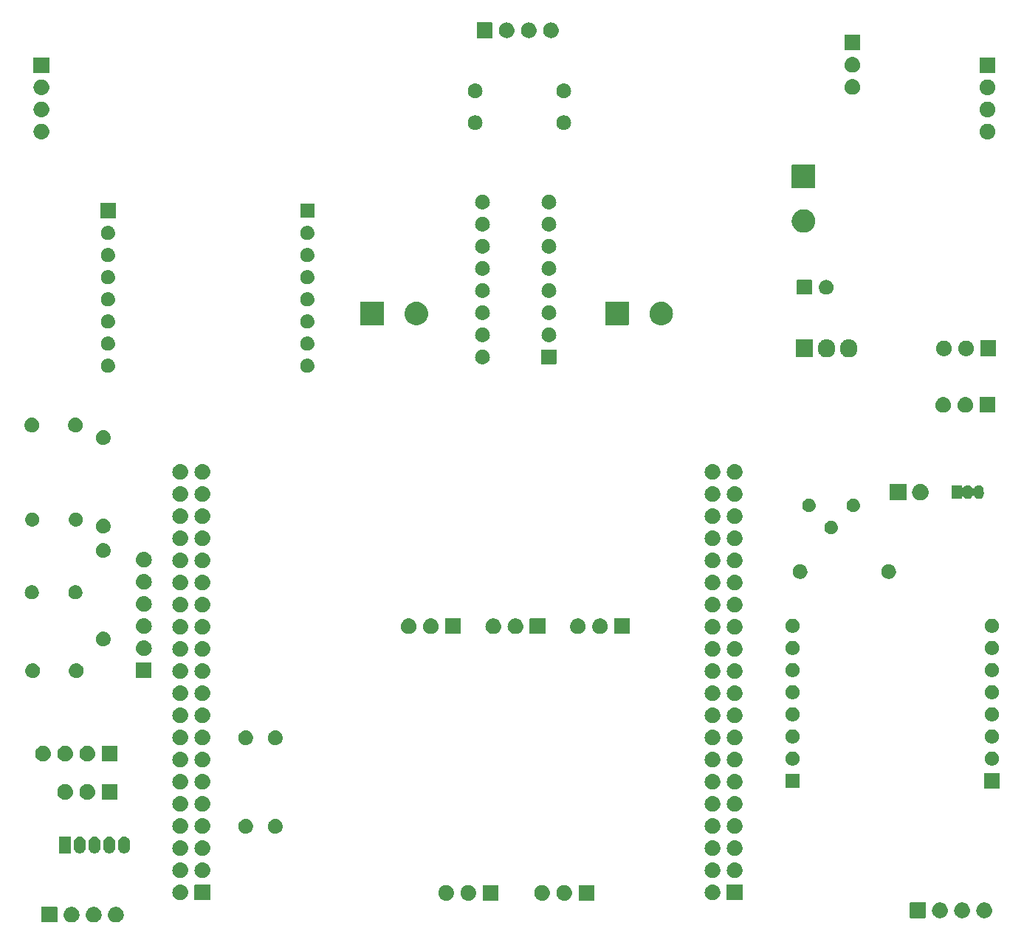
<source format=gbr>
%TF.GenerationSoftware,KiCad,Pcbnew,8.0.2*%
%TF.CreationDate,2024-05-27T11:10:36+02:00*%
%TF.ProjectId,Motor_Board_L476RG,4d6f746f-725f-4426-9f61-72645f4c3437,rev?*%
%TF.SameCoordinates,Original*%
%TF.FileFunction,Soldermask,Top*%
%TF.FilePolarity,Negative*%
%FSLAX46Y46*%
G04 Gerber Fmt 4.6, Leading zero omitted, Abs format (unit mm)*
G04 Created by KiCad (PCBNEW 8.0.2) date 2024-05-27 11:10:36*
%MOMM*%
%LPD*%
G01*
G04 APERTURE LIST*
G04 APERTURE END LIST*
G36*
X132504229Y-145100000D02*
G01*
X132554594Y-145100000D01*
X132598078Y-145109243D01*
X132636427Y-145113020D01*
X132684609Y-145127636D01*
X132739647Y-145139335D01*
X132774868Y-145155016D01*
X132806085Y-145164486D01*
X132855687Y-145190999D01*
X132912479Y-145216284D01*
X132938883Y-145235467D01*
X132962432Y-145248055D01*
X133010472Y-145287481D01*
X133065534Y-145327486D01*
X133083411Y-145347341D01*
X133099475Y-145360524D01*
X133142641Y-145413121D01*
X133192126Y-145468080D01*
X133202521Y-145486085D01*
X133211944Y-145497567D01*
X133246804Y-145562786D01*
X133286719Y-145631921D01*
X133291310Y-145646051D01*
X133295513Y-145653914D01*
X133318685Y-145730303D01*
X133345182Y-145811849D01*
X133346114Y-145820722D01*
X133346979Y-145823572D01*
X133355390Y-145908980D01*
X133364957Y-146000000D01*
X133355389Y-146091026D01*
X133346979Y-146176427D01*
X133346114Y-146179275D01*
X133345182Y-146188151D01*
X133318681Y-146269711D01*
X133295513Y-146346085D01*
X133291311Y-146353946D01*
X133286719Y-146368079D01*
X133246797Y-146437225D01*
X133211944Y-146502432D01*
X133202523Y-146513910D01*
X133192126Y-146531920D01*
X133142631Y-146586888D01*
X133099475Y-146639475D01*
X133083415Y-146652655D01*
X133065534Y-146672514D01*
X133010462Y-146712526D01*
X132962432Y-146751944D01*
X132938888Y-146764528D01*
X132912479Y-146783716D01*
X132855676Y-146809005D01*
X132806085Y-146835513D01*
X132774875Y-146844980D01*
X132739647Y-146860665D01*
X132684598Y-146872366D01*
X132636427Y-146886979D01*
X132598087Y-146890754D01*
X132554594Y-146900000D01*
X132504218Y-146900000D01*
X132460000Y-146904355D01*
X132415781Y-146900000D01*
X132365406Y-146900000D01*
X132321913Y-146890755D01*
X132283572Y-146886979D01*
X132235398Y-146872365D01*
X132180353Y-146860665D01*
X132145126Y-146844981D01*
X132113914Y-146835513D01*
X132064317Y-146809003D01*
X132007521Y-146783716D01*
X131981114Y-146764530D01*
X131957567Y-146751944D01*
X131909529Y-146712519D01*
X131854466Y-146672514D01*
X131836587Y-146652658D01*
X131820524Y-146639475D01*
X131777356Y-146586876D01*
X131727874Y-146531920D01*
X131717478Y-146513914D01*
X131708055Y-146502432D01*
X131673189Y-146437202D01*
X131633281Y-146368079D01*
X131628690Y-146353951D01*
X131624486Y-146346085D01*
X131601303Y-146269664D01*
X131574818Y-146188151D01*
X131573885Y-146179280D01*
X131573020Y-146176427D01*
X131564594Y-146090875D01*
X131555043Y-146000000D01*
X131564593Y-145909131D01*
X131573020Y-145823572D01*
X131573885Y-145820717D01*
X131574818Y-145811849D01*
X131601299Y-145730349D01*
X131624486Y-145653914D01*
X131628691Y-145646046D01*
X131633281Y-145631921D01*
X131673181Y-145562810D01*
X131708055Y-145497567D01*
X131717480Y-145486081D01*
X131727874Y-145468080D01*
X131777347Y-145413134D01*
X131820524Y-145360524D01*
X131836591Y-145347337D01*
X131854466Y-145327486D01*
X131909515Y-145287489D01*
X131957567Y-145248055D01*
X131981122Y-145235464D01*
X132007522Y-145216284D01*
X132064302Y-145191003D01*
X132113914Y-145164486D01*
X132145134Y-145155015D01*
X132180353Y-145139335D01*
X132235387Y-145127636D01*
X132283572Y-145113020D01*
X132321921Y-145109242D01*
X132365406Y-145100000D01*
X132415771Y-145100000D01*
X132460000Y-145095644D01*
X132504229Y-145100000D01*
G37*
G36*
X135044229Y-145100000D02*
G01*
X135094594Y-145100000D01*
X135138078Y-145109243D01*
X135176427Y-145113020D01*
X135224609Y-145127636D01*
X135279647Y-145139335D01*
X135314868Y-145155016D01*
X135346085Y-145164486D01*
X135395687Y-145190999D01*
X135452479Y-145216284D01*
X135478883Y-145235467D01*
X135502432Y-145248055D01*
X135550472Y-145287481D01*
X135605534Y-145327486D01*
X135623411Y-145347341D01*
X135639475Y-145360524D01*
X135682641Y-145413121D01*
X135732126Y-145468080D01*
X135742521Y-145486085D01*
X135751944Y-145497567D01*
X135786804Y-145562786D01*
X135826719Y-145631921D01*
X135831310Y-145646051D01*
X135835513Y-145653914D01*
X135858685Y-145730303D01*
X135885182Y-145811849D01*
X135886114Y-145820722D01*
X135886979Y-145823572D01*
X135895390Y-145908980D01*
X135904957Y-146000000D01*
X135895389Y-146091026D01*
X135886979Y-146176427D01*
X135886114Y-146179275D01*
X135885182Y-146188151D01*
X135858681Y-146269711D01*
X135835513Y-146346085D01*
X135831311Y-146353946D01*
X135826719Y-146368079D01*
X135786797Y-146437225D01*
X135751944Y-146502432D01*
X135742523Y-146513910D01*
X135732126Y-146531920D01*
X135682631Y-146586888D01*
X135639475Y-146639475D01*
X135623415Y-146652655D01*
X135605534Y-146672514D01*
X135550462Y-146712526D01*
X135502432Y-146751944D01*
X135478888Y-146764528D01*
X135452479Y-146783716D01*
X135395676Y-146809005D01*
X135346085Y-146835513D01*
X135314875Y-146844980D01*
X135279647Y-146860665D01*
X135224598Y-146872366D01*
X135176427Y-146886979D01*
X135138087Y-146890754D01*
X135094594Y-146900000D01*
X135044218Y-146900000D01*
X135000000Y-146904355D01*
X134955781Y-146900000D01*
X134905406Y-146900000D01*
X134861913Y-146890755D01*
X134823572Y-146886979D01*
X134775398Y-146872365D01*
X134720353Y-146860665D01*
X134685126Y-146844981D01*
X134653914Y-146835513D01*
X134604317Y-146809003D01*
X134547521Y-146783716D01*
X134521114Y-146764530D01*
X134497567Y-146751944D01*
X134449529Y-146712519D01*
X134394466Y-146672514D01*
X134376587Y-146652658D01*
X134360524Y-146639475D01*
X134317356Y-146586876D01*
X134267874Y-146531920D01*
X134257478Y-146513914D01*
X134248055Y-146502432D01*
X134213189Y-146437202D01*
X134173281Y-146368079D01*
X134168690Y-146353951D01*
X134164486Y-146346085D01*
X134141303Y-146269664D01*
X134114818Y-146188151D01*
X134113885Y-146179280D01*
X134113020Y-146176427D01*
X134104594Y-146090875D01*
X134095043Y-146000000D01*
X134104593Y-145909131D01*
X134113020Y-145823572D01*
X134113885Y-145820717D01*
X134114818Y-145811849D01*
X134141299Y-145730349D01*
X134164486Y-145653914D01*
X134168691Y-145646046D01*
X134173281Y-145631921D01*
X134213181Y-145562810D01*
X134248055Y-145497567D01*
X134257480Y-145486081D01*
X134267874Y-145468080D01*
X134317347Y-145413134D01*
X134360524Y-145360524D01*
X134376591Y-145347337D01*
X134394466Y-145327486D01*
X134449515Y-145287489D01*
X134497567Y-145248055D01*
X134521122Y-145235464D01*
X134547522Y-145216284D01*
X134604302Y-145191003D01*
X134653914Y-145164486D01*
X134685134Y-145155015D01*
X134720353Y-145139335D01*
X134775387Y-145127636D01*
X134823572Y-145113020D01*
X134861921Y-145109242D01*
X134905406Y-145100000D01*
X134955771Y-145100000D01*
X135000000Y-145095644D01*
X135044229Y-145100000D01*
G37*
G36*
X137584229Y-145100000D02*
G01*
X137634594Y-145100000D01*
X137678078Y-145109243D01*
X137716427Y-145113020D01*
X137764609Y-145127636D01*
X137819647Y-145139335D01*
X137854868Y-145155016D01*
X137886085Y-145164486D01*
X137935687Y-145190999D01*
X137992479Y-145216284D01*
X138018883Y-145235467D01*
X138042432Y-145248055D01*
X138090472Y-145287481D01*
X138145534Y-145327486D01*
X138163411Y-145347341D01*
X138179475Y-145360524D01*
X138222641Y-145413121D01*
X138272126Y-145468080D01*
X138282521Y-145486085D01*
X138291944Y-145497567D01*
X138326804Y-145562786D01*
X138366719Y-145631921D01*
X138371310Y-145646051D01*
X138375513Y-145653914D01*
X138398685Y-145730303D01*
X138425182Y-145811849D01*
X138426114Y-145820722D01*
X138426979Y-145823572D01*
X138435390Y-145908980D01*
X138444957Y-146000000D01*
X138435389Y-146091026D01*
X138426979Y-146176427D01*
X138426114Y-146179275D01*
X138425182Y-146188151D01*
X138398681Y-146269711D01*
X138375513Y-146346085D01*
X138371311Y-146353946D01*
X138366719Y-146368079D01*
X138326797Y-146437225D01*
X138291944Y-146502432D01*
X138282523Y-146513910D01*
X138272126Y-146531920D01*
X138222631Y-146586888D01*
X138179475Y-146639475D01*
X138163415Y-146652655D01*
X138145534Y-146672514D01*
X138090462Y-146712526D01*
X138042432Y-146751944D01*
X138018888Y-146764528D01*
X137992479Y-146783716D01*
X137935676Y-146809005D01*
X137886085Y-146835513D01*
X137854875Y-146844980D01*
X137819647Y-146860665D01*
X137764598Y-146872366D01*
X137716427Y-146886979D01*
X137678087Y-146890754D01*
X137634594Y-146900000D01*
X137584218Y-146900000D01*
X137540000Y-146904355D01*
X137495781Y-146900000D01*
X137445406Y-146900000D01*
X137401913Y-146890755D01*
X137363572Y-146886979D01*
X137315398Y-146872365D01*
X137260353Y-146860665D01*
X137225126Y-146844981D01*
X137193914Y-146835513D01*
X137144317Y-146809003D01*
X137087521Y-146783716D01*
X137061114Y-146764530D01*
X137037567Y-146751944D01*
X136989529Y-146712519D01*
X136934466Y-146672514D01*
X136916587Y-146652658D01*
X136900524Y-146639475D01*
X136857356Y-146586876D01*
X136807874Y-146531920D01*
X136797478Y-146513914D01*
X136788055Y-146502432D01*
X136753189Y-146437202D01*
X136713281Y-146368079D01*
X136708690Y-146353951D01*
X136704486Y-146346085D01*
X136681303Y-146269664D01*
X136654818Y-146188151D01*
X136653885Y-146179280D01*
X136653020Y-146176427D01*
X136644594Y-146090875D01*
X136635043Y-146000000D01*
X136644593Y-145909131D01*
X136653020Y-145823572D01*
X136653885Y-145820717D01*
X136654818Y-145811849D01*
X136681299Y-145730349D01*
X136704486Y-145653914D01*
X136708691Y-145646046D01*
X136713281Y-145631921D01*
X136753181Y-145562810D01*
X136788055Y-145497567D01*
X136797480Y-145486081D01*
X136807874Y-145468080D01*
X136857347Y-145413134D01*
X136900524Y-145360524D01*
X136916591Y-145347337D01*
X136934466Y-145327486D01*
X136989515Y-145287489D01*
X137037567Y-145248055D01*
X137061122Y-145235464D01*
X137087522Y-145216284D01*
X137144302Y-145191003D01*
X137193914Y-145164486D01*
X137225134Y-145155015D01*
X137260353Y-145139335D01*
X137315387Y-145127636D01*
X137363572Y-145113020D01*
X137401921Y-145109242D01*
X137445406Y-145100000D01*
X137495771Y-145100000D01*
X137540000Y-145095644D01*
X137584229Y-145100000D01*
G37*
G36*
X130789509Y-145102901D02*
G01*
X130806048Y-145113952D01*
X130817099Y-145130491D01*
X130820000Y-145145074D01*
X130820000Y-146854926D01*
X130817099Y-146869509D01*
X130806048Y-146886048D01*
X130789509Y-146897099D01*
X130774926Y-146900000D01*
X129065074Y-146900000D01*
X129050491Y-146897099D01*
X129033952Y-146886048D01*
X129022901Y-146869509D01*
X129020000Y-146854926D01*
X129020000Y-145145074D01*
X129021934Y-145135352D01*
X129022901Y-145130490D01*
X129033952Y-145113952D01*
X129050488Y-145102902D01*
X129050490Y-145102901D01*
X129050491Y-145102901D01*
X129065074Y-145100000D01*
X130774926Y-145100000D01*
X130789509Y-145102901D01*
G37*
G36*
X232084229Y-144600000D02*
G01*
X232134594Y-144600000D01*
X232178078Y-144609243D01*
X232216427Y-144613020D01*
X232264609Y-144627636D01*
X232319647Y-144639335D01*
X232354868Y-144655016D01*
X232386085Y-144664486D01*
X232435687Y-144690999D01*
X232492479Y-144716284D01*
X232518883Y-144735467D01*
X232542432Y-144748055D01*
X232590472Y-144787481D01*
X232645534Y-144827486D01*
X232663411Y-144847341D01*
X232679475Y-144860524D01*
X232722641Y-144913121D01*
X232772126Y-144968080D01*
X232782521Y-144986085D01*
X232791944Y-144997567D01*
X232826804Y-145062786D01*
X232866719Y-145131921D01*
X232871310Y-145146051D01*
X232875513Y-145153914D01*
X232898685Y-145230303D01*
X232925182Y-145311849D01*
X232926114Y-145320722D01*
X232926979Y-145323572D01*
X232935390Y-145408980D01*
X232944957Y-145500000D01*
X232935389Y-145591026D01*
X232926979Y-145676427D01*
X232926114Y-145679275D01*
X232925182Y-145688151D01*
X232898681Y-145769711D01*
X232875513Y-145846085D01*
X232871311Y-145853946D01*
X232866719Y-145868079D01*
X232826797Y-145937225D01*
X232791944Y-146002432D01*
X232782523Y-146013910D01*
X232772126Y-146031920D01*
X232722631Y-146086888D01*
X232679475Y-146139475D01*
X232663415Y-146152655D01*
X232645534Y-146172514D01*
X232590462Y-146212526D01*
X232542432Y-146251944D01*
X232518888Y-146264528D01*
X232492479Y-146283716D01*
X232435676Y-146309005D01*
X232386085Y-146335513D01*
X232354875Y-146344980D01*
X232319647Y-146360665D01*
X232264598Y-146372366D01*
X232216427Y-146386979D01*
X232178087Y-146390754D01*
X232134594Y-146400000D01*
X232084218Y-146400000D01*
X232040000Y-146404355D01*
X231995781Y-146400000D01*
X231945406Y-146400000D01*
X231901913Y-146390755D01*
X231863572Y-146386979D01*
X231815398Y-146372365D01*
X231760353Y-146360665D01*
X231725126Y-146344981D01*
X231693914Y-146335513D01*
X231644317Y-146309003D01*
X231587521Y-146283716D01*
X231561114Y-146264530D01*
X231537567Y-146251944D01*
X231489529Y-146212519D01*
X231434466Y-146172514D01*
X231416587Y-146152658D01*
X231400524Y-146139475D01*
X231357356Y-146086876D01*
X231307874Y-146031920D01*
X231297478Y-146013914D01*
X231288055Y-146002432D01*
X231253189Y-145937202D01*
X231213281Y-145868079D01*
X231208690Y-145853951D01*
X231204486Y-145846085D01*
X231181303Y-145769664D01*
X231154818Y-145688151D01*
X231153885Y-145679280D01*
X231153020Y-145676427D01*
X231144594Y-145590875D01*
X231135043Y-145500000D01*
X231144593Y-145409131D01*
X231153020Y-145323572D01*
X231153885Y-145320717D01*
X231154818Y-145311849D01*
X231181299Y-145230349D01*
X231204486Y-145153914D01*
X231208691Y-145146046D01*
X231213281Y-145131921D01*
X231253181Y-145062810D01*
X231288055Y-144997567D01*
X231297480Y-144986081D01*
X231307874Y-144968080D01*
X231357347Y-144913134D01*
X231400524Y-144860524D01*
X231416591Y-144847337D01*
X231434466Y-144827486D01*
X231489515Y-144787489D01*
X231537567Y-144748055D01*
X231561122Y-144735464D01*
X231587522Y-144716284D01*
X231644302Y-144691003D01*
X231693914Y-144664486D01*
X231725134Y-144655015D01*
X231760353Y-144639335D01*
X231815387Y-144627636D01*
X231863572Y-144613020D01*
X231901921Y-144609242D01*
X231945406Y-144600000D01*
X231995771Y-144600000D01*
X232040000Y-144595644D01*
X232084229Y-144600000D01*
G37*
G36*
X234624229Y-144600000D02*
G01*
X234674594Y-144600000D01*
X234718078Y-144609243D01*
X234756427Y-144613020D01*
X234804609Y-144627636D01*
X234859647Y-144639335D01*
X234894868Y-144655016D01*
X234926085Y-144664486D01*
X234975687Y-144690999D01*
X235032479Y-144716284D01*
X235058883Y-144735467D01*
X235082432Y-144748055D01*
X235130472Y-144787481D01*
X235185534Y-144827486D01*
X235203411Y-144847341D01*
X235219475Y-144860524D01*
X235262641Y-144913121D01*
X235312126Y-144968080D01*
X235322521Y-144986085D01*
X235331944Y-144997567D01*
X235366804Y-145062786D01*
X235406719Y-145131921D01*
X235411310Y-145146051D01*
X235415513Y-145153914D01*
X235438685Y-145230303D01*
X235465182Y-145311849D01*
X235466114Y-145320722D01*
X235466979Y-145323572D01*
X235475390Y-145408980D01*
X235484957Y-145500000D01*
X235475389Y-145591026D01*
X235466979Y-145676427D01*
X235466114Y-145679275D01*
X235465182Y-145688151D01*
X235438681Y-145769711D01*
X235415513Y-145846085D01*
X235411311Y-145853946D01*
X235406719Y-145868079D01*
X235366797Y-145937225D01*
X235331944Y-146002432D01*
X235322523Y-146013910D01*
X235312126Y-146031920D01*
X235262631Y-146086888D01*
X235219475Y-146139475D01*
X235203415Y-146152655D01*
X235185534Y-146172514D01*
X235130462Y-146212526D01*
X235082432Y-146251944D01*
X235058888Y-146264528D01*
X235032479Y-146283716D01*
X234975676Y-146309005D01*
X234926085Y-146335513D01*
X234894875Y-146344980D01*
X234859647Y-146360665D01*
X234804598Y-146372366D01*
X234756427Y-146386979D01*
X234718087Y-146390754D01*
X234674594Y-146400000D01*
X234624218Y-146400000D01*
X234580000Y-146404355D01*
X234535781Y-146400000D01*
X234485406Y-146400000D01*
X234441913Y-146390755D01*
X234403572Y-146386979D01*
X234355398Y-146372365D01*
X234300353Y-146360665D01*
X234265126Y-146344981D01*
X234233914Y-146335513D01*
X234184317Y-146309003D01*
X234127521Y-146283716D01*
X234101114Y-146264530D01*
X234077567Y-146251944D01*
X234029529Y-146212519D01*
X233974466Y-146172514D01*
X233956587Y-146152658D01*
X233940524Y-146139475D01*
X233897356Y-146086876D01*
X233847874Y-146031920D01*
X233837478Y-146013914D01*
X233828055Y-146002432D01*
X233793189Y-145937202D01*
X233753281Y-145868079D01*
X233748690Y-145853951D01*
X233744486Y-145846085D01*
X233721303Y-145769664D01*
X233694818Y-145688151D01*
X233693885Y-145679280D01*
X233693020Y-145676427D01*
X233684594Y-145590875D01*
X233675043Y-145500000D01*
X233684593Y-145409131D01*
X233693020Y-145323572D01*
X233693885Y-145320717D01*
X233694818Y-145311849D01*
X233721299Y-145230349D01*
X233744486Y-145153914D01*
X233748691Y-145146046D01*
X233753281Y-145131921D01*
X233793181Y-145062810D01*
X233828055Y-144997567D01*
X233837480Y-144986081D01*
X233847874Y-144968080D01*
X233897347Y-144913134D01*
X233940524Y-144860524D01*
X233956591Y-144847337D01*
X233974466Y-144827486D01*
X234029515Y-144787489D01*
X234077567Y-144748055D01*
X234101122Y-144735464D01*
X234127522Y-144716284D01*
X234184302Y-144691003D01*
X234233914Y-144664486D01*
X234265134Y-144655015D01*
X234300353Y-144639335D01*
X234355387Y-144627636D01*
X234403572Y-144613020D01*
X234441921Y-144609242D01*
X234485406Y-144600000D01*
X234535771Y-144600000D01*
X234580000Y-144595644D01*
X234624229Y-144600000D01*
G37*
G36*
X237164229Y-144600000D02*
G01*
X237214594Y-144600000D01*
X237258078Y-144609243D01*
X237296427Y-144613020D01*
X237344609Y-144627636D01*
X237399647Y-144639335D01*
X237434868Y-144655016D01*
X237466085Y-144664486D01*
X237515687Y-144690999D01*
X237572479Y-144716284D01*
X237598883Y-144735467D01*
X237622432Y-144748055D01*
X237670472Y-144787481D01*
X237725534Y-144827486D01*
X237743411Y-144847341D01*
X237759475Y-144860524D01*
X237802641Y-144913121D01*
X237852126Y-144968080D01*
X237862521Y-144986085D01*
X237871944Y-144997567D01*
X237906804Y-145062786D01*
X237946719Y-145131921D01*
X237951310Y-145146051D01*
X237955513Y-145153914D01*
X237978685Y-145230303D01*
X238005182Y-145311849D01*
X238006114Y-145320722D01*
X238006979Y-145323572D01*
X238015390Y-145408980D01*
X238024957Y-145500000D01*
X238015389Y-145591026D01*
X238006979Y-145676427D01*
X238006114Y-145679275D01*
X238005182Y-145688151D01*
X237978681Y-145769711D01*
X237955513Y-145846085D01*
X237951311Y-145853946D01*
X237946719Y-145868079D01*
X237906797Y-145937225D01*
X237871944Y-146002432D01*
X237862523Y-146013910D01*
X237852126Y-146031920D01*
X237802631Y-146086888D01*
X237759475Y-146139475D01*
X237743415Y-146152655D01*
X237725534Y-146172514D01*
X237670462Y-146212526D01*
X237622432Y-146251944D01*
X237598888Y-146264528D01*
X237572479Y-146283716D01*
X237515676Y-146309005D01*
X237466085Y-146335513D01*
X237434875Y-146344980D01*
X237399647Y-146360665D01*
X237344598Y-146372366D01*
X237296427Y-146386979D01*
X237258087Y-146390754D01*
X237214594Y-146400000D01*
X237164218Y-146400000D01*
X237120000Y-146404355D01*
X237075781Y-146400000D01*
X237025406Y-146400000D01*
X236981913Y-146390755D01*
X236943572Y-146386979D01*
X236895398Y-146372365D01*
X236840353Y-146360665D01*
X236805126Y-146344981D01*
X236773914Y-146335513D01*
X236724317Y-146309003D01*
X236667521Y-146283716D01*
X236641114Y-146264530D01*
X236617567Y-146251944D01*
X236569529Y-146212519D01*
X236514466Y-146172514D01*
X236496587Y-146152658D01*
X236480524Y-146139475D01*
X236437356Y-146086876D01*
X236387874Y-146031920D01*
X236377478Y-146013914D01*
X236368055Y-146002432D01*
X236333189Y-145937202D01*
X236293281Y-145868079D01*
X236288690Y-145853951D01*
X236284486Y-145846085D01*
X236261303Y-145769664D01*
X236234818Y-145688151D01*
X236233885Y-145679280D01*
X236233020Y-145676427D01*
X236224594Y-145590875D01*
X236215043Y-145500000D01*
X236224593Y-145409131D01*
X236233020Y-145323572D01*
X236233885Y-145320717D01*
X236234818Y-145311849D01*
X236261299Y-145230349D01*
X236284486Y-145153914D01*
X236288691Y-145146046D01*
X236293281Y-145131921D01*
X236333181Y-145062810D01*
X236368055Y-144997567D01*
X236377480Y-144986081D01*
X236387874Y-144968080D01*
X236437347Y-144913134D01*
X236480524Y-144860524D01*
X236496591Y-144847337D01*
X236514466Y-144827486D01*
X236569515Y-144787489D01*
X236617567Y-144748055D01*
X236641122Y-144735464D01*
X236667522Y-144716284D01*
X236724302Y-144691003D01*
X236773914Y-144664486D01*
X236805134Y-144655015D01*
X236840353Y-144639335D01*
X236895387Y-144627636D01*
X236943572Y-144613020D01*
X236981921Y-144609242D01*
X237025406Y-144600000D01*
X237075771Y-144600000D01*
X237120000Y-144595644D01*
X237164229Y-144600000D01*
G37*
G36*
X230369509Y-144602901D02*
G01*
X230386048Y-144613952D01*
X230397099Y-144630491D01*
X230400000Y-144645074D01*
X230400000Y-146354926D01*
X230397099Y-146369509D01*
X230386048Y-146386048D01*
X230369509Y-146397099D01*
X230354926Y-146400000D01*
X228645074Y-146400000D01*
X228630491Y-146397099D01*
X228613952Y-146386048D01*
X228602901Y-146369509D01*
X228600000Y-146354926D01*
X228600000Y-144645074D01*
X228602901Y-144630491D01*
X228602901Y-144630490D01*
X228613952Y-144613952D01*
X228630488Y-144602902D01*
X228630490Y-144602901D01*
X228630491Y-144602901D01*
X228645074Y-144600000D01*
X230354926Y-144600000D01*
X230369509Y-144602901D01*
G37*
G36*
X181369134Y-142603806D02*
G01*
X181385355Y-142614645D01*
X181396194Y-142630866D01*
X181400000Y-142650000D01*
X181400000Y-144350000D01*
X181396194Y-144369134D01*
X181385355Y-144385355D01*
X181369134Y-144396194D01*
X181350000Y-144400000D01*
X179650000Y-144400000D01*
X179630866Y-144396194D01*
X179614645Y-144385355D01*
X179603806Y-144369134D01*
X179600000Y-144350000D01*
X179600000Y-142650000D01*
X179603806Y-142630866D01*
X179614645Y-142614645D01*
X179630866Y-142603806D01*
X179650000Y-142600000D01*
X181350000Y-142600000D01*
X181369134Y-142603806D01*
G37*
G36*
X192369134Y-142603806D02*
G01*
X192385355Y-142614645D01*
X192396194Y-142630866D01*
X192400000Y-142650000D01*
X192400000Y-144350000D01*
X192396194Y-144369134D01*
X192385355Y-144385355D01*
X192369134Y-144396194D01*
X192350000Y-144400000D01*
X190650000Y-144400000D01*
X190630866Y-144396194D01*
X190614645Y-144385355D01*
X190603806Y-144369134D01*
X190600000Y-144350000D01*
X190600000Y-142650000D01*
X190603806Y-142630866D01*
X190614645Y-142614645D01*
X190630866Y-142603806D01*
X190650000Y-142600000D01*
X192350000Y-142600000D01*
X192369134Y-142603806D01*
G37*
G36*
X175463921Y-142604930D02*
G01*
X175514076Y-142604930D01*
X175557385Y-142614135D01*
X175595460Y-142617886D01*
X175643296Y-142632396D01*
X175698115Y-142644049D01*
X175733191Y-142659665D01*
X175764186Y-142669068D01*
X175813442Y-142695396D01*
X175870000Y-142720577D01*
X175896294Y-142739680D01*
X175919673Y-142752177D01*
X175967367Y-142791318D01*
X176022218Y-142831170D01*
X176040025Y-142850947D01*
X176055968Y-142864031D01*
X176098808Y-142916232D01*
X176148115Y-142970993D01*
X176158474Y-142988935D01*
X176167822Y-143000326D01*
X176202398Y-143065015D01*
X176242191Y-143133937D01*
X176246768Y-143148026D01*
X176250931Y-143155813D01*
X176273875Y-143231450D01*
X176300333Y-143312879D01*
X176301264Y-143321741D01*
X176302113Y-143324539D01*
X176310377Y-143408448D01*
X176320000Y-143500000D01*
X176310376Y-143591559D01*
X176302113Y-143675460D01*
X176301264Y-143678256D01*
X176300333Y-143687121D01*
X176273870Y-143768563D01*
X176250931Y-143844186D01*
X176246769Y-143851971D01*
X176242191Y-143866063D01*
X176202391Y-143934997D01*
X176167822Y-143999673D01*
X176158476Y-144011060D01*
X176148115Y-144029007D01*
X176098799Y-144083777D01*
X176055968Y-144135968D01*
X176040029Y-144149048D01*
X176022218Y-144168830D01*
X175967356Y-144208688D01*
X175919673Y-144247822D01*
X175896299Y-144260315D01*
X175870000Y-144279423D01*
X175813431Y-144304608D01*
X175764186Y-144330931D01*
X175733198Y-144340330D01*
X175698115Y-144355951D01*
X175643285Y-144367605D01*
X175595460Y-144382113D01*
X175557394Y-144385862D01*
X175514076Y-144395070D01*
X175463911Y-144395070D01*
X175420000Y-144399395D01*
X175376089Y-144395070D01*
X175325924Y-144395070D01*
X175282605Y-144385862D01*
X175244539Y-144382113D01*
X175196711Y-144367604D01*
X175141885Y-144355951D01*
X175106803Y-144340331D01*
X175075813Y-144330931D01*
X175026562Y-144304606D01*
X174970000Y-144279423D01*
X174943703Y-144260317D01*
X174920326Y-144247822D01*
X174872634Y-144208682D01*
X174817782Y-144168830D01*
X174799973Y-144149051D01*
X174784031Y-144135968D01*
X174741189Y-144083765D01*
X174691885Y-144029007D01*
X174681526Y-144011065D01*
X174672177Y-143999673D01*
X174637594Y-143934974D01*
X174597809Y-143866063D01*
X174593231Y-143851976D01*
X174589068Y-143844186D01*
X174566114Y-143768517D01*
X174539667Y-143687121D01*
X174538735Y-143678261D01*
X174537886Y-143675460D01*
X174529607Y-143591408D01*
X174520000Y-143500000D01*
X174529606Y-143408599D01*
X174537886Y-143324539D01*
X174538736Y-143321736D01*
X174539667Y-143312879D01*
X174566109Y-143231496D01*
X174589068Y-143155813D01*
X174593232Y-143148021D01*
X174597809Y-143133937D01*
X174637587Y-143065038D01*
X174672177Y-143000326D01*
X174681528Y-142988931D01*
X174691885Y-142970993D01*
X174741180Y-142916245D01*
X174784031Y-142864031D01*
X174799976Y-142850944D01*
X174817782Y-142831170D01*
X174872623Y-142791325D01*
X174920326Y-142752177D01*
X174943708Y-142739678D01*
X174970000Y-142720577D01*
X175026551Y-142695398D01*
X175075813Y-142669068D01*
X175106810Y-142659664D01*
X175141885Y-142644049D01*
X175196700Y-142632397D01*
X175244539Y-142617886D01*
X175282614Y-142614135D01*
X175325924Y-142604930D01*
X175376079Y-142604930D01*
X175420000Y-142600604D01*
X175463921Y-142604930D01*
G37*
G36*
X178003921Y-142604930D02*
G01*
X178054076Y-142604930D01*
X178097385Y-142614135D01*
X178135460Y-142617886D01*
X178183296Y-142632396D01*
X178238115Y-142644049D01*
X178273191Y-142659665D01*
X178304186Y-142669068D01*
X178353442Y-142695396D01*
X178410000Y-142720577D01*
X178436294Y-142739680D01*
X178459673Y-142752177D01*
X178507367Y-142791318D01*
X178562218Y-142831170D01*
X178580025Y-142850947D01*
X178595968Y-142864031D01*
X178638808Y-142916232D01*
X178688115Y-142970993D01*
X178698474Y-142988935D01*
X178707822Y-143000326D01*
X178742398Y-143065015D01*
X178782191Y-143133937D01*
X178786768Y-143148026D01*
X178790931Y-143155813D01*
X178813875Y-143231450D01*
X178840333Y-143312879D01*
X178841264Y-143321741D01*
X178842113Y-143324539D01*
X178850377Y-143408448D01*
X178860000Y-143500000D01*
X178850376Y-143591559D01*
X178842113Y-143675460D01*
X178841264Y-143678256D01*
X178840333Y-143687121D01*
X178813870Y-143768563D01*
X178790931Y-143844186D01*
X178786769Y-143851971D01*
X178782191Y-143866063D01*
X178742391Y-143934997D01*
X178707822Y-143999673D01*
X178698476Y-144011060D01*
X178688115Y-144029007D01*
X178638799Y-144083777D01*
X178595968Y-144135968D01*
X178580029Y-144149048D01*
X178562218Y-144168830D01*
X178507356Y-144208688D01*
X178459673Y-144247822D01*
X178436299Y-144260315D01*
X178410000Y-144279423D01*
X178353431Y-144304608D01*
X178304186Y-144330931D01*
X178273198Y-144340330D01*
X178238115Y-144355951D01*
X178183285Y-144367605D01*
X178135460Y-144382113D01*
X178097394Y-144385862D01*
X178054076Y-144395070D01*
X178003911Y-144395070D01*
X177960000Y-144399395D01*
X177916089Y-144395070D01*
X177865924Y-144395070D01*
X177822605Y-144385862D01*
X177784539Y-144382113D01*
X177736711Y-144367604D01*
X177681885Y-144355951D01*
X177646803Y-144340331D01*
X177615813Y-144330931D01*
X177566562Y-144304606D01*
X177510000Y-144279423D01*
X177483703Y-144260317D01*
X177460326Y-144247822D01*
X177412634Y-144208682D01*
X177357782Y-144168830D01*
X177339973Y-144149051D01*
X177324031Y-144135968D01*
X177281189Y-144083765D01*
X177231885Y-144029007D01*
X177221526Y-144011065D01*
X177212177Y-143999673D01*
X177177594Y-143934974D01*
X177137809Y-143866063D01*
X177133231Y-143851976D01*
X177129068Y-143844186D01*
X177106114Y-143768517D01*
X177079667Y-143687121D01*
X177078735Y-143678261D01*
X177077886Y-143675460D01*
X177069607Y-143591408D01*
X177060000Y-143500000D01*
X177069606Y-143408599D01*
X177077886Y-143324539D01*
X177078736Y-143321736D01*
X177079667Y-143312879D01*
X177106109Y-143231496D01*
X177129068Y-143155813D01*
X177133232Y-143148021D01*
X177137809Y-143133937D01*
X177177587Y-143065038D01*
X177212177Y-143000326D01*
X177221528Y-142988931D01*
X177231885Y-142970993D01*
X177281180Y-142916245D01*
X177324031Y-142864031D01*
X177339976Y-142850944D01*
X177357782Y-142831170D01*
X177412623Y-142791325D01*
X177460326Y-142752177D01*
X177483708Y-142739678D01*
X177510000Y-142720577D01*
X177566551Y-142695398D01*
X177615813Y-142669068D01*
X177646810Y-142659664D01*
X177681885Y-142644049D01*
X177736700Y-142632397D01*
X177784539Y-142617886D01*
X177822614Y-142614135D01*
X177865924Y-142604930D01*
X177916079Y-142604930D01*
X177960000Y-142600604D01*
X178003921Y-142604930D01*
G37*
G36*
X186463921Y-142604930D02*
G01*
X186514076Y-142604930D01*
X186557385Y-142614135D01*
X186595460Y-142617886D01*
X186643296Y-142632396D01*
X186698115Y-142644049D01*
X186733191Y-142659665D01*
X186764186Y-142669068D01*
X186813442Y-142695396D01*
X186870000Y-142720577D01*
X186896294Y-142739680D01*
X186919673Y-142752177D01*
X186967367Y-142791318D01*
X187022218Y-142831170D01*
X187040025Y-142850947D01*
X187055968Y-142864031D01*
X187098808Y-142916232D01*
X187148115Y-142970993D01*
X187158474Y-142988935D01*
X187167822Y-143000326D01*
X187202398Y-143065015D01*
X187242191Y-143133937D01*
X187246768Y-143148026D01*
X187250931Y-143155813D01*
X187273875Y-143231450D01*
X187300333Y-143312879D01*
X187301264Y-143321741D01*
X187302113Y-143324539D01*
X187310377Y-143408448D01*
X187320000Y-143500000D01*
X187310376Y-143591559D01*
X187302113Y-143675460D01*
X187301264Y-143678256D01*
X187300333Y-143687121D01*
X187273870Y-143768563D01*
X187250931Y-143844186D01*
X187246769Y-143851971D01*
X187242191Y-143866063D01*
X187202391Y-143934997D01*
X187167822Y-143999673D01*
X187158476Y-144011060D01*
X187148115Y-144029007D01*
X187098799Y-144083777D01*
X187055968Y-144135968D01*
X187040029Y-144149048D01*
X187022218Y-144168830D01*
X186967356Y-144208688D01*
X186919673Y-144247822D01*
X186896299Y-144260315D01*
X186870000Y-144279423D01*
X186813431Y-144304608D01*
X186764186Y-144330931D01*
X186733198Y-144340330D01*
X186698115Y-144355951D01*
X186643285Y-144367605D01*
X186595460Y-144382113D01*
X186557394Y-144385862D01*
X186514076Y-144395070D01*
X186463911Y-144395070D01*
X186420000Y-144399395D01*
X186376089Y-144395070D01*
X186325924Y-144395070D01*
X186282605Y-144385862D01*
X186244539Y-144382113D01*
X186196711Y-144367604D01*
X186141885Y-144355951D01*
X186106803Y-144340331D01*
X186075813Y-144330931D01*
X186026562Y-144304606D01*
X185970000Y-144279423D01*
X185943703Y-144260317D01*
X185920326Y-144247822D01*
X185872634Y-144208682D01*
X185817782Y-144168830D01*
X185799973Y-144149051D01*
X185784031Y-144135968D01*
X185741189Y-144083765D01*
X185691885Y-144029007D01*
X185681526Y-144011065D01*
X185672177Y-143999673D01*
X185637594Y-143934974D01*
X185597809Y-143866063D01*
X185593231Y-143851976D01*
X185589068Y-143844186D01*
X185566114Y-143768517D01*
X185539667Y-143687121D01*
X185538735Y-143678261D01*
X185537886Y-143675460D01*
X185529607Y-143591408D01*
X185520000Y-143500000D01*
X185529606Y-143408599D01*
X185537886Y-143324539D01*
X185538736Y-143321736D01*
X185539667Y-143312879D01*
X185566109Y-143231496D01*
X185589068Y-143155813D01*
X185593232Y-143148021D01*
X185597809Y-143133937D01*
X185637587Y-143065038D01*
X185672177Y-143000326D01*
X185681528Y-142988931D01*
X185691885Y-142970993D01*
X185741180Y-142916245D01*
X185784031Y-142864031D01*
X185799976Y-142850944D01*
X185817782Y-142831170D01*
X185872623Y-142791325D01*
X185920326Y-142752177D01*
X185943708Y-142739678D01*
X185970000Y-142720577D01*
X186026551Y-142695398D01*
X186075813Y-142669068D01*
X186106810Y-142659664D01*
X186141885Y-142644049D01*
X186196700Y-142632397D01*
X186244539Y-142617886D01*
X186282614Y-142614135D01*
X186325924Y-142604930D01*
X186376079Y-142604930D01*
X186420000Y-142600604D01*
X186463921Y-142604930D01*
G37*
G36*
X189003921Y-142604930D02*
G01*
X189054076Y-142604930D01*
X189097385Y-142614135D01*
X189135460Y-142617886D01*
X189183296Y-142632396D01*
X189238115Y-142644049D01*
X189273191Y-142659665D01*
X189304186Y-142669068D01*
X189353442Y-142695396D01*
X189410000Y-142720577D01*
X189436294Y-142739680D01*
X189459673Y-142752177D01*
X189507367Y-142791318D01*
X189562218Y-142831170D01*
X189580025Y-142850947D01*
X189595968Y-142864031D01*
X189638808Y-142916232D01*
X189688115Y-142970993D01*
X189698474Y-142988935D01*
X189707822Y-143000326D01*
X189742398Y-143065015D01*
X189782191Y-143133937D01*
X189786768Y-143148026D01*
X189790931Y-143155813D01*
X189813875Y-143231450D01*
X189840333Y-143312879D01*
X189841264Y-143321741D01*
X189842113Y-143324539D01*
X189850377Y-143408448D01*
X189860000Y-143500000D01*
X189850376Y-143591559D01*
X189842113Y-143675460D01*
X189841264Y-143678256D01*
X189840333Y-143687121D01*
X189813870Y-143768563D01*
X189790931Y-143844186D01*
X189786769Y-143851971D01*
X189782191Y-143866063D01*
X189742391Y-143934997D01*
X189707822Y-143999673D01*
X189698476Y-144011060D01*
X189688115Y-144029007D01*
X189638799Y-144083777D01*
X189595968Y-144135968D01*
X189580029Y-144149048D01*
X189562218Y-144168830D01*
X189507356Y-144208688D01*
X189459673Y-144247822D01*
X189436299Y-144260315D01*
X189410000Y-144279423D01*
X189353431Y-144304608D01*
X189304186Y-144330931D01*
X189273198Y-144340330D01*
X189238115Y-144355951D01*
X189183285Y-144367605D01*
X189135460Y-144382113D01*
X189097394Y-144385862D01*
X189054076Y-144395070D01*
X189003911Y-144395070D01*
X188960000Y-144399395D01*
X188916089Y-144395070D01*
X188865924Y-144395070D01*
X188822605Y-144385862D01*
X188784539Y-144382113D01*
X188736711Y-144367604D01*
X188681885Y-144355951D01*
X188646803Y-144340331D01*
X188615813Y-144330931D01*
X188566562Y-144304606D01*
X188510000Y-144279423D01*
X188483703Y-144260317D01*
X188460326Y-144247822D01*
X188412634Y-144208682D01*
X188357782Y-144168830D01*
X188339973Y-144149051D01*
X188324031Y-144135968D01*
X188281189Y-144083765D01*
X188231885Y-144029007D01*
X188221526Y-144011065D01*
X188212177Y-143999673D01*
X188177594Y-143934974D01*
X188137809Y-143866063D01*
X188133231Y-143851976D01*
X188129068Y-143844186D01*
X188106114Y-143768517D01*
X188079667Y-143687121D01*
X188078735Y-143678261D01*
X188077886Y-143675460D01*
X188069607Y-143591408D01*
X188060000Y-143500000D01*
X188069606Y-143408599D01*
X188077886Y-143324539D01*
X188078736Y-143321736D01*
X188079667Y-143312879D01*
X188106109Y-143231496D01*
X188129068Y-143155813D01*
X188133232Y-143148021D01*
X188137809Y-143133937D01*
X188177587Y-143065038D01*
X188212177Y-143000326D01*
X188221528Y-142988931D01*
X188231885Y-142970993D01*
X188281180Y-142916245D01*
X188324031Y-142864031D01*
X188339976Y-142850944D01*
X188357782Y-142831170D01*
X188412623Y-142791325D01*
X188460326Y-142752177D01*
X188483708Y-142739678D01*
X188510000Y-142720577D01*
X188566551Y-142695398D01*
X188615813Y-142669068D01*
X188646810Y-142659664D01*
X188681885Y-142644049D01*
X188736700Y-142632397D01*
X188784539Y-142617886D01*
X188822614Y-142614135D01*
X188865924Y-142604930D01*
X188916079Y-142604930D01*
X188960000Y-142600604D01*
X189003921Y-142604930D01*
G37*
G36*
X148329135Y-142543806D02*
G01*
X148345356Y-142554645D01*
X148356195Y-142570866D01*
X148360001Y-142590000D01*
X148360001Y-144290000D01*
X148356195Y-144309134D01*
X148345356Y-144325355D01*
X148329135Y-144336194D01*
X148310001Y-144340000D01*
X146610001Y-144340000D01*
X146590867Y-144336194D01*
X146574646Y-144325355D01*
X146563807Y-144309134D01*
X146560001Y-144290000D01*
X146560001Y-142590000D01*
X146563807Y-142570866D01*
X146574646Y-142554645D01*
X146590867Y-142543806D01*
X146610001Y-142540000D01*
X148310001Y-142540000D01*
X148329135Y-142543806D01*
G37*
G36*
X209369134Y-142543806D02*
G01*
X209385355Y-142554645D01*
X209396194Y-142570866D01*
X209400000Y-142590000D01*
X209400000Y-144290000D01*
X209396194Y-144309134D01*
X209385355Y-144325355D01*
X209369134Y-144336194D01*
X209350000Y-144340000D01*
X207650000Y-144340000D01*
X207630866Y-144336194D01*
X207614645Y-144325355D01*
X207603806Y-144309134D01*
X207600000Y-144290000D01*
X207600000Y-142590000D01*
X207603806Y-142570866D01*
X207614645Y-142554645D01*
X207630866Y-142543806D01*
X207650000Y-142540000D01*
X209350000Y-142540000D01*
X209369134Y-142543806D01*
G37*
G36*
X144963922Y-142544930D02*
G01*
X145014077Y-142544930D01*
X145057386Y-142554135D01*
X145095461Y-142557886D01*
X145143297Y-142572396D01*
X145198116Y-142584049D01*
X145233192Y-142599665D01*
X145264187Y-142609068D01*
X145313443Y-142635396D01*
X145370001Y-142660577D01*
X145396295Y-142679680D01*
X145419674Y-142692177D01*
X145467368Y-142731318D01*
X145522219Y-142771170D01*
X145540026Y-142790947D01*
X145555969Y-142804031D01*
X145598809Y-142856232D01*
X145648116Y-142910993D01*
X145658475Y-142928935D01*
X145667823Y-142940326D01*
X145702399Y-143005015D01*
X145742192Y-143073937D01*
X145746769Y-143088026D01*
X145750932Y-143095813D01*
X145773876Y-143171450D01*
X145800334Y-143252879D01*
X145801265Y-143261741D01*
X145802114Y-143264539D01*
X145810378Y-143348448D01*
X145820001Y-143440000D01*
X145810377Y-143531559D01*
X145802114Y-143615460D01*
X145801265Y-143618256D01*
X145800334Y-143627121D01*
X145773871Y-143708563D01*
X145750932Y-143784186D01*
X145746770Y-143791971D01*
X145742192Y-143806063D01*
X145702392Y-143874997D01*
X145667823Y-143939673D01*
X145658477Y-143951060D01*
X145648116Y-143969007D01*
X145598800Y-144023777D01*
X145555969Y-144075968D01*
X145540030Y-144089048D01*
X145522219Y-144108830D01*
X145467357Y-144148688D01*
X145419674Y-144187822D01*
X145396300Y-144200315D01*
X145370001Y-144219423D01*
X145313432Y-144244608D01*
X145264187Y-144270931D01*
X145233199Y-144280330D01*
X145198116Y-144295951D01*
X145143286Y-144307605D01*
X145095461Y-144322113D01*
X145057395Y-144325862D01*
X145014077Y-144335070D01*
X144963912Y-144335070D01*
X144920001Y-144339395D01*
X144876090Y-144335070D01*
X144825925Y-144335070D01*
X144782606Y-144325862D01*
X144744540Y-144322113D01*
X144696712Y-144307604D01*
X144641886Y-144295951D01*
X144606804Y-144280331D01*
X144575814Y-144270931D01*
X144526563Y-144244606D01*
X144470001Y-144219423D01*
X144443704Y-144200317D01*
X144420327Y-144187822D01*
X144372635Y-144148682D01*
X144317783Y-144108830D01*
X144299974Y-144089051D01*
X144284032Y-144075968D01*
X144241190Y-144023765D01*
X144191886Y-143969007D01*
X144181527Y-143951065D01*
X144172178Y-143939673D01*
X144137595Y-143874974D01*
X144097810Y-143806063D01*
X144093232Y-143791976D01*
X144089069Y-143784186D01*
X144066115Y-143708517D01*
X144039668Y-143627121D01*
X144038736Y-143618261D01*
X144037887Y-143615460D01*
X144029608Y-143531408D01*
X144020001Y-143440000D01*
X144029607Y-143348599D01*
X144037887Y-143264539D01*
X144038737Y-143261736D01*
X144039668Y-143252879D01*
X144066110Y-143171496D01*
X144089069Y-143095813D01*
X144093233Y-143088021D01*
X144097810Y-143073937D01*
X144137588Y-143005038D01*
X144172178Y-142940326D01*
X144181529Y-142928931D01*
X144191886Y-142910993D01*
X144241181Y-142856245D01*
X144284032Y-142804031D01*
X144299977Y-142790944D01*
X144317783Y-142771170D01*
X144372624Y-142731325D01*
X144420327Y-142692177D01*
X144443709Y-142679678D01*
X144470001Y-142660577D01*
X144526552Y-142635398D01*
X144575814Y-142609068D01*
X144606811Y-142599664D01*
X144641886Y-142584049D01*
X144696701Y-142572397D01*
X144744540Y-142557886D01*
X144782615Y-142554135D01*
X144825925Y-142544930D01*
X144876080Y-142544930D01*
X144920001Y-142540604D01*
X144963922Y-142544930D01*
G37*
G36*
X206003921Y-142544930D02*
G01*
X206054076Y-142544930D01*
X206097385Y-142554135D01*
X206135460Y-142557886D01*
X206183296Y-142572396D01*
X206238115Y-142584049D01*
X206273191Y-142599665D01*
X206304186Y-142609068D01*
X206353442Y-142635396D01*
X206410000Y-142660577D01*
X206436294Y-142679680D01*
X206459673Y-142692177D01*
X206507367Y-142731318D01*
X206562218Y-142771170D01*
X206580025Y-142790947D01*
X206595968Y-142804031D01*
X206638808Y-142856232D01*
X206688115Y-142910993D01*
X206698474Y-142928935D01*
X206707822Y-142940326D01*
X206742398Y-143005015D01*
X206782191Y-143073937D01*
X206786768Y-143088026D01*
X206790931Y-143095813D01*
X206813875Y-143171450D01*
X206840333Y-143252879D01*
X206841264Y-143261741D01*
X206842113Y-143264539D01*
X206850377Y-143348448D01*
X206860000Y-143440000D01*
X206850376Y-143531559D01*
X206842113Y-143615460D01*
X206841264Y-143618256D01*
X206840333Y-143627121D01*
X206813870Y-143708563D01*
X206790931Y-143784186D01*
X206786769Y-143791971D01*
X206782191Y-143806063D01*
X206742391Y-143874997D01*
X206707822Y-143939673D01*
X206698476Y-143951060D01*
X206688115Y-143969007D01*
X206638799Y-144023777D01*
X206595968Y-144075968D01*
X206580029Y-144089048D01*
X206562218Y-144108830D01*
X206507356Y-144148688D01*
X206459673Y-144187822D01*
X206436299Y-144200315D01*
X206410000Y-144219423D01*
X206353431Y-144244608D01*
X206304186Y-144270931D01*
X206273198Y-144280330D01*
X206238115Y-144295951D01*
X206183285Y-144307605D01*
X206135460Y-144322113D01*
X206097394Y-144325862D01*
X206054076Y-144335070D01*
X206003911Y-144335070D01*
X205960000Y-144339395D01*
X205916089Y-144335070D01*
X205865924Y-144335070D01*
X205822605Y-144325862D01*
X205784539Y-144322113D01*
X205736711Y-144307604D01*
X205681885Y-144295951D01*
X205646803Y-144280331D01*
X205615813Y-144270931D01*
X205566562Y-144244606D01*
X205510000Y-144219423D01*
X205483703Y-144200317D01*
X205460326Y-144187822D01*
X205412634Y-144148682D01*
X205357782Y-144108830D01*
X205339973Y-144089051D01*
X205324031Y-144075968D01*
X205281189Y-144023765D01*
X205231885Y-143969007D01*
X205221526Y-143951065D01*
X205212177Y-143939673D01*
X205177594Y-143874974D01*
X205137809Y-143806063D01*
X205133231Y-143791976D01*
X205129068Y-143784186D01*
X205106114Y-143708517D01*
X205079667Y-143627121D01*
X205078735Y-143618261D01*
X205077886Y-143615460D01*
X205069607Y-143531408D01*
X205060000Y-143440000D01*
X205069606Y-143348599D01*
X205077886Y-143264539D01*
X205078736Y-143261736D01*
X205079667Y-143252879D01*
X205106109Y-143171496D01*
X205129068Y-143095813D01*
X205133232Y-143088021D01*
X205137809Y-143073937D01*
X205177587Y-143005038D01*
X205212177Y-142940326D01*
X205221528Y-142928931D01*
X205231885Y-142910993D01*
X205281180Y-142856245D01*
X205324031Y-142804031D01*
X205339976Y-142790944D01*
X205357782Y-142771170D01*
X205412623Y-142731325D01*
X205460326Y-142692177D01*
X205483708Y-142679678D01*
X205510000Y-142660577D01*
X205566551Y-142635398D01*
X205615813Y-142609068D01*
X205646810Y-142599664D01*
X205681885Y-142584049D01*
X205736700Y-142572397D01*
X205784539Y-142557886D01*
X205822614Y-142554135D01*
X205865924Y-142544930D01*
X205916079Y-142544930D01*
X205960000Y-142540604D01*
X206003921Y-142544930D01*
G37*
G36*
X144963922Y-140004930D02*
G01*
X145014077Y-140004930D01*
X145057386Y-140014135D01*
X145095461Y-140017886D01*
X145143297Y-140032396D01*
X145198116Y-140044049D01*
X145233192Y-140059665D01*
X145264187Y-140069068D01*
X145313443Y-140095396D01*
X145370001Y-140120577D01*
X145396295Y-140139680D01*
X145419674Y-140152177D01*
X145467368Y-140191318D01*
X145522219Y-140231170D01*
X145540026Y-140250947D01*
X145555969Y-140264031D01*
X145598809Y-140316232D01*
X145648116Y-140370993D01*
X145658475Y-140388935D01*
X145667823Y-140400326D01*
X145702399Y-140465015D01*
X145742192Y-140533937D01*
X145746769Y-140548026D01*
X145750932Y-140555813D01*
X145773876Y-140631450D01*
X145800334Y-140712879D01*
X145801265Y-140721741D01*
X145802114Y-140724539D01*
X145810378Y-140808448D01*
X145820001Y-140900000D01*
X145810377Y-140991559D01*
X145802114Y-141075460D01*
X145801265Y-141078256D01*
X145800334Y-141087121D01*
X145773871Y-141168563D01*
X145750932Y-141244186D01*
X145746770Y-141251971D01*
X145742192Y-141266063D01*
X145702392Y-141334997D01*
X145667823Y-141399673D01*
X145658477Y-141411060D01*
X145648116Y-141429007D01*
X145598800Y-141483777D01*
X145555969Y-141535968D01*
X145540030Y-141549048D01*
X145522219Y-141568830D01*
X145467357Y-141608688D01*
X145419674Y-141647822D01*
X145396300Y-141660315D01*
X145370001Y-141679423D01*
X145313432Y-141704608D01*
X145264187Y-141730931D01*
X145233199Y-141740330D01*
X145198116Y-141755951D01*
X145143286Y-141767605D01*
X145095461Y-141782113D01*
X145057395Y-141785862D01*
X145014077Y-141795070D01*
X144963912Y-141795070D01*
X144920001Y-141799395D01*
X144876090Y-141795070D01*
X144825925Y-141795070D01*
X144782606Y-141785862D01*
X144744540Y-141782113D01*
X144696712Y-141767604D01*
X144641886Y-141755951D01*
X144606804Y-141740331D01*
X144575814Y-141730931D01*
X144526563Y-141704606D01*
X144470001Y-141679423D01*
X144443704Y-141660317D01*
X144420327Y-141647822D01*
X144372635Y-141608682D01*
X144317783Y-141568830D01*
X144299974Y-141549051D01*
X144284032Y-141535968D01*
X144241190Y-141483765D01*
X144191886Y-141429007D01*
X144181527Y-141411065D01*
X144172178Y-141399673D01*
X144137595Y-141334974D01*
X144097810Y-141266063D01*
X144093232Y-141251976D01*
X144089069Y-141244186D01*
X144066115Y-141168517D01*
X144039668Y-141087121D01*
X144038736Y-141078261D01*
X144037887Y-141075460D01*
X144029608Y-140991408D01*
X144020001Y-140900000D01*
X144029607Y-140808599D01*
X144037887Y-140724539D01*
X144038737Y-140721736D01*
X144039668Y-140712879D01*
X144066110Y-140631496D01*
X144089069Y-140555813D01*
X144093233Y-140548021D01*
X144097810Y-140533937D01*
X144137588Y-140465038D01*
X144172178Y-140400326D01*
X144181529Y-140388931D01*
X144191886Y-140370993D01*
X144241181Y-140316245D01*
X144284032Y-140264031D01*
X144299977Y-140250944D01*
X144317783Y-140231170D01*
X144372624Y-140191325D01*
X144420327Y-140152177D01*
X144443709Y-140139678D01*
X144470001Y-140120577D01*
X144526552Y-140095398D01*
X144575814Y-140069068D01*
X144606811Y-140059664D01*
X144641886Y-140044049D01*
X144696701Y-140032397D01*
X144744540Y-140017886D01*
X144782615Y-140014135D01*
X144825925Y-140004930D01*
X144876080Y-140004930D01*
X144920001Y-140000604D01*
X144963922Y-140004930D01*
G37*
G36*
X147503922Y-140004930D02*
G01*
X147554077Y-140004930D01*
X147597386Y-140014135D01*
X147635461Y-140017886D01*
X147683297Y-140032396D01*
X147738116Y-140044049D01*
X147773192Y-140059665D01*
X147804187Y-140069068D01*
X147853443Y-140095396D01*
X147910001Y-140120577D01*
X147936295Y-140139680D01*
X147959674Y-140152177D01*
X148007368Y-140191318D01*
X148062219Y-140231170D01*
X148080026Y-140250947D01*
X148095969Y-140264031D01*
X148138809Y-140316232D01*
X148188116Y-140370993D01*
X148198475Y-140388935D01*
X148207823Y-140400326D01*
X148242399Y-140465015D01*
X148282192Y-140533937D01*
X148286769Y-140548026D01*
X148290932Y-140555813D01*
X148313876Y-140631450D01*
X148340334Y-140712879D01*
X148341265Y-140721741D01*
X148342114Y-140724539D01*
X148350378Y-140808448D01*
X148360001Y-140900000D01*
X148350377Y-140991559D01*
X148342114Y-141075460D01*
X148341265Y-141078256D01*
X148340334Y-141087121D01*
X148313871Y-141168563D01*
X148290932Y-141244186D01*
X148286770Y-141251971D01*
X148282192Y-141266063D01*
X148242392Y-141334997D01*
X148207823Y-141399673D01*
X148198477Y-141411060D01*
X148188116Y-141429007D01*
X148138800Y-141483777D01*
X148095969Y-141535968D01*
X148080030Y-141549048D01*
X148062219Y-141568830D01*
X148007357Y-141608688D01*
X147959674Y-141647822D01*
X147936300Y-141660315D01*
X147910001Y-141679423D01*
X147853432Y-141704608D01*
X147804187Y-141730931D01*
X147773199Y-141740330D01*
X147738116Y-141755951D01*
X147683286Y-141767605D01*
X147635461Y-141782113D01*
X147597395Y-141785862D01*
X147554077Y-141795070D01*
X147503912Y-141795070D01*
X147460001Y-141799395D01*
X147416090Y-141795070D01*
X147365925Y-141795070D01*
X147322606Y-141785862D01*
X147284540Y-141782113D01*
X147236712Y-141767604D01*
X147181886Y-141755951D01*
X147146804Y-141740331D01*
X147115814Y-141730931D01*
X147066563Y-141704606D01*
X147010001Y-141679423D01*
X146983704Y-141660317D01*
X146960327Y-141647822D01*
X146912635Y-141608682D01*
X146857783Y-141568830D01*
X146839974Y-141549051D01*
X146824032Y-141535968D01*
X146781190Y-141483765D01*
X146731886Y-141429007D01*
X146721527Y-141411065D01*
X146712178Y-141399673D01*
X146677595Y-141334974D01*
X146637810Y-141266063D01*
X146633232Y-141251976D01*
X146629069Y-141244186D01*
X146606115Y-141168517D01*
X146579668Y-141087121D01*
X146578736Y-141078261D01*
X146577887Y-141075460D01*
X146569608Y-140991408D01*
X146560001Y-140900000D01*
X146569607Y-140808599D01*
X146577887Y-140724539D01*
X146578737Y-140721736D01*
X146579668Y-140712879D01*
X146606110Y-140631496D01*
X146629069Y-140555813D01*
X146633233Y-140548021D01*
X146637810Y-140533937D01*
X146677588Y-140465038D01*
X146712178Y-140400326D01*
X146721529Y-140388931D01*
X146731886Y-140370993D01*
X146781181Y-140316245D01*
X146824032Y-140264031D01*
X146839977Y-140250944D01*
X146857783Y-140231170D01*
X146912624Y-140191325D01*
X146960327Y-140152177D01*
X146983709Y-140139678D01*
X147010001Y-140120577D01*
X147066552Y-140095398D01*
X147115814Y-140069068D01*
X147146811Y-140059664D01*
X147181886Y-140044049D01*
X147236701Y-140032397D01*
X147284540Y-140017886D01*
X147322615Y-140014135D01*
X147365925Y-140004930D01*
X147416080Y-140004930D01*
X147460001Y-140000604D01*
X147503922Y-140004930D01*
G37*
G36*
X206003921Y-140004930D02*
G01*
X206054076Y-140004930D01*
X206097385Y-140014135D01*
X206135460Y-140017886D01*
X206183296Y-140032396D01*
X206238115Y-140044049D01*
X206273191Y-140059665D01*
X206304186Y-140069068D01*
X206353442Y-140095396D01*
X206410000Y-140120577D01*
X206436294Y-140139680D01*
X206459673Y-140152177D01*
X206507367Y-140191318D01*
X206562218Y-140231170D01*
X206580025Y-140250947D01*
X206595968Y-140264031D01*
X206638808Y-140316232D01*
X206688115Y-140370993D01*
X206698474Y-140388935D01*
X206707822Y-140400326D01*
X206742398Y-140465015D01*
X206782191Y-140533937D01*
X206786768Y-140548026D01*
X206790931Y-140555813D01*
X206813875Y-140631450D01*
X206840333Y-140712879D01*
X206841264Y-140721741D01*
X206842113Y-140724539D01*
X206850377Y-140808448D01*
X206860000Y-140900000D01*
X206850376Y-140991559D01*
X206842113Y-141075460D01*
X206841264Y-141078256D01*
X206840333Y-141087121D01*
X206813870Y-141168563D01*
X206790931Y-141244186D01*
X206786769Y-141251971D01*
X206782191Y-141266063D01*
X206742391Y-141334997D01*
X206707822Y-141399673D01*
X206698476Y-141411060D01*
X206688115Y-141429007D01*
X206638799Y-141483777D01*
X206595968Y-141535968D01*
X206580029Y-141549048D01*
X206562218Y-141568830D01*
X206507356Y-141608688D01*
X206459673Y-141647822D01*
X206436299Y-141660315D01*
X206410000Y-141679423D01*
X206353431Y-141704608D01*
X206304186Y-141730931D01*
X206273198Y-141740330D01*
X206238115Y-141755951D01*
X206183285Y-141767605D01*
X206135460Y-141782113D01*
X206097394Y-141785862D01*
X206054076Y-141795070D01*
X206003911Y-141795070D01*
X205960000Y-141799395D01*
X205916089Y-141795070D01*
X205865924Y-141795070D01*
X205822605Y-141785862D01*
X205784539Y-141782113D01*
X205736711Y-141767604D01*
X205681885Y-141755951D01*
X205646803Y-141740331D01*
X205615813Y-141730931D01*
X205566562Y-141704606D01*
X205510000Y-141679423D01*
X205483703Y-141660317D01*
X205460326Y-141647822D01*
X205412634Y-141608682D01*
X205357782Y-141568830D01*
X205339973Y-141549051D01*
X205324031Y-141535968D01*
X205281189Y-141483765D01*
X205231885Y-141429007D01*
X205221526Y-141411065D01*
X205212177Y-141399673D01*
X205177594Y-141334974D01*
X205137809Y-141266063D01*
X205133231Y-141251976D01*
X205129068Y-141244186D01*
X205106114Y-141168517D01*
X205079667Y-141087121D01*
X205078735Y-141078261D01*
X205077886Y-141075460D01*
X205069607Y-140991408D01*
X205060000Y-140900000D01*
X205069606Y-140808599D01*
X205077886Y-140724539D01*
X205078736Y-140721736D01*
X205079667Y-140712879D01*
X205106109Y-140631496D01*
X205129068Y-140555813D01*
X205133232Y-140548021D01*
X205137809Y-140533937D01*
X205177587Y-140465038D01*
X205212177Y-140400326D01*
X205221528Y-140388931D01*
X205231885Y-140370993D01*
X205281180Y-140316245D01*
X205324031Y-140264031D01*
X205339976Y-140250944D01*
X205357782Y-140231170D01*
X205412623Y-140191325D01*
X205460326Y-140152177D01*
X205483708Y-140139678D01*
X205510000Y-140120577D01*
X205566551Y-140095398D01*
X205615813Y-140069068D01*
X205646810Y-140059664D01*
X205681885Y-140044049D01*
X205736700Y-140032397D01*
X205784539Y-140017886D01*
X205822614Y-140014135D01*
X205865924Y-140004930D01*
X205916079Y-140004930D01*
X205960000Y-140000604D01*
X206003921Y-140004930D01*
G37*
G36*
X208543921Y-140004930D02*
G01*
X208594076Y-140004930D01*
X208637385Y-140014135D01*
X208675460Y-140017886D01*
X208723296Y-140032396D01*
X208778115Y-140044049D01*
X208813191Y-140059665D01*
X208844186Y-140069068D01*
X208893442Y-140095396D01*
X208950000Y-140120577D01*
X208976294Y-140139680D01*
X208999673Y-140152177D01*
X209047367Y-140191318D01*
X209102218Y-140231170D01*
X209120025Y-140250947D01*
X209135968Y-140264031D01*
X209178808Y-140316232D01*
X209228115Y-140370993D01*
X209238474Y-140388935D01*
X209247822Y-140400326D01*
X209282398Y-140465015D01*
X209322191Y-140533937D01*
X209326768Y-140548026D01*
X209330931Y-140555813D01*
X209353875Y-140631450D01*
X209380333Y-140712879D01*
X209381264Y-140721741D01*
X209382113Y-140724539D01*
X209390377Y-140808448D01*
X209400000Y-140900000D01*
X209390376Y-140991559D01*
X209382113Y-141075460D01*
X209381264Y-141078256D01*
X209380333Y-141087121D01*
X209353870Y-141168563D01*
X209330931Y-141244186D01*
X209326769Y-141251971D01*
X209322191Y-141266063D01*
X209282391Y-141334997D01*
X209247822Y-141399673D01*
X209238476Y-141411060D01*
X209228115Y-141429007D01*
X209178799Y-141483777D01*
X209135968Y-141535968D01*
X209120029Y-141549048D01*
X209102218Y-141568830D01*
X209047356Y-141608688D01*
X208999673Y-141647822D01*
X208976299Y-141660315D01*
X208950000Y-141679423D01*
X208893431Y-141704608D01*
X208844186Y-141730931D01*
X208813198Y-141740330D01*
X208778115Y-141755951D01*
X208723285Y-141767605D01*
X208675460Y-141782113D01*
X208637394Y-141785862D01*
X208594076Y-141795070D01*
X208543911Y-141795070D01*
X208500000Y-141799395D01*
X208456089Y-141795070D01*
X208405924Y-141795070D01*
X208362605Y-141785862D01*
X208324539Y-141782113D01*
X208276711Y-141767604D01*
X208221885Y-141755951D01*
X208186803Y-141740331D01*
X208155813Y-141730931D01*
X208106562Y-141704606D01*
X208050000Y-141679423D01*
X208023703Y-141660317D01*
X208000326Y-141647822D01*
X207952634Y-141608682D01*
X207897782Y-141568830D01*
X207879973Y-141549051D01*
X207864031Y-141535968D01*
X207821189Y-141483765D01*
X207771885Y-141429007D01*
X207761526Y-141411065D01*
X207752177Y-141399673D01*
X207717594Y-141334974D01*
X207677809Y-141266063D01*
X207673231Y-141251976D01*
X207669068Y-141244186D01*
X207646114Y-141168517D01*
X207619667Y-141087121D01*
X207618735Y-141078261D01*
X207617886Y-141075460D01*
X207609607Y-140991408D01*
X207600000Y-140900000D01*
X207609606Y-140808599D01*
X207617886Y-140724539D01*
X207618736Y-140721736D01*
X207619667Y-140712879D01*
X207646109Y-140631496D01*
X207669068Y-140555813D01*
X207673232Y-140548021D01*
X207677809Y-140533937D01*
X207717587Y-140465038D01*
X207752177Y-140400326D01*
X207761528Y-140388931D01*
X207771885Y-140370993D01*
X207821180Y-140316245D01*
X207864031Y-140264031D01*
X207879976Y-140250944D01*
X207897782Y-140231170D01*
X207952623Y-140191325D01*
X208000326Y-140152177D01*
X208023708Y-140139678D01*
X208050000Y-140120577D01*
X208106551Y-140095398D01*
X208155813Y-140069068D01*
X208186810Y-140059664D01*
X208221885Y-140044049D01*
X208276700Y-140032397D01*
X208324539Y-140017886D01*
X208362614Y-140014135D01*
X208405924Y-140004930D01*
X208456079Y-140004930D01*
X208500000Y-140000604D01*
X208543921Y-140004930D01*
G37*
G36*
X144963922Y-137464930D02*
G01*
X145014077Y-137464930D01*
X145057386Y-137474135D01*
X145095461Y-137477886D01*
X145143297Y-137492396D01*
X145198116Y-137504049D01*
X145233192Y-137519665D01*
X145264187Y-137529068D01*
X145313443Y-137555396D01*
X145370001Y-137580577D01*
X145396295Y-137599680D01*
X145419674Y-137612177D01*
X145467368Y-137651318D01*
X145522219Y-137691170D01*
X145540026Y-137710947D01*
X145555969Y-137724031D01*
X145598809Y-137776232D01*
X145648116Y-137830993D01*
X145658475Y-137848935D01*
X145667823Y-137860326D01*
X145702399Y-137925015D01*
X145742192Y-137993937D01*
X145746769Y-138008026D01*
X145750932Y-138015813D01*
X145773876Y-138091450D01*
X145800334Y-138172879D01*
X145801265Y-138181741D01*
X145802114Y-138184539D01*
X145810378Y-138268448D01*
X145820001Y-138360000D01*
X145810377Y-138451559D01*
X145802114Y-138535460D01*
X145801265Y-138538256D01*
X145800334Y-138547121D01*
X145773871Y-138628563D01*
X145750932Y-138704186D01*
X145746770Y-138711971D01*
X145742192Y-138726063D01*
X145702392Y-138794997D01*
X145667823Y-138859673D01*
X145658477Y-138871060D01*
X145648116Y-138889007D01*
X145598800Y-138943777D01*
X145555969Y-138995968D01*
X145540030Y-139009048D01*
X145522219Y-139028830D01*
X145467357Y-139068688D01*
X145419674Y-139107822D01*
X145396300Y-139120315D01*
X145370001Y-139139423D01*
X145313432Y-139164608D01*
X145264187Y-139190931D01*
X145233199Y-139200330D01*
X145198116Y-139215951D01*
X145143286Y-139227605D01*
X145095461Y-139242113D01*
X145057395Y-139245862D01*
X145014077Y-139255070D01*
X144963912Y-139255070D01*
X144920001Y-139259395D01*
X144876090Y-139255070D01*
X144825925Y-139255070D01*
X144782606Y-139245862D01*
X144744540Y-139242113D01*
X144696712Y-139227604D01*
X144641886Y-139215951D01*
X144606804Y-139200331D01*
X144575814Y-139190931D01*
X144526563Y-139164606D01*
X144470001Y-139139423D01*
X144443704Y-139120317D01*
X144420327Y-139107822D01*
X144372635Y-139068682D01*
X144317783Y-139028830D01*
X144299974Y-139009051D01*
X144284032Y-138995968D01*
X144241190Y-138943765D01*
X144191886Y-138889007D01*
X144181527Y-138871065D01*
X144172178Y-138859673D01*
X144137595Y-138794974D01*
X144097810Y-138726063D01*
X144093232Y-138711976D01*
X144089069Y-138704186D01*
X144066115Y-138628517D01*
X144039668Y-138547121D01*
X144038736Y-138538261D01*
X144037887Y-138535460D01*
X144029608Y-138451408D01*
X144020001Y-138360000D01*
X144029607Y-138268599D01*
X144037887Y-138184539D01*
X144038737Y-138181736D01*
X144039668Y-138172879D01*
X144066110Y-138091496D01*
X144089069Y-138015813D01*
X144093233Y-138008021D01*
X144097810Y-137993937D01*
X144137588Y-137925038D01*
X144172178Y-137860326D01*
X144181529Y-137848931D01*
X144191886Y-137830993D01*
X144241181Y-137776245D01*
X144284032Y-137724031D01*
X144299977Y-137710944D01*
X144317783Y-137691170D01*
X144372624Y-137651325D01*
X144420327Y-137612177D01*
X144443709Y-137599678D01*
X144470001Y-137580577D01*
X144526552Y-137555398D01*
X144575814Y-137529068D01*
X144606811Y-137519664D01*
X144641886Y-137504049D01*
X144696701Y-137492397D01*
X144744540Y-137477886D01*
X144782615Y-137474135D01*
X144825925Y-137464930D01*
X144876080Y-137464930D01*
X144920001Y-137460604D01*
X144963922Y-137464930D01*
G37*
G36*
X147503922Y-137464930D02*
G01*
X147554077Y-137464930D01*
X147597386Y-137474135D01*
X147635461Y-137477886D01*
X147683297Y-137492396D01*
X147738116Y-137504049D01*
X147773192Y-137519665D01*
X147804187Y-137529068D01*
X147853443Y-137555396D01*
X147910001Y-137580577D01*
X147936295Y-137599680D01*
X147959674Y-137612177D01*
X148007368Y-137651318D01*
X148062219Y-137691170D01*
X148080026Y-137710947D01*
X148095969Y-137724031D01*
X148138809Y-137776232D01*
X148188116Y-137830993D01*
X148198475Y-137848935D01*
X148207823Y-137860326D01*
X148242399Y-137925015D01*
X148282192Y-137993937D01*
X148286769Y-138008026D01*
X148290932Y-138015813D01*
X148313876Y-138091450D01*
X148340334Y-138172879D01*
X148341265Y-138181741D01*
X148342114Y-138184539D01*
X148350378Y-138268448D01*
X148360001Y-138360000D01*
X148350377Y-138451559D01*
X148342114Y-138535460D01*
X148341265Y-138538256D01*
X148340334Y-138547121D01*
X148313871Y-138628563D01*
X148290932Y-138704186D01*
X148286770Y-138711971D01*
X148282192Y-138726063D01*
X148242392Y-138794997D01*
X148207823Y-138859673D01*
X148198477Y-138871060D01*
X148188116Y-138889007D01*
X148138800Y-138943777D01*
X148095969Y-138995968D01*
X148080030Y-139009048D01*
X148062219Y-139028830D01*
X148007357Y-139068688D01*
X147959674Y-139107822D01*
X147936300Y-139120315D01*
X147910001Y-139139423D01*
X147853432Y-139164608D01*
X147804187Y-139190931D01*
X147773199Y-139200330D01*
X147738116Y-139215951D01*
X147683286Y-139227605D01*
X147635461Y-139242113D01*
X147597395Y-139245862D01*
X147554077Y-139255070D01*
X147503912Y-139255070D01*
X147460001Y-139259395D01*
X147416090Y-139255070D01*
X147365925Y-139255070D01*
X147322606Y-139245862D01*
X147284540Y-139242113D01*
X147236712Y-139227604D01*
X147181886Y-139215951D01*
X147146804Y-139200331D01*
X147115814Y-139190931D01*
X147066563Y-139164606D01*
X147010001Y-139139423D01*
X146983704Y-139120317D01*
X146960327Y-139107822D01*
X146912635Y-139068682D01*
X146857783Y-139028830D01*
X146839974Y-139009051D01*
X146824032Y-138995968D01*
X146781190Y-138943765D01*
X146731886Y-138889007D01*
X146721527Y-138871065D01*
X146712178Y-138859673D01*
X146677595Y-138794974D01*
X146637810Y-138726063D01*
X146633232Y-138711976D01*
X146629069Y-138704186D01*
X146606115Y-138628517D01*
X146579668Y-138547121D01*
X146578736Y-138538261D01*
X146577887Y-138535460D01*
X146569608Y-138451408D01*
X146560001Y-138360000D01*
X146569607Y-138268599D01*
X146577887Y-138184539D01*
X146578737Y-138181736D01*
X146579668Y-138172879D01*
X146606110Y-138091496D01*
X146629069Y-138015813D01*
X146633233Y-138008021D01*
X146637810Y-137993937D01*
X146677588Y-137925038D01*
X146712178Y-137860326D01*
X146721529Y-137848931D01*
X146731886Y-137830993D01*
X146781181Y-137776245D01*
X146824032Y-137724031D01*
X146839977Y-137710944D01*
X146857783Y-137691170D01*
X146912624Y-137651325D01*
X146960327Y-137612177D01*
X146983709Y-137599678D01*
X147010001Y-137580577D01*
X147066552Y-137555398D01*
X147115814Y-137529068D01*
X147146811Y-137519664D01*
X147181886Y-137504049D01*
X147236701Y-137492397D01*
X147284540Y-137477886D01*
X147322615Y-137474135D01*
X147365925Y-137464930D01*
X147416080Y-137464930D01*
X147460001Y-137460604D01*
X147503922Y-137464930D01*
G37*
G36*
X206003921Y-137464930D02*
G01*
X206054076Y-137464930D01*
X206097385Y-137474135D01*
X206135460Y-137477886D01*
X206183296Y-137492396D01*
X206238115Y-137504049D01*
X206273191Y-137519665D01*
X206304186Y-137529068D01*
X206353442Y-137555396D01*
X206410000Y-137580577D01*
X206436294Y-137599680D01*
X206459673Y-137612177D01*
X206507367Y-137651318D01*
X206562218Y-137691170D01*
X206580025Y-137710947D01*
X206595968Y-137724031D01*
X206638808Y-137776232D01*
X206688115Y-137830993D01*
X206698474Y-137848935D01*
X206707822Y-137860326D01*
X206742398Y-137925015D01*
X206782191Y-137993937D01*
X206786768Y-138008026D01*
X206790931Y-138015813D01*
X206813875Y-138091450D01*
X206840333Y-138172879D01*
X206841264Y-138181741D01*
X206842113Y-138184539D01*
X206850377Y-138268448D01*
X206860000Y-138360000D01*
X206850376Y-138451559D01*
X206842113Y-138535460D01*
X206841264Y-138538256D01*
X206840333Y-138547121D01*
X206813870Y-138628563D01*
X206790931Y-138704186D01*
X206786769Y-138711971D01*
X206782191Y-138726063D01*
X206742391Y-138794997D01*
X206707822Y-138859673D01*
X206698476Y-138871060D01*
X206688115Y-138889007D01*
X206638799Y-138943777D01*
X206595968Y-138995968D01*
X206580029Y-139009048D01*
X206562218Y-139028830D01*
X206507356Y-139068688D01*
X206459673Y-139107822D01*
X206436299Y-139120315D01*
X206410000Y-139139423D01*
X206353431Y-139164608D01*
X206304186Y-139190931D01*
X206273198Y-139200330D01*
X206238115Y-139215951D01*
X206183285Y-139227605D01*
X206135460Y-139242113D01*
X206097394Y-139245862D01*
X206054076Y-139255070D01*
X206003911Y-139255070D01*
X205960000Y-139259395D01*
X205916089Y-139255070D01*
X205865924Y-139255070D01*
X205822605Y-139245862D01*
X205784539Y-139242113D01*
X205736711Y-139227604D01*
X205681885Y-139215951D01*
X205646803Y-139200331D01*
X205615813Y-139190931D01*
X205566562Y-139164606D01*
X205510000Y-139139423D01*
X205483703Y-139120317D01*
X205460326Y-139107822D01*
X205412634Y-139068682D01*
X205357782Y-139028830D01*
X205339973Y-139009051D01*
X205324031Y-138995968D01*
X205281189Y-138943765D01*
X205231885Y-138889007D01*
X205221526Y-138871065D01*
X205212177Y-138859673D01*
X205177594Y-138794974D01*
X205137809Y-138726063D01*
X205133231Y-138711976D01*
X205129068Y-138704186D01*
X205106114Y-138628517D01*
X205079667Y-138547121D01*
X205078735Y-138538261D01*
X205077886Y-138535460D01*
X205069607Y-138451408D01*
X205060000Y-138360000D01*
X205069606Y-138268599D01*
X205077886Y-138184539D01*
X205078736Y-138181736D01*
X205079667Y-138172879D01*
X205106109Y-138091496D01*
X205129068Y-138015813D01*
X205133232Y-138008021D01*
X205137809Y-137993937D01*
X205177587Y-137925038D01*
X205212177Y-137860326D01*
X205221528Y-137848931D01*
X205231885Y-137830993D01*
X205281180Y-137776245D01*
X205324031Y-137724031D01*
X205339976Y-137710944D01*
X205357782Y-137691170D01*
X205412623Y-137651325D01*
X205460326Y-137612177D01*
X205483708Y-137599678D01*
X205510000Y-137580577D01*
X205566551Y-137555398D01*
X205615813Y-137529068D01*
X205646810Y-137519664D01*
X205681885Y-137504049D01*
X205736700Y-137492397D01*
X205784539Y-137477886D01*
X205822614Y-137474135D01*
X205865924Y-137464930D01*
X205916079Y-137464930D01*
X205960000Y-137460604D01*
X206003921Y-137464930D01*
G37*
G36*
X208543921Y-137464930D02*
G01*
X208594076Y-137464930D01*
X208637385Y-137474135D01*
X208675460Y-137477886D01*
X208723296Y-137492396D01*
X208778115Y-137504049D01*
X208813191Y-137519665D01*
X208844186Y-137529068D01*
X208893442Y-137555396D01*
X208950000Y-137580577D01*
X208976294Y-137599680D01*
X208999673Y-137612177D01*
X209047367Y-137651318D01*
X209102218Y-137691170D01*
X209120025Y-137710947D01*
X209135968Y-137724031D01*
X209178808Y-137776232D01*
X209228115Y-137830993D01*
X209238474Y-137848935D01*
X209247822Y-137860326D01*
X209282398Y-137925015D01*
X209322191Y-137993937D01*
X209326768Y-138008026D01*
X209330931Y-138015813D01*
X209353875Y-138091450D01*
X209380333Y-138172879D01*
X209381264Y-138181741D01*
X209382113Y-138184539D01*
X209390377Y-138268448D01*
X209400000Y-138360000D01*
X209390376Y-138451559D01*
X209382113Y-138535460D01*
X209381264Y-138538256D01*
X209380333Y-138547121D01*
X209353870Y-138628563D01*
X209330931Y-138704186D01*
X209326769Y-138711971D01*
X209322191Y-138726063D01*
X209282391Y-138794997D01*
X209247822Y-138859673D01*
X209238476Y-138871060D01*
X209228115Y-138889007D01*
X209178799Y-138943777D01*
X209135968Y-138995968D01*
X209120029Y-139009048D01*
X209102218Y-139028830D01*
X209047356Y-139068688D01*
X208999673Y-139107822D01*
X208976299Y-139120315D01*
X208950000Y-139139423D01*
X208893431Y-139164608D01*
X208844186Y-139190931D01*
X208813198Y-139200330D01*
X208778115Y-139215951D01*
X208723285Y-139227605D01*
X208675460Y-139242113D01*
X208637394Y-139245862D01*
X208594076Y-139255070D01*
X208543911Y-139255070D01*
X208500000Y-139259395D01*
X208456089Y-139255070D01*
X208405924Y-139255070D01*
X208362605Y-139245862D01*
X208324539Y-139242113D01*
X208276711Y-139227604D01*
X208221885Y-139215951D01*
X208186803Y-139200331D01*
X208155813Y-139190931D01*
X208106562Y-139164606D01*
X208050000Y-139139423D01*
X208023703Y-139120317D01*
X208000326Y-139107822D01*
X207952634Y-139068682D01*
X207897782Y-139028830D01*
X207879973Y-139009051D01*
X207864031Y-138995968D01*
X207821189Y-138943765D01*
X207771885Y-138889007D01*
X207761526Y-138871065D01*
X207752177Y-138859673D01*
X207717594Y-138794974D01*
X207677809Y-138726063D01*
X207673231Y-138711976D01*
X207669068Y-138704186D01*
X207646114Y-138628517D01*
X207619667Y-138547121D01*
X207618735Y-138538261D01*
X207617886Y-138535460D01*
X207609607Y-138451408D01*
X207600000Y-138360000D01*
X207609606Y-138268599D01*
X207617886Y-138184539D01*
X207618736Y-138181736D01*
X207619667Y-138172879D01*
X207646109Y-138091496D01*
X207669068Y-138015813D01*
X207673232Y-138008021D01*
X207677809Y-137993937D01*
X207717587Y-137925038D01*
X207752177Y-137860326D01*
X207761528Y-137848931D01*
X207771885Y-137830993D01*
X207821180Y-137776245D01*
X207864031Y-137724031D01*
X207879976Y-137710944D01*
X207897782Y-137691170D01*
X207952623Y-137651325D01*
X208000326Y-137612177D01*
X208023708Y-137599678D01*
X208050000Y-137580577D01*
X208106551Y-137555398D01*
X208155813Y-137529068D01*
X208186810Y-137519664D01*
X208221885Y-137504049D01*
X208276700Y-137492397D01*
X208324539Y-137477886D01*
X208362614Y-137474135D01*
X208405924Y-137464930D01*
X208456079Y-137464930D01*
X208500000Y-137460604D01*
X208543921Y-137464930D01*
G37*
G36*
X132356634Y-137053806D02*
G01*
X132372855Y-137064645D01*
X132383694Y-137080866D01*
X132387500Y-137100000D01*
X132387500Y-138900000D01*
X132383694Y-138919134D01*
X132372855Y-138935355D01*
X132356634Y-138946194D01*
X132337500Y-138950000D01*
X131062500Y-138950000D01*
X131043366Y-138946194D01*
X131027145Y-138935355D01*
X131016306Y-138919134D01*
X131012500Y-138900000D01*
X131012500Y-137100000D01*
X131016306Y-137080866D01*
X131027145Y-137064645D01*
X131043366Y-137053806D01*
X131062500Y-137050000D01*
X132337500Y-137050000D01*
X132356634Y-137053806D01*
G37*
G36*
X133599571Y-137079604D02*
G01*
X133724085Y-137131179D01*
X133836145Y-137206055D01*
X133931445Y-137301355D01*
X134006321Y-137413415D01*
X134057896Y-137537929D01*
X134084189Y-137670113D01*
X134087500Y-138262500D01*
X134084189Y-138329887D01*
X134057896Y-138462071D01*
X134006321Y-138586585D01*
X133931445Y-138698645D01*
X133836145Y-138793945D01*
X133724085Y-138868821D01*
X133599571Y-138920396D01*
X133467387Y-138946689D01*
X133332613Y-138946689D01*
X133200429Y-138920396D01*
X133075915Y-138868821D01*
X132963855Y-138793945D01*
X132868555Y-138698645D01*
X132793679Y-138586585D01*
X132742104Y-138462071D01*
X132715811Y-138329887D01*
X132712500Y-137737500D01*
X132715811Y-137670113D01*
X132742104Y-137537929D01*
X132793679Y-137413415D01*
X132868555Y-137301355D01*
X132963855Y-137206055D01*
X133075915Y-137131179D01*
X133200429Y-137079604D01*
X133332613Y-137053311D01*
X133467387Y-137053311D01*
X133599571Y-137079604D01*
G37*
G36*
X135299571Y-137079604D02*
G01*
X135424085Y-137131179D01*
X135536145Y-137206055D01*
X135631445Y-137301355D01*
X135706321Y-137413415D01*
X135757896Y-137537929D01*
X135784189Y-137670113D01*
X135787500Y-138262500D01*
X135784189Y-138329887D01*
X135757896Y-138462071D01*
X135706321Y-138586585D01*
X135631445Y-138698645D01*
X135536145Y-138793945D01*
X135424085Y-138868821D01*
X135299571Y-138920396D01*
X135167387Y-138946689D01*
X135032613Y-138946689D01*
X134900429Y-138920396D01*
X134775915Y-138868821D01*
X134663855Y-138793945D01*
X134568555Y-138698645D01*
X134493679Y-138586585D01*
X134442104Y-138462071D01*
X134415811Y-138329887D01*
X134412500Y-137737500D01*
X134415811Y-137670113D01*
X134442104Y-137537929D01*
X134493679Y-137413415D01*
X134568555Y-137301355D01*
X134663855Y-137206055D01*
X134775915Y-137131179D01*
X134900429Y-137079604D01*
X135032613Y-137053311D01*
X135167387Y-137053311D01*
X135299571Y-137079604D01*
G37*
G36*
X136999571Y-137079604D02*
G01*
X137124085Y-137131179D01*
X137236145Y-137206055D01*
X137331445Y-137301355D01*
X137406321Y-137413415D01*
X137457896Y-137537929D01*
X137484189Y-137670113D01*
X137487500Y-138262500D01*
X137484189Y-138329887D01*
X137457896Y-138462071D01*
X137406321Y-138586585D01*
X137331445Y-138698645D01*
X137236145Y-138793945D01*
X137124085Y-138868821D01*
X136999571Y-138920396D01*
X136867387Y-138946689D01*
X136732613Y-138946689D01*
X136600429Y-138920396D01*
X136475915Y-138868821D01*
X136363855Y-138793945D01*
X136268555Y-138698645D01*
X136193679Y-138586585D01*
X136142104Y-138462071D01*
X136115811Y-138329887D01*
X136112500Y-137737500D01*
X136115811Y-137670113D01*
X136142104Y-137537929D01*
X136193679Y-137413415D01*
X136268555Y-137301355D01*
X136363855Y-137206055D01*
X136475915Y-137131179D01*
X136600429Y-137079604D01*
X136732613Y-137053311D01*
X136867387Y-137053311D01*
X136999571Y-137079604D01*
G37*
G36*
X138699571Y-137079604D02*
G01*
X138824085Y-137131179D01*
X138936145Y-137206055D01*
X139031445Y-137301355D01*
X139106321Y-137413415D01*
X139157896Y-137537929D01*
X139184189Y-137670113D01*
X139187500Y-138262500D01*
X139184189Y-138329887D01*
X139157896Y-138462071D01*
X139106321Y-138586585D01*
X139031445Y-138698645D01*
X138936145Y-138793945D01*
X138824085Y-138868821D01*
X138699571Y-138920396D01*
X138567387Y-138946689D01*
X138432613Y-138946689D01*
X138300429Y-138920396D01*
X138175915Y-138868821D01*
X138063855Y-138793945D01*
X137968555Y-138698645D01*
X137893679Y-138586585D01*
X137842104Y-138462071D01*
X137815811Y-138329887D01*
X137812500Y-137737500D01*
X137815811Y-137670113D01*
X137842104Y-137537929D01*
X137893679Y-137413415D01*
X137968555Y-137301355D01*
X138063855Y-137206055D01*
X138175915Y-137131179D01*
X138300429Y-137079604D01*
X138432613Y-137053311D01*
X138567387Y-137053311D01*
X138699571Y-137079604D01*
G37*
G36*
X144963922Y-134924930D02*
G01*
X145014077Y-134924930D01*
X145057386Y-134934135D01*
X145095461Y-134937886D01*
X145143297Y-134952396D01*
X145198116Y-134964049D01*
X145233192Y-134979665D01*
X145264187Y-134989068D01*
X145313443Y-135015396D01*
X145370001Y-135040577D01*
X145396295Y-135059680D01*
X145419674Y-135072177D01*
X145467368Y-135111318D01*
X145522219Y-135151170D01*
X145540026Y-135170947D01*
X145555969Y-135184031D01*
X145598809Y-135236232D01*
X145648116Y-135290993D01*
X145658475Y-135308935D01*
X145667823Y-135320326D01*
X145702399Y-135385015D01*
X145742192Y-135453937D01*
X145746769Y-135468026D01*
X145750932Y-135475813D01*
X145773876Y-135551450D01*
X145800334Y-135632879D01*
X145801265Y-135641741D01*
X145802114Y-135644539D01*
X145810378Y-135728448D01*
X145820001Y-135820000D01*
X145810377Y-135911559D01*
X145802114Y-135995460D01*
X145801265Y-135998256D01*
X145800334Y-136007121D01*
X145773871Y-136088563D01*
X145750932Y-136164186D01*
X145746770Y-136171971D01*
X145742192Y-136186063D01*
X145702392Y-136254997D01*
X145667823Y-136319673D01*
X145658477Y-136331060D01*
X145648116Y-136349007D01*
X145598800Y-136403777D01*
X145555969Y-136455968D01*
X145540030Y-136469048D01*
X145522219Y-136488830D01*
X145467357Y-136528688D01*
X145419674Y-136567822D01*
X145396300Y-136580315D01*
X145370001Y-136599423D01*
X145313432Y-136624608D01*
X145264187Y-136650931D01*
X145233199Y-136660330D01*
X145198116Y-136675951D01*
X145143286Y-136687605D01*
X145095461Y-136702113D01*
X145057395Y-136705862D01*
X145014077Y-136715070D01*
X144963912Y-136715070D01*
X144920001Y-136719395D01*
X144876090Y-136715070D01*
X144825925Y-136715070D01*
X144782606Y-136705862D01*
X144744540Y-136702113D01*
X144696712Y-136687604D01*
X144641886Y-136675951D01*
X144606804Y-136660331D01*
X144575814Y-136650931D01*
X144526563Y-136624606D01*
X144470001Y-136599423D01*
X144443704Y-136580317D01*
X144420327Y-136567822D01*
X144372635Y-136528682D01*
X144317783Y-136488830D01*
X144299974Y-136469051D01*
X144284032Y-136455968D01*
X144241190Y-136403765D01*
X144191886Y-136349007D01*
X144181527Y-136331065D01*
X144172178Y-136319673D01*
X144137595Y-136254974D01*
X144097810Y-136186063D01*
X144093232Y-136171976D01*
X144089069Y-136164186D01*
X144066115Y-136088517D01*
X144039668Y-136007121D01*
X144038736Y-135998261D01*
X144037887Y-135995460D01*
X144029608Y-135911408D01*
X144020001Y-135820000D01*
X144029607Y-135728599D01*
X144037887Y-135644539D01*
X144038737Y-135641736D01*
X144039668Y-135632879D01*
X144066110Y-135551496D01*
X144089069Y-135475813D01*
X144093233Y-135468021D01*
X144097810Y-135453937D01*
X144137588Y-135385038D01*
X144172178Y-135320326D01*
X144181529Y-135308931D01*
X144191886Y-135290993D01*
X144241181Y-135236245D01*
X144284032Y-135184031D01*
X144299977Y-135170944D01*
X144317783Y-135151170D01*
X144372624Y-135111325D01*
X144420327Y-135072177D01*
X144443709Y-135059678D01*
X144470001Y-135040577D01*
X144526552Y-135015398D01*
X144575814Y-134989068D01*
X144606811Y-134979664D01*
X144641886Y-134964049D01*
X144696701Y-134952397D01*
X144744540Y-134937886D01*
X144782615Y-134934135D01*
X144825925Y-134924930D01*
X144876080Y-134924930D01*
X144920001Y-134920604D01*
X144963922Y-134924930D01*
G37*
G36*
X147503922Y-134924930D02*
G01*
X147554077Y-134924930D01*
X147597386Y-134934135D01*
X147635461Y-134937886D01*
X147683297Y-134952396D01*
X147738116Y-134964049D01*
X147773192Y-134979665D01*
X147804187Y-134989068D01*
X147853443Y-135015396D01*
X147910001Y-135040577D01*
X147936295Y-135059680D01*
X147959674Y-135072177D01*
X148007368Y-135111318D01*
X148062219Y-135151170D01*
X148080026Y-135170947D01*
X148095969Y-135184031D01*
X148138809Y-135236232D01*
X148188116Y-135290993D01*
X148198475Y-135308935D01*
X148207823Y-135320326D01*
X148242399Y-135385015D01*
X148282192Y-135453937D01*
X148286769Y-135468026D01*
X148290932Y-135475813D01*
X148313876Y-135551450D01*
X148340334Y-135632879D01*
X148341265Y-135641741D01*
X148342114Y-135644539D01*
X148350378Y-135728448D01*
X148360001Y-135820000D01*
X148350377Y-135911559D01*
X148342114Y-135995460D01*
X148341265Y-135998256D01*
X148340334Y-136007121D01*
X148313871Y-136088563D01*
X148290932Y-136164186D01*
X148286770Y-136171971D01*
X148282192Y-136186063D01*
X148242392Y-136254997D01*
X148207823Y-136319673D01*
X148198477Y-136331060D01*
X148188116Y-136349007D01*
X148138800Y-136403777D01*
X148095969Y-136455968D01*
X148080030Y-136469048D01*
X148062219Y-136488830D01*
X148007357Y-136528688D01*
X147959674Y-136567822D01*
X147936300Y-136580315D01*
X147910001Y-136599423D01*
X147853432Y-136624608D01*
X147804187Y-136650931D01*
X147773199Y-136660330D01*
X147738116Y-136675951D01*
X147683286Y-136687605D01*
X147635461Y-136702113D01*
X147597395Y-136705862D01*
X147554077Y-136715070D01*
X147503912Y-136715070D01*
X147460001Y-136719395D01*
X147416090Y-136715070D01*
X147365925Y-136715070D01*
X147322606Y-136705862D01*
X147284540Y-136702113D01*
X147236712Y-136687604D01*
X147181886Y-136675951D01*
X147146804Y-136660331D01*
X147115814Y-136650931D01*
X147066563Y-136624606D01*
X147010001Y-136599423D01*
X146983704Y-136580317D01*
X146960327Y-136567822D01*
X146912635Y-136528682D01*
X146857783Y-136488830D01*
X146839974Y-136469051D01*
X146824032Y-136455968D01*
X146781190Y-136403765D01*
X146731886Y-136349007D01*
X146721527Y-136331065D01*
X146712178Y-136319673D01*
X146677595Y-136254974D01*
X146637810Y-136186063D01*
X146633232Y-136171976D01*
X146629069Y-136164186D01*
X146606115Y-136088517D01*
X146579668Y-136007121D01*
X146578736Y-135998261D01*
X146577887Y-135995460D01*
X146569608Y-135911408D01*
X146560001Y-135820000D01*
X146569607Y-135728599D01*
X146577887Y-135644539D01*
X146578737Y-135641736D01*
X146579668Y-135632879D01*
X146606110Y-135551496D01*
X146629069Y-135475813D01*
X146633233Y-135468021D01*
X146637810Y-135453937D01*
X146677588Y-135385038D01*
X146712178Y-135320326D01*
X146721529Y-135308931D01*
X146731886Y-135290993D01*
X146781181Y-135236245D01*
X146824032Y-135184031D01*
X146839977Y-135170944D01*
X146857783Y-135151170D01*
X146912624Y-135111325D01*
X146960327Y-135072177D01*
X146983709Y-135059678D01*
X147010001Y-135040577D01*
X147066552Y-135015398D01*
X147115814Y-134989068D01*
X147146811Y-134979664D01*
X147181886Y-134964049D01*
X147236701Y-134952397D01*
X147284540Y-134937886D01*
X147322615Y-134934135D01*
X147365925Y-134924930D01*
X147416080Y-134924930D01*
X147460001Y-134920604D01*
X147503922Y-134924930D01*
G37*
G36*
X206003921Y-134924930D02*
G01*
X206054076Y-134924930D01*
X206097385Y-134934135D01*
X206135460Y-134937886D01*
X206183296Y-134952396D01*
X206238115Y-134964049D01*
X206273191Y-134979665D01*
X206304186Y-134989068D01*
X206353442Y-135015396D01*
X206410000Y-135040577D01*
X206436294Y-135059680D01*
X206459673Y-135072177D01*
X206507367Y-135111318D01*
X206562218Y-135151170D01*
X206580025Y-135170947D01*
X206595968Y-135184031D01*
X206638808Y-135236232D01*
X206688115Y-135290993D01*
X206698474Y-135308935D01*
X206707822Y-135320326D01*
X206742398Y-135385015D01*
X206782191Y-135453937D01*
X206786768Y-135468026D01*
X206790931Y-135475813D01*
X206813875Y-135551450D01*
X206840333Y-135632879D01*
X206841264Y-135641741D01*
X206842113Y-135644539D01*
X206850377Y-135728448D01*
X206860000Y-135820000D01*
X206850376Y-135911559D01*
X206842113Y-135995460D01*
X206841264Y-135998256D01*
X206840333Y-136007121D01*
X206813870Y-136088563D01*
X206790931Y-136164186D01*
X206786769Y-136171971D01*
X206782191Y-136186063D01*
X206742391Y-136254997D01*
X206707822Y-136319673D01*
X206698476Y-136331060D01*
X206688115Y-136349007D01*
X206638799Y-136403777D01*
X206595968Y-136455968D01*
X206580029Y-136469048D01*
X206562218Y-136488830D01*
X206507356Y-136528688D01*
X206459673Y-136567822D01*
X206436299Y-136580315D01*
X206410000Y-136599423D01*
X206353431Y-136624608D01*
X206304186Y-136650931D01*
X206273198Y-136660330D01*
X206238115Y-136675951D01*
X206183285Y-136687605D01*
X206135460Y-136702113D01*
X206097394Y-136705862D01*
X206054076Y-136715070D01*
X206003911Y-136715070D01*
X205960000Y-136719395D01*
X205916089Y-136715070D01*
X205865924Y-136715070D01*
X205822605Y-136705862D01*
X205784539Y-136702113D01*
X205736711Y-136687604D01*
X205681885Y-136675951D01*
X205646803Y-136660331D01*
X205615813Y-136650931D01*
X205566562Y-136624606D01*
X205510000Y-136599423D01*
X205483703Y-136580317D01*
X205460326Y-136567822D01*
X205412634Y-136528682D01*
X205357782Y-136488830D01*
X205339973Y-136469051D01*
X205324031Y-136455968D01*
X205281189Y-136403765D01*
X205231885Y-136349007D01*
X205221526Y-136331065D01*
X205212177Y-136319673D01*
X205177594Y-136254974D01*
X205137809Y-136186063D01*
X205133231Y-136171976D01*
X205129068Y-136164186D01*
X205106114Y-136088517D01*
X205079667Y-136007121D01*
X205078735Y-135998261D01*
X205077886Y-135995460D01*
X205069607Y-135911408D01*
X205060000Y-135820000D01*
X205069606Y-135728599D01*
X205077886Y-135644539D01*
X205078736Y-135641736D01*
X205079667Y-135632879D01*
X205106109Y-135551496D01*
X205129068Y-135475813D01*
X205133232Y-135468021D01*
X205137809Y-135453937D01*
X205177587Y-135385038D01*
X205212177Y-135320326D01*
X205221528Y-135308931D01*
X205231885Y-135290993D01*
X205281180Y-135236245D01*
X205324031Y-135184031D01*
X205339976Y-135170944D01*
X205357782Y-135151170D01*
X205412623Y-135111325D01*
X205460326Y-135072177D01*
X205483708Y-135059678D01*
X205510000Y-135040577D01*
X205566551Y-135015398D01*
X205615813Y-134989068D01*
X205646810Y-134979664D01*
X205681885Y-134964049D01*
X205736700Y-134952397D01*
X205784539Y-134937886D01*
X205822614Y-134934135D01*
X205865924Y-134924930D01*
X205916079Y-134924930D01*
X205960000Y-134920604D01*
X206003921Y-134924930D01*
G37*
G36*
X208543921Y-134924930D02*
G01*
X208594076Y-134924930D01*
X208637385Y-134934135D01*
X208675460Y-134937886D01*
X208723296Y-134952396D01*
X208778115Y-134964049D01*
X208813191Y-134979665D01*
X208844186Y-134989068D01*
X208893442Y-135015396D01*
X208950000Y-135040577D01*
X208976294Y-135059680D01*
X208999673Y-135072177D01*
X209047367Y-135111318D01*
X209102218Y-135151170D01*
X209120025Y-135170947D01*
X209135968Y-135184031D01*
X209178808Y-135236232D01*
X209228115Y-135290993D01*
X209238474Y-135308935D01*
X209247822Y-135320326D01*
X209282398Y-135385015D01*
X209322191Y-135453937D01*
X209326768Y-135468026D01*
X209330931Y-135475813D01*
X209353875Y-135551450D01*
X209380333Y-135632879D01*
X209381264Y-135641741D01*
X209382113Y-135644539D01*
X209390377Y-135728448D01*
X209400000Y-135820000D01*
X209390376Y-135911559D01*
X209382113Y-135995460D01*
X209381264Y-135998256D01*
X209380333Y-136007121D01*
X209353870Y-136088563D01*
X209330931Y-136164186D01*
X209326769Y-136171971D01*
X209322191Y-136186063D01*
X209282391Y-136254997D01*
X209247822Y-136319673D01*
X209238476Y-136331060D01*
X209228115Y-136349007D01*
X209178799Y-136403777D01*
X209135968Y-136455968D01*
X209120029Y-136469048D01*
X209102218Y-136488830D01*
X209047356Y-136528688D01*
X208999673Y-136567822D01*
X208976299Y-136580315D01*
X208950000Y-136599423D01*
X208893431Y-136624608D01*
X208844186Y-136650931D01*
X208813198Y-136660330D01*
X208778115Y-136675951D01*
X208723285Y-136687605D01*
X208675460Y-136702113D01*
X208637394Y-136705862D01*
X208594076Y-136715070D01*
X208543911Y-136715070D01*
X208500000Y-136719395D01*
X208456089Y-136715070D01*
X208405924Y-136715070D01*
X208362605Y-136705862D01*
X208324539Y-136702113D01*
X208276711Y-136687604D01*
X208221885Y-136675951D01*
X208186803Y-136660331D01*
X208155813Y-136650931D01*
X208106562Y-136624606D01*
X208050000Y-136599423D01*
X208023703Y-136580317D01*
X208000326Y-136567822D01*
X207952634Y-136528682D01*
X207897782Y-136488830D01*
X207879973Y-136469051D01*
X207864031Y-136455968D01*
X207821189Y-136403765D01*
X207771885Y-136349007D01*
X207761526Y-136331065D01*
X207752177Y-136319673D01*
X207717594Y-136254974D01*
X207677809Y-136186063D01*
X207673231Y-136171976D01*
X207669068Y-136164186D01*
X207646114Y-136088517D01*
X207619667Y-136007121D01*
X207618735Y-135998261D01*
X207617886Y-135995460D01*
X207609607Y-135911408D01*
X207600000Y-135820000D01*
X207609606Y-135728599D01*
X207617886Y-135644539D01*
X207618736Y-135641736D01*
X207619667Y-135632879D01*
X207646109Y-135551496D01*
X207669068Y-135475813D01*
X207673232Y-135468021D01*
X207677809Y-135453937D01*
X207717587Y-135385038D01*
X207752177Y-135320326D01*
X207761528Y-135308931D01*
X207771885Y-135290993D01*
X207821180Y-135236245D01*
X207864031Y-135184031D01*
X207879976Y-135170944D01*
X207897782Y-135151170D01*
X207952623Y-135111325D01*
X208000326Y-135072177D01*
X208023708Y-135059678D01*
X208050000Y-135040577D01*
X208106551Y-135015398D01*
X208155813Y-134989068D01*
X208186810Y-134979664D01*
X208221885Y-134964049D01*
X208276700Y-134952397D01*
X208324539Y-134937886D01*
X208362614Y-134934135D01*
X208405924Y-134924930D01*
X208456079Y-134924930D01*
X208500000Y-134920604D01*
X208543921Y-134924930D01*
G37*
G36*
X152461141Y-135014656D02*
G01*
X152508850Y-135014656D01*
X152550046Y-135023412D01*
X152585707Y-135026925D01*
X152630514Y-135040516D01*
X152682665Y-135051602D01*
X152716031Y-135066457D01*
X152745053Y-135075261D01*
X152791168Y-135099910D01*
X152845001Y-135123878D01*
X152870032Y-135142064D01*
X152891898Y-135153752D01*
X152936498Y-135190355D01*
X152988762Y-135228327D01*
X153005732Y-135247174D01*
X153020613Y-135259387D01*
X153060609Y-135308122D01*
X153107665Y-135360383D01*
X153117548Y-135377502D01*
X153126248Y-135388102D01*
X153158428Y-135448307D01*
X153196515Y-135514274D01*
X153200895Y-135527757D01*
X153204739Y-135534947D01*
X153225927Y-135604796D01*
X153251426Y-135683275D01*
X153252323Y-135691816D01*
X153253075Y-135694293D01*
X153260386Y-135768522D01*
X153270001Y-135860000D01*
X153260385Y-135951485D01*
X153253075Y-136025706D01*
X153252323Y-136028182D01*
X153251426Y-136036725D01*
X153225922Y-136115217D01*
X153204739Y-136185052D01*
X153200896Y-136192240D01*
X153196515Y-136205726D01*
X153158421Y-136271704D01*
X153126248Y-136331897D01*
X153117550Y-136342494D01*
X153107665Y-136359617D01*
X153060600Y-136411888D01*
X153020613Y-136460612D01*
X153005735Y-136472821D01*
X152988762Y-136491673D01*
X152936487Y-136529652D01*
X152891898Y-136566247D01*
X152870037Y-136577931D01*
X152845001Y-136596122D01*
X152791156Y-136620094D01*
X152745053Y-136644738D01*
X152716038Y-136653539D01*
X152682665Y-136668398D01*
X152630503Y-136679485D01*
X152585707Y-136693074D01*
X152550054Y-136696585D01*
X152508850Y-136705344D01*
X152461131Y-136705344D01*
X152420001Y-136709395D01*
X152378871Y-136705344D01*
X152331152Y-136705344D01*
X152289947Y-136696585D01*
X152254294Y-136693074D01*
X152209494Y-136679484D01*
X152157337Y-136668398D01*
X152123965Y-136653540D01*
X152094948Y-136644738D01*
X152048839Y-136620092D01*
X151995001Y-136596122D01*
X151969967Y-136577933D01*
X151948103Y-136566247D01*
X151903505Y-136529646D01*
X151851240Y-136491673D01*
X151834268Y-136472824D01*
X151819388Y-136460612D01*
X151779390Y-136411875D01*
X151732337Y-136359617D01*
X151722453Y-136342498D01*
X151713753Y-136331897D01*
X151681566Y-136271681D01*
X151643487Y-136205726D01*
X151639106Y-136192245D01*
X151635262Y-136185052D01*
X151614064Y-136115171D01*
X151588576Y-136036725D01*
X151587678Y-136028187D01*
X151586926Y-136025706D01*
X151579600Y-135951334D01*
X151570001Y-135860000D01*
X151579599Y-135768674D01*
X151586926Y-135694293D01*
X151587678Y-135691811D01*
X151588576Y-135683275D01*
X151614059Y-135604842D01*
X151635262Y-135534947D01*
X151639107Y-135527752D01*
X151643487Y-135514274D01*
X151681559Y-135448330D01*
X151713753Y-135388102D01*
X151722455Y-135377498D01*
X151732337Y-135360383D01*
X151779381Y-135308134D01*
X151819388Y-135259387D01*
X151834272Y-135247171D01*
X151851240Y-135228327D01*
X151903494Y-135190361D01*
X151948103Y-135153752D01*
X151969972Y-135142062D01*
X151995001Y-135123878D01*
X152048827Y-135099912D01*
X152094948Y-135075261D01*
X152123972Y-135066456D01*
X152157337Y-135051602D01*
X152209483Y-135040517D01*
X152254294Y-135026925D01*
X152289956Y-135023412D01*
X152331152Y-135014656D01*
X152378861Y-135014656D01*
X152420001Y-135010604D01*
X152461141Y-135014656D01*
G37*
G36*
X155861141Y-135014656D02*
G01*
X155908850Y-135014656D01*
X155950046Y-135023412D01*
X155985707Y-135026925D01*
X156030514Y-135040516D01*
X156082665Y-135051602D01*
X156116031Y-135066457D01*
X156145053Y-135075261D01*
X156191168Y-135099910D01*
X156245001Y-135123878D01*
X156270032Y-135142064D01*
X156291898Y-135153752D01*
X156336498Y-135190355D01*
X156388762Y-135228327D01*
X156405732Y-135247174D01*
X156420613Y-135259387D01*
X156460609Y-135308122D01*
X156507665Y-135360383D01*
X156517548Y-135377502D01*
X156526248Y-135388102D01*
X156558428Y-135448307D01*
X156596515Y-135514274D01*
X156600895Y-135527757D01*
X156604739Y-135534947D01*
X156625927Y-135604796D01*
X156651426Y-135683275D01*
X156652323Y-135691816D01*
X156653075Y-135694293D01*
X156660386Y-135768522D01*
X156670001Y-135860000D01*
X156660385Y-135951485D01*
X156653075Y-136025706D01*
X156652323Y-136028182D01*
X156651426Y-136036725D01*
X156625922Y-136115217D01*
X156604739Y-136185052D01*
X156600896Y-136192240D01*
X156596515Y-136205726D01*
X156558421Y-136271704D01*
X156526248Y-136331897D01*
X156517550Y-136342494D01*
X156507665Y-136359617D01*
X156460600Y-136411888D01*
X156420613Y-136460612D01*
X156405735Y-136472821D01*
X156388762Y-136491673D01*
X156336487Y-136529652D01*
X156291898Y-136566247D01*
X156270037Y-136577931D01*
X156245001Y-136596122D01*
X156191156Y-136620094D01*
X156145053Y-136644738D01*
X156116038Y-136653539D01*
X156082665Y-136668398D01*
X156030503Y-136679485D01*
X155985707Y-136693074D01*
X155950054Y-136696585D01*
X155908850Y-136705344D01*
X155861131Y-136705344D01*
X155820001Y-136709395D01*
X155778871Y-136705344D01*
X155731152Y-136705344D01*
X155689947Y-136696585D01*
X155654294Y-136693074D01*
X155609494Y-136679484D01*
X155557337Y-136668398D01*
X155523965Y-136653540D01*
X155494948Y-136644738D01*
X155448839Y-136620092D01*
X155395001Y-136596122D01*
X155369967Y-136577933D01*
X155348103Y-136566247D01*
X155303505Y-136529646D01*
X155251240Y-136491673D01*
X155234268Y-136472824D01*
X155219388Y-136460612D01*
X155179390Y-136411875D01*
X155132337Y-136359617D01*
X155122453Y-136342498D01*
X155113753Y-136331897D01*
X155081566Y-136271681D01*
X155043487Y-136205726D01*
X155039106Y-136192245D01*
X155035262Y-136185052D01*
X155014064Y-136115171D01*
X154988576Y-136036725D01*
X154987678Y-136028187D01*
X154986926Y-136025706D01*
X154979600Y-135951334D01*
X154970001Y-135860000D01*
X154979599Y-135768674D01*
X154986926Y-135694293D01*
X154987678Y-135691811D01*
X154988576Y-135683275D01*
X155014059Y-135604842D01*
X155035262Y-135534947D01*
X155039107Y-135527752D01*
X155043487Y-135514274D01*
X155081559Y-135448330D01*
X155113753Y-135388102D01*
X155122455Y-135377498D01*
X155132337Y-135360383D01*
X155179381Y-135308134D01*
X155219388Y-135259387D01*
X155234272Y-135247171D01*
X155251240Y-135228327D01*
X155303494Y-135190361D01*
X155348103Y-135153752D01*
X155369972Y-135142062D01*
X155395001Y-135123878D01*
X155448827Y-135099912D01*
X155494948Y-135075261D01*
X155523972Y-135066456D01*
X155557337Y-135051602D01*
X155609483Y-135040517D01*
X155654294Y-135026925D01*
X155689956Y-135023412D01*
X155731152Y-135014656D01*
X155778861Y-135014656D01*
X155820001Y-135010604D01*
X155861141Y-135014656D01*
G37*
G36*
X144963922Y-132384930D02*
G01*
X145014077Y-132384930D01*
X145057386Y-132394135D01*
X145095461Y-132397886D01*
X145143297Y-132412396D01*
X145198116Y-132424049D01*
X145233192Y-132439665D01*
X145264187Y-132449068D01*
X145313443Y-132475396D01*
X145370001Y-132500577D01*
X145396295Y-132519680D01*
X145419674Y-132532177D01*
X145467368Y-132571318D01*
X145522219Y-132611170D01*
X145540026Y-132630947D01*
X145555969Y-132644031D01*
X145598809Y-132696232D01*
X145648116Y-132750993D01*
X145658475Y-132768935D01*
X145667823Y-132780326D01*
X145702399Y-132845015D01*
X145742192Y-132913937D01*
X145746769Y-132928026D01*
X145750932Y-132935813D01*
X145773876Y-133011450D01*
X145800334Y-133092879D01*
X145801265Y-133101741D01*
X145802114Y-133104539D01*
X145810378Y-133188448D01*
X145820001Y-133280000D01*
X145810377Y-133371559D01*
X145802114Y-133455460D01*
X145801265Y-133458256D01*
X145800334Y-133467121D01*
X145773871Y-133548563D01*
X145750932Y-133624186D01*
X145746770Y-133631971D01*
X145742192Y-133646063D01*
X145702392Y-133714997D01*
X145667823Y-133779673D01*
X145658477Y-133791060D01*
X145648116Y-133809007D01*
X145598800Y-133863777D01*
X145555969Y-133915968D01*
X145540030Y-133929048D01*
X145522219Y-133948830D01*
X145467357Y-133988688D01*
X145419674Y-134027822D01*
X145396300Y-134040315D01*
X145370001Y-134059423D01*
X145313432Y-134084608D01*
X145264187Y-134110931D01*
X145233199Y-134120330D01*
X145198116Y-134135951D01*
X145143286Y-134147605D01*
X145095461Y-134162113D01*
X145057395Y-134165862D01*
X145014077Y-134175070D01*
X144963912Y-134175070D01*
X144920001Y-134179395D01*
X144876090Y-134175070D01*
X144825925Y-134175070D01*
X144782606Y-134165862D01*
X144744540Y-134162113D01*
X144696712Y-134147604D01*
X144641886Y-134135951D01*
X144606804Y-134120331D01*
X144575814Y-134110931D01*
X144526563Y-134084606D01*
X144470001Y-134059423D01*
X144443704Y-134040317D01*
X144420327Y-134027822D01*
X144372635Y-133988682D01*
X144317783Y-133948830D01*
X144299974Y-133929051D01*
X144284032Y-133915968D01*
X144241190Y-133863765D01*
X144191886Y-133809007D01*
X144181527Y-133791065D01*
X144172178Y-133779673D01*
X144137595Y-133714974D01*
X144097810Y-133646063D01*
X144093232Y-133631976D01*
X144089069Y-133624186D01*
X144066115Y-133548517D01*
X144039668Y-133467121D01*
X144038736Y-133458261D01*
X144037887Y-133455460D01*
X144029608Y-133371408D01*
X144020001Y-133280000D01*
X144029607Y-133188599D01*
X144037887Y-133104539D01*
X144038737Y-133101736D01*
X144039668Y-133092879D01*
X144066110Y-133011496D01*
X144089069Y-132935813D01*
X144093233Y-132928021D01*
X144097810Y-132913937D01*
X144137588Y-132845038D01*
X144172178Y-132780326D01*
X144181529Y-132768931D01*
X144191886Y-132750993D01*
X144241181Y-132696245D01*
X144284032Y-132644031D01*
X144299977Y-132630944D01*
X144317783Y-132611170D01*
X144372624Y-132571325D01*
X144420327Y-132532177D01*
X144443709Y-132519678D01*
X144470001Y-132500577D01*
X144526552Y-132475398D01*
X144575814Y-132449068D01*
X144606811Y-132439664D01*
X144641886Y-132424049D01*
X144696701Y-132412397D01*
X144744540Y-132397886D01*
X144782615Y-132394135D01*
X144825925Y-132384930D01*
X144876080Y-132384930D01*
X144920001Y-132380604D01*
X144963922Y-132384930D01*
G37*
G36*
X147503922Y-132384930D02*
G01*
X147554077Y-132384930D01*
X147597386Y-132394135D01*
X147635461Y-132397886D01*
X147683297Y-132412396D01*
X147738116Y-132424049D01*
X147773192Y-132439665D01*
X147804187Y-132449068D01*
X147853443Y-132475396D01*
X147910001Y-132500577D01*
X147936295Y-132519680D01*
X147959674Y-132532177D01*
X148007368Y-132571318D01*
X148062219Y-132611170D01*
X148080026Y-132630947D01*
X148095969Y-132644031D01*
X148138809Y-132696232D01*
X148188116Y-132750993D01*
X148198475Y-132768935D01*
X148207823Y-132780326D01*
X148242399Y-132845015D01*
X148282192Y-132913937D01*
X148286769Y-132928026D01*
X148290932Y-132935813D01*
X148313876Y-133011450D01*
X148340334Y-133092879D01*
X148341265Y-133101741D01*
X148342114Y-133104539D01*
X148350378Y-133188448D01*
X148360001Y-133280000D01*
X148350377Y-133371559D01*
X148342114Y-133455460D01*
X148341265Y-133458256D01*
X148340334Y-133467121D01*
X148313871Y-133548563D01*
X148290932Y-133624186D01*
X148286770Y-133631971D01*
X148282192Y-133646063D01*
X148242392Y-133714997D01*
X148207823Y-133779673D01*
X148198477Y-133791060D01*
X148188116Y-133809007D01*
X148138800Y-133863777D01*
X148095969Y-133915968D01*
X148080030Y-133929048D01*
X148062219Y-133948830D01*
X148007357Y-133988688D01*
X147959674Y-134027822D01*
X147936300Y-134040315D01*
X147910001Y-134059423D01*
X147853432Y-134084608D01*
X147804187Y-134110931D01*
X147773199Y-134120330D01*
X147738116Y-134135951D01*
X147683286Y-134147605D01*
X147635461Y-134162113D01*
X147597395Y-134165862D01*
X147554077Y-134175070D01*
X147503912Y-134175070D01*
X147460001Y-134179395D01*
X147416090Y-134175070D01*
X147365925Y-134175070D01*
X147322606Y-134165862D01*
X147284540Y-134162113D01*
X147236712Y-134147604D01*
X147181886Y-134135951D01*
X147146804Y-134120331D01*
X147115814Y-134110931D01*
X147066563Y-134084606D01*
X147010001Y-134059423D01*
X146983704Y-134040317D01*
X146960327Y-134027822D01*
X146912635Y-133988682D01*
X146857783Y-133948830D01*
X146839974Y-133929051D01*
X146824032Y-133915968D01*
X146781190Y-133863765D01*
X146731886Y-133809007D01*
X146721527Y-133791065D01*
X146712178Y-133779673D01*
X146677595Y-133714974D01*
X146637810Y-133646063D01*
X146633232Y-133631976D01*
X146629069Y-133624186D01*
X146606115Y-133548517D01*
X146579668Y-133467121D01*
X146578736Y-133458261D01*
X146577887Y-133455460D01*
X146569608Y-133371408D01*
X146560001Y-133280000D01*
X146569607Y-133188599D01*
X146577887Y-133104539D01*
X146578737Y-133101736D01*
X146579668Y-133092879D01*
X146606110Y-133011496D01*
X146629069Y-132935813D01*
X146633233Y-132928021D01*
X146637810Y-132913937D01*
X146677588Y-132845038D01*
X146712178Y-132780326D01*
X146721529Y-132768931D01*
X146731886Y-132750993D01*
X146781181Y-132696245D01*
X146824032Y-132644031D01*
X146839977Y-132630944D01*
X146857783Y-132611170D01*
X146912624Y-132571325D01*
X146960327Y-132532177D01*
X146983709Y-132519678D01*
X147010001Y-132500577D01*
X147066552Y-132475398D01*
X147115814Y-132449068D01*
X147146811Y-132439664D01*
X147181886Y-132424049D01*
X147236701Y-132412397D01*
X147284540Y-132397886D01*
X147322615Y-132394135D01*
X147365925Y-132384930D01*
X147416080Y-132384930D01*
X147460001Y-132380604D01*
X147503922Y-132384930D01*
G37*
G36*
X206003921Y-132384930D02*
G01*
X206054076Y-132384930D01*
X206097385Y-132394135D01*
X206135460Y-132397886D01*
X206183296Y-132412396D01*
X206238115Y-132424049D01*
X206273191Y-132439665D01*
X206304186Y-132449068D01*
X206353442Y-132475396D01*
X206410000Y-132500577D01*
X206436294Y-132519680D01*
X206459673Y-132532177D01*
X206507367Y-132571318D01*
X206562218Y-132611170D01*
X206580025Y-132630947D01*
X206595968Y-132644031D01*
X206638808Y-132696232D01*
X206688115Y-132750993D01*
X206698474Y-132768935D01*
X206707822Y-132780326D01*
X206742398Y-132845015D01*
X206782191Y-132913937D01*
X206786768Y-132928026D01*
X206790931Y-132935813D01*
X206813875Y-133011450D01*
X206840333Y-133092879D01*
X206841264Y-133101741D01*
X206842113Y-133104539D01*
X206850377Y-133188448D01*
X206860000Y-133280000D01*
X206850376Y-133371559D01*
X206842113Y-133455460D01*
X206841264Y-133458256D01*
X206840333Y-133467121D01*
X206813870Y-133548563D01*
X206790931Y-133624186D01*
X206786769Y-133631971D01*
X206782191Y-133646063D01*
X206742391Y-133714997D01*
X206707822Y-133779673D01*
X206698476Y-133791060D01*
X206688115Y-133809007D01*
X206638799Y-133863777D01*
X206595968Y-133915968D01*
X206580029Y-133929048D01*
X206562218Y-133948830D01*
X206507356Y-133988688D01*
X206459673Y-134027822D01*
X206436299Y-134040315D01*
X206410000Y-134059423D01*
X206353431Y-134084608D01*
X206304186Y-134110931D01*
X206273198Y-134120330D01*
X206238115Y-134135951D01*
X206183285Y-134147605D01*
X206135460Y-134162113D01*
X206097394Y-134165862D01*
X206054076Y-134175070D01*
X206003911Y-134175070D01*
X205960000Y-134179395D01*
X205916089Y-134175070D01*
X205865924Y-134175070D01*
X205822605Y-134165862D01*
X205784539Y-134162113D01*
X205736711Y-134147604D01*
X205681885Y-134135951D01*
X205646803Y-134120331D01*
X205615813Y-134110931D01*
X205566562Y-134084606D01*
X205510000Y-134059423D01*
X205483703Y-134040317D01*
X205460326Y-134027822D01*
X205412634Y-133988682D01*
X205357782Y-133948830D01*
X205339973Y-133929051D01*
X205324031Y-133915968D01*
X205281189Y-133863765D01*
X205231885Y-133809007D01*
X205221526Y-133791065D01*
X205212177Y-133779673D01*
X205177594Y-133714974D01*
X205137809Y-133646063D01*
X205133231Y-133631976D01*
X205129068Y-133624186D01*
X205106114Y-133548517D01*
X205079667Y-133467121D01*
X205078735Y-133458261D01*
X205077886Y-133455460D01*
X205069607Y-133371408D01*
X205060000Y-133280000D01*
X205069606Y-133188599D01*
X205077886Y-133104539D01*
X205078736Y-133101736D01*
X205079667Y-133092879D01*
X205106109Y-133011496D01*
X205129068Y-132935813D01*
X205133232Y-132928021D01*
X205137809Y-132913937D01*
X205177587Y-132845038D01*
X205212177Y-132780326D01*
X205221528Y-132768931D01*
X205231885Y-132750993D01*
X205281180Y-132696245D01*
X205324031Y-132644031D01*
X205339976Y-132630944D01*
X205357782Y-132611170D01*
X205412623Y-132571325D01*
X205460326Y-132532177D01*
X205483708Y-132519678D01*
X205510000Y-132500577D01*
X205566551Y-132475398D01*
X205615813Y-132449068D01*
X205646810Y-132439664D01*
X205681885Y-132424049D01*
X205736700Y-132412397D01*
X205784539Y-132397886D01*
X205822614Y-132394135D01*
X205865924Y-132384930D01*
X205916079Y-132384930D01*
X205960000Y-132380604D01*
X206003921Y-132384930D01*
G37*
G36*
X208543921Y-132384930D02*
G01*
X208594076Y-132384930D01*
X208637385Y-132394135D01*
X208675460Y-132397886D01*
X208723296Y-132412396D01*
X208778115Y-132424049D01*
X208813191Y-132439665D01*
X208844186Y-132449068D01*
X208893442Y-132475396D01*
X208950000Y-132500577D01*
X208976294Y-132519680D01*
X208999673Y-132532177D01*
X209047367Y-132571318D01*
X209102218Y-132611170D01*
X209120025Y-132630947D01*
X209135968Y-132644031D01*
X209178808Y-132696232D01*
X209228115Y-132750993D01*
X209238474Y-132768935D01*
X209247822Y-132780326D01*
X209282398Y-132845015D01*
X209322191Y-132913937D01*
X209326768Y-132928026D01*
X209330931Y-132935813D01*
X209353875Y-133011450D01*
X209380333Y-133092879D01*
X209381264Y-133101741D01*
X209382113Y-133104539D01*
X209390377Y-133188448D01*
X209400000Y-133280000D01*
X209390376Y-133371559D01*
X209382113Y-133455460D01*
X209381264Y-133458256D01*
X209380333Y-133467121D01*
X209353870Y-133548563D01*
X209330931Y-133624186D01*
X209326769Y-133631971D01*
X209322191Y-133646063D01*
X209282391Y-133714997D01*
X209247822Y-133779673D01*
X209238476Y-133791060D01*
X209228115Y-133809007D01*
X209178799Y-133863777D01*
X209135968Y-133915968D01*
X209120029Y-133929048D01*
X209102218Y-133948830D01*
X209047356Y-133988688D01*
X208999673Y-134027822D01*
X208976299Y-134040315D01*
X208950000Y-134059423D01*
X208893431Y-134084608D01*
X208844186Y-134110931D01*
X208813198Y-134120330D01*
X208778115Y-134135951D01*
X208723285Y-134147605D01*
X208675460Y-134162113D01*
X208637394Y-134165862D01*
X208594076Y-134175070D01*
X208543911Y-134175070D01*
X208500000Y-134179395D01*
X208456089Y-134175070D01*
X208405924Y-134175070D01*
X208362605Y-134165862D01*
X208324539Y-134162113D01*
X208276711Y-134147604D01*
X208221885Y-134135951D01*
X208186803Y-134120331D01*
X208155813Y-134110931D01*
X208106562Y-134084606D01*
X208050000Y-134059423D01*
X208023703Y-134040317D01*
X208000326Y-134027822D01*
X207952634Y-133988682D01*
X207897782Y-133948830D01*
X207879973Y-133929051D01*
X207864031Y-133915968D01*
X207821189Y-133863765D01*
X207771885Y-133809007D01*
X207761526Y-133791065D01*
X207752177Y-133779673D01*
X207717594Y-133714974D01*
X207677809Y-133646063D01*
X207673231Y-133631976D01*
X207669068Y-133624186D01*
X207646114Y-133548517D01*
X207619667Y-133467121D01*
X207618735Y-133458261D01*
X207617886Y-133455460D01*
X207609607Y-133371408D01*
X207600000Y-133280000D01*
X207609606Y-133188599D01*
X207617886Y-133104539D01*
X207618736Y-133101736D01*
X207619667Y-133092879D01*
X207646109Y-133011496D01*
X207669068Y-132935813D01*
X207673232Y-132928021D01*
X207677809Y-132913937D01*
X207717587Y-132845038D01*
X207752177Y-132780326D01*
X207761528Y-132768931D01*
X207771885Y-132750993D01*
X207821180Y-132696245D01*
X207864031Y-132644031D01*
X207879976Y-132630944D01*
X207897782Y-132611170D01*
X207952623Y-132571325D01*
X208000326Y-132532177D01*
X208023708Y-132519678D01*
X208050000Y-132500577D01*
X208106551Y-132475398D01*
X208155813Y-132449068D01*
X208186810Y-132439664D01*
X208221885Y-132424049D01*
X208276700Y-132412397D01*
X208324539Y-132397886D01*
X208362614Y-132394135D01*
X208405924Y-132384930D01*
X208456079Y-132384930D01*
X208500000Y-132380604D01*
X208543921Y-132384930D01*
G37*
G36*
X137669134Y-131013806D02*
G01*
X137685355Y-131024645D01*
X137696194Y-131040866D01*
X137700000Y-131060000D01*
X137700000Y-132760000D01*
X137696194Y-132779134D01*
X137685355Y-132795355D01*
X137669134Y-132806194D01*
X137650000Y-132810000D01*
X135950000Y-132810000D01*
X135930866Y-132806194D01*
X135914645Y-132795355D01*
X135903806Y-132779134D01*
X135900000Y-132760000D01*
X135900000Y-131060000D01*
X135903806Y-131040866D01*
X135914645Y-131024645D01*
X135930866Y-131013806D01*
X135950000Y-131010000D01*
X137650000Y-131010000D01*
X137669134Y-131013806D01*
G37*
G36*
X131763921Y-131014930D02*
G01*
X131814076Y-131014930D01*
X131857385Y-131024135D01*
X131895460Y-131027886D01*
X131943296Y-131042396D01*
X131998115Y-131054049D01*
X132033191Y-131069665D01*
X132064186Y-131079068D01*
X132113442Y-131105396D01*
X132170000Y-131130577D01*
X132196294Y-131149680D01*
X132219673Y-131162177D01*
X132267367Y-131201318D01*
X132322218Y-131241170D01*
X132340025Y-131260947D01*
X132355968Y-131274031D01*
X132398808Y-131326232D01*
X132448115Y-131380993D01*
X132458474Y-131398935D01*
X132467822Y-131410326D01*
X132502398Y-131475015D01*
X132542191Y-131543937D01*
X132546768Y-131558026D01*
X132550931Y-131565813D01*
X132573875Y-131641450D01*
X132600333Y-131722879D01*
X132601264Y-131731741D01*
X132602113Y-131734539D01*
X132610377Y-131818448D01*
X132620000Y-131910000D01*
X132610376Y-132001559D01*
X132602113Y-132085460D01*
X132601264Y-132088256D01*
X132600333Y-132097121D01*
X132573870Y-132178563D01*
X132550931Y-132254186D01*
X132546769Y-132261971D01*
X132542191Y-132276063D01*
X132502391Y-132344997D01*
X132467822Y-132409673D01*
X132458476Y-132421060D01*
X132448115Y-132439007D01*
X132398799Y-132493777D01*
X132355968Y-132545968D01*
X132340029Y-132559048D01*
X132322218Y-132578830D01*
X132267356Y-132618688D01*
X132219673Y-132657822D01*
X132196299Y-132670315D01*
X132170000Y-132689423D01*
X132113431Y-132714608D01*
X132064186Y-132740931D01*
X132033198Y-132750330D01*
X131998115Y-132765951D01*
X131943285Y-132777605D01*
X131895460Y-132792113D01*
X131857394Y-132795862D01*
X131814076Y-132805070D01*
X131763911Y-132805070D01*
X131720000Y-132809395D01*
X131676089Y-132805070D01*
X131625924Y-132805070D01*
X131582605Y-132795862D01*
X131544539Y-132792113D01*
X131496711Y-132777604D01*
X131441885Y-132765951D01*
X131406803Y-132750331D01*
X131375813Y-132740931D01*
X131326562Y-132714606D01*
X131270000Y-132689423D01*
X131243703Y-132670317D01*
X131220326Y-132657822D01*
X131172634Y-132618682D01*
X131117782Y-132578830D01*
X131099973Y-132559051D01*
X131084031Y-132545968D01*
X131041189Y-132493765D01*
X130991885Y-132439007D01*
X130981526Y-132421065D01*
X130972177Y-132409673D01*
X130937594Y-132344974D01*
X130897809Y-132276063D01*
X130893231Y-132261976D01*
X130889068Y-132254186D01*
X130866114Y-132178517D01*
X130839667Y-132097121D01*
X130838735Y-132088261D01*
X130837886Y-132085460D01*
X130829607Y-132001408D01*
X130820000Y-131910000D01*
X130829606Y-131818599D01*
X130837886Y-131734539D01*
X130838736Y-131731736D01*
X130839667Y-131722879D01*
X130866109Y-131641496D01*
X130889068Y-131565813D01*
X130893232Y-131558021D01*
X130897809Y-131543937D01*
X130937587Y-131475038D01*
X130972177Y-131410326D01*
X130981528Y-131398931D01*
X130991885Y-131380993D01*
X131041180Y-131326245D01*
X131084031Y-131274031D01*
X131099976Y-131260944D01*
X131117782Y-131241170D01*
X131172623Y-131201325D01*
X131220326Y-131162177D01*
X131243708Y-131149678D01*
X131270000Y-131130577D01*
X131326551Y-131105398D01*
X131375813Y-131079068D01*
X131406810Y-131069664D01*
X131441885Y-131054049D01*
X131496700Y-131042397D01*
X131544539Y-131027886D01*
X131582614Y-131024135D01*
X131625924Y-131014930D01*
X131676079Y-131014930D01*
X131720000Y-131010604D01*
X131763921Y-131014930D01*
G37*
G36*
X134303921Y-131014930D02*
G01*
X134354076Y-131014930D01*
X134397385Y-131024135D01*
X134435460Y-131027886D01*
X134483296Y-131042396D01*
X134538115Y-131054049D01*
X134573191Y-131069665D01*
X134604186Y-131079068D01*
X134653442Y-131105396D01*
X134710000Y-131130577D01*
X134736294Y-131149680D01*
X134759673Y-131162177D01*
X134807367Y-131201318D01*
X134862218Y-131241170D01*
X134880025Y-131260947D01*
X134895968Y-131274031D01*
X134938808Y-131326232D01*
X134988115Y-131380993D01*
X134998474Y-131398935D01*
X135007822Y-131410326D01*
X135042398Y-131475015D01*
X135082191Y-131543937D01*
X135086768Y-131558026D01*
X135090931Y-131565813D01*
X135113875Y-131641450D01*
X135140333Y-131722879D01*
X135141264Y-131731741D01*
X135142113Y-131734539D01*
X135150377Y-131818448D01*
X135160000Y-131910000D01*
X135150376Y-132001559D01*
X135142113Y-132085460D01*
X135141264Y-132088256D01*
X135140333Y-132097121D01*
X135113870Y-132178563D01*
X135090931Y-132254186D01*
X135086769Y-132261971D01*
X135082191Y-132276063D01*
X135042391Y-132344997D01*
X135007822Y-132409673D01*
X134998476Y-132421060D01*
X134988115Y-132439007D01*
X134938799Y-132493777D01*
X134895968Y-132545968D01*
X134880029Y-132559048D01*
X134862218Y-132578830D01*
X134807356Y-132618688D01*
X134759673Y-132657822D01*
X134736299Y-132670315D01*
X134710000Y-132689423D01*
X134653431Y-132714608D01*
X134604186Y-132740931D01*
X134573198Y-132750330D01*
X134538115Y-132765951D01*
X134483285Y-132777605D01*
X134435460Y-132792113D01*
X134397394Y-132795862D01*
X134354076Y-132805070D01*
X134303911Y-132805070D01*
X134260000Y-132809395D01*
X134216089Y-132805070D01*
X134165924Y-132805070D01*
X134122605Y-132795862D01*
X134084539Y-132792113D01*
X134036711Y-132777604D01*
X133981885Y-132765951D01*
X133946803Y-132750331D01*
X133915813Y-132740931D01*
X133866562Y-132714606D01*
X133810000Y-132689423D01*
X133783703Y-132670317D01*
X133760326Y-132657822D01*
X133712634Y-132618682D01*
X133657782Y-132578830D01*
X133639973Y-132559051D01*
X133624031Y-132545968D01*
X133581189Y-132493765D01*
X133531885Y-132439007D01*
X133521526Y-132421065D01*
X133512177Y-132409673D01*
X133477594Y-132344974D01*
X133437809Y-132276063D01*
X133433231Y-132261976D01*
X133429068Y-132254186D01*
X133406114Y-132178517D01*
X133379667Y-132097121D01*
X133378735Y-132088261D01*
X133377886Y-132085460D01*
X133369607Y-132001408D01*
X133360000Y-131910000D01*
X133369606Y-131818599D01*
X133377886Y-131734539D01*
X133378736Y-131731736D01*
X133379667Y-131722879D01*
X133406109Y-131641496D01*
X133429068Y-131565813D01*
X133433232Y-131558021D01*
X133437809Y-131543937D01*
X133477587Y-131475038D01*
X133512177Y-131410326D01*
X133521528Y-131398931D01*
X133531885Y-131380993D01*
X133581180Y-131326245D01*
X133624031Y-131274031D01*
X133639976Y-131260944D01*
X133657782Y-131241170D01*
X133712623Y-131201325D01*
X133760326Y-131162177D01*
X133783708Y-131149678D01*
X133810000Y-131130577D01*
X133866551Y-131105398D01*
X133915813Y-131079068D01*
X133946810Y-131069664D01*
X133981885Y-131054049D01*
X134036700Y-131042397D01*
X134084539Y-131027886D01*
X134122614Y-131024135D01*
X134165924Y-131014930D01*
X134216079Y-131014930D01*
X134260000Y-131010604D01*
X134303921Y-131014930D01*
G37*
G36*
X144963922Y-129844930D02*
G01*
X145014077Y-129844930D01*
X145057386Y-129854135D01*
X145095461Y-129857886D01*
X145143297Y-129872396D01*
X145198116Y-129884049D01*
X145233192Y-129899665D01*
X145264187Y-129909068D01*
X145313443Y-129935396D01*
X145370001Y-129960577D01*
X145396295Y-129979680D01*
X145419674Y-129992177D01*
X145467368Y-130031318D01*
X145522219Y-130071170D01*
X145540026Y-130090947D01*
X145555969Y-130104031D01*
X145598809Y-130156232D01*
X145648116Y-130210993D01*
X145658475Y-130228935D01*
X145667823Y-130240326D01*
X145702399Y-130305015D01*
X145742192Y-130373937D01*
X145746769Y-130388026D01*
X145750932Y-130395813D01*
X145773876Y-130471450D01*
X145800334Y-130552879D01*
X145801265Y-130561741D01*
X145802114Y-130564539D01*
X145810378Y-130648448D01*
X145820001Y-130740000D01*
X145810377Y-130831559D01*
X145802114Y-130915460D01*
X145801265Y-130918256D01*
X145800334Y-130927121D01*
X145773871Y-131008563D01*
X145750932Y-131084186D01*
X145746770Y-131091971D01*
X145742192Y-131106063D01*
X145702392Y-131174997D01*
X145667823Y-131239673D01*
X145658477Y-131251060D01*
X145648116Y-131269007D01*
X145598800Y-131323777D01*
X145555969Y-131375968D01*
X145540030Y-131389048D01*
X145522219Y-131408830D01*
X145467357Y-131448688D01*
X145419674Y-131487822D01*
X145396300Y-131500315D01*
X145370001Y-131519423D01*
X145313432Y-131544608D01*
X145264187Y-131570931D01*
X145233199Y-131580330D01*
X145198116Y-131595951D01*
X145143286Y-131607605D01*
X145095461Y-131622113D01*
X145057395Y-131625862D01*
X145014077Y-131635070D01*
X144963912Y-131635070D01*
X144920001Y-131639395D01*
X144876090Y-131635070D01*
X144825925Y-131635070D01*
X144782606Y-131625862D01*
X144744540Y-131622113D01*
X144696712Y-131607604D01*
X144641886Y-131595951D01*
X144606804Y-131580331D01*
X144575814Y-131570931D01*
X144526563Y-131544606D01*
X144470001Y-131519423D01*
X144443704Y-131500317D01*
X144420327Y-131487822D01*
X144372635Y-131448682D01*
X144317783Y-131408830D01*
X144299974Y-131389051D01*
X144284032Y-131375968D01*
X144241190Y-131323765D01*
X144191886Y-131269007D01*
X144181527Y-131251065D01*
X144172178Y-131239673D01*
X144137595Y-131174974D01*
X144097810Y-131106063D01*
X144093232Y-131091976D01*
X144089069Y-131084186D01*
X144066115Y-131008517D01*
X144039668Y-130927121D01*
X144038736Y-130918261D01*
X144037887Y-130915460D01*
X144029608Y-130831408D01*
X144020001Y-130740000D01*
X144029607Y-130648599D01*
X144037887Y-130564539D01*
X144038737Y-130561736D01*
X144039668Y-130552879D01*
X144066110Y-130471496D01*
X144089069Y-130395813D01*
X144093233Y-130388021D01*
X144097810Y-130373937D01*
X144137588Y-130305038D01*
X144172178Y-130240326D01*
X144181529Y-130228931D01*
X144191886Y-130210993D01*
X144241181Y-130156245D01*
X144284032Y-130104031D01*
X144299977Y-130090944D01*
X144317783Y-130071170D01*
X144372624Y-130031325D01*
X144420327Y-129992177D01*
X144443709Y-129979678D01*
X144470001Y-129960577D01*
X144526552Y-129935398D01*
X144575814Y-129909068D01*
X144606811Y-129899664D01*
X144641886Y-129884049D01*
X144696701Y-129872397D01*
X144744540Y-129857886D01*
X144782615Y-129854135D01*
X144825925Y-129844930D01*
X144876080Y-129844930D01*
X144920001Y-129840604D01*
X144963922Y-129844930D01*
G37*
G36*
X147503922Y-129844930D02*
G01*
X147554077Y-129844930D01*
X147597386Y-129854135D01*
X147635461Y-129857886D01*
X147683297Y-129872396D01*
X147738116Y-129884049D01*
X147773192Y-129899665D01*
X147804187Y-129909068D01*
X147853443Y-129935396D01*
X147910001Y-129960577D01*
X147936295Y-129979680D01*
X147959674Y-129992177D01*
X148007368Y-130031318D01*
X148062219Y-130071170D01*
X148080026Y-130090947D01*
X148095969Y-130104031D01*
X148138809Y-130156232D01*
X148188116Y-130210993D01*
X148198475Y-130228935D01*
X148207823Y-130240326D01*
X148242399Y-130305015D01*
X148282192Y-130373937D01*
X148286769Y-130388026D01*
X148290932Y-130395813D01*
X148313876Y-130471450D01*
X148340334Y-130552879D01*
X148341265Y-130561741D01*
X148342114Y-130564539D01*
X148350378Y-130648448D01*
X148360001Y-130740000D01*
X148350377Y-130831559D01*
X148342114Y-130915460D01*
X148341265Y-130918256D01*
X148340334Y-130927121D01*
X148313871Y-131008563D01*
X148290932Y-131084186D01*
X148286770Y-131091971D01*
X148282192Y-131106063D01*
X148242392Y-131174997D01*
X148207823Y-131239673D01*
X148198477Y-131251060D01*
X148188116Y-131269007D01*
X148138800Y-131323777D01*
X148095969Y-131375968D01*
X148080030Y-131389048D01*
X148062219Y-131408830D01*
X148007357Y-131448688D01*
X147959674Y-131487822D01*
X147936300Y-131500315D01*
X147910001Y-131519423D01*
X147853432Y-131544608D01*
X147804187Y-131570931D01*
X147773199Y-131580330D01*
X147738116Y-131595951D01*
X147683286Y-131607605D01*
X147635461Y-131622113D01*
X147597395Y-131625862D01*
X147554077Y-131635070D01*
X147503912Y-131635070D01*
X147460001Y-131639395D01*
X147416090Y-131635070D01*
X147365925Y-131635070D01*
X147322606Y-131625862D01*
X147284540Y-131622113D01*
X147236712Y-131607604D01*
X147181886Y-131595951D01*
X147146804Y-131580331D01*
X147115814Y-131570931D01*
X147066563Y-131544606D01*
X147010001Y-131519423D01*
X146983704Y-131500317D01*
X146960327Y-131487822D01*
X146912635Y-131448682D01*
X146857783Y-131408830D01*
X146839974Y-131389051D01*
X146824032Y-131375968D01*
X146781190Y-131323765D01*
X146731886Y-131269007D01*
X146721527Y-131251065D01*
X146712178Y-131239673D01*
X146677595Y-131174974D01*
X146637810Y-131106063D01*
X146633232Y-131091976D01*
X146629069Y-131084186D01*
X146606115Y-131008517D01*
X146579668Y-130927121D01*
X146578736Y-130918261D01*
X146577887Y-130915460D01*
X146569608Y-130831408D01*
X146560001Y-130740000D01*
X146569607Y-130648599D01*
X146577887Y-130564539D01*
X146578737Y-130561736D01*
X146579668Y-130552879D01*
X146606110Y-130471496D01*
X146629069Y-130395813D01*
X146633233Y-130388021D01*
X146637810Y-130373937D01*
X146677588Y-130305038D01*
X146712178Y-130240326D01*
X146721529Y-130228931D01*
X146731886Y-130210993D01*
X146781181Y-130156245D01*
X146824032Y-130104031D01*
X146839977Y-130090944D01*
X146857783Y-130071170D01*
X146912624Y-130031325D01*
X146960327Y-129992177D01*
X146983709Y-129979678D01*
X147010001Y-129960577D01*
X147066552Y-129935398D01*
X147115814Y-129909068D01*
X147146811Y-129899664D01*
X147181886Y-129884049D01*
X147236701Y-129872397D01*
X147284540Y-129857886D01*
X147322615Y-129854135D01*
X147365925Y-129844930D01*
X147416080Y-129844930D01*
X147460001Y-129840604D01*
X147503922Y-129844930D01*
G37*
G36*
X206003921Y-129844930D02*
G01*
X206054076Y-129844930D01*
X206097385Y-129854135D01*
X206135460Y-129857886D01*
X206183296Y-129872396D01*
X206238115Y-129884049D01*
X206273191Y-129899665D01*
X206304186Y-129909068D01*
X206353442Y-129935396D01*
X206410000Y-129960577D01*
X206436294Y-129979680D01*
X206459673Y-129992177D01*
X206507367Y-130031318D01*
X206562218Y-130071170D01*
X206580025Y-130090947D01*
X206595968Y-130104031D01*
X206638808Y-130156232D01*
X206688115Y-130210993D01*
X206698474Y-130228935D01*
X206707822Y-130240326D01*
X206742398Y-130305015D01*
X206782191Y-130373937D01*
X206786768Y-130388026D01*
X206790931Y-130395813D01*
X206813875Y-130471450D01*
X206840333Y-130552879D01*
X206841264Y-130561741D01*
X206842113Y-130564539D01*
X206850377Y-130648448D01*
X206860000Y-130740000D01*
X206850376Y-130831559D01*
X206842113Y-130915460D01*
X206841264Y-130918256D01*
X206840333Y-130927121D01*
X206813870Y-131008563D01*
X206790931Y-131084186D01*
X206786769Y-131091971D01*
X206782191Y-131106063D01*
X206742391Y-131174997D01*
X206707822Y-131239673D01*
X206698476Y-131251060D01*
X206688115Y-131269007D01*
X206638799Y-131323777D01*
X206595968Y-131375968D01*
X206580029Y-131389048D01*
X206562218Y-131408830D01*
X206507356Y-131448688D01*
X206459673Y-131487822D01*
X206436299Y-131500315D01*
X206410000Y-131519423D01*
X206353431Y-131544608D01*
X206304186Y-131570931D01*
X206273198Y-131580330D01*
X206238115Y-131595951D01*
X206183285Y-131607605D01*
X206135460Y-131622113D01*
X206097394Y-131625862D01*
X206054076Y-131635070D01*
X206003911Y-131635070D01*
X205960000Y-131639395D01*
X205916089Y-131635070D01*
X205865924Y-131635070D01*
X205822605Y-131625862D01*
X205784539Y-131622113D01*
X205736711Y-131607604D01*
X205681885Y-131595951D01*
X205646803Y-131580331D01*
X205615813Y-131570931D01*
X205566562Y-131544606D01*
X205510000Y-131519423D01*
X205483703Y-131500317D01*
X205460326Y-131487822D01*
X205412634Y-131448682D01*
X205357782Y-131408830D01*
X205339973Y-131389051D01*
X205324031Y-131375968D01*
X205281189Y-131323765D01*
X205231885Y-131269007D01*
X205221526Y-131251065D01*
X205212177Y-131239673D01*
X205177594Y-131174974D01*
X205137809Y-131106063D01*
X205133231Y-131091976D01*
X205129068Y-131084186D01*
X205106114Y-131008517D01*
X205079667Y-130927121D01*
X205078735Y-130918261D01*
X205077886Y-130915460D01*
X205069607Y-130831408D01*
X205060000Y-130740000D01*
X205069606Y-130648599D01*
X205077886Y-130564539D01*
X205078736Y-130561736D01*
X205079667Y-130552879D01*
X205106109Y-130471496D01*
X205129068Y-130395813D01*
X205133232Y-130388021D01*
X205137809Y-130373937D01*
X205177587Y-130305038D01*
X205212177Y-130240326D01*
X205221528Y-130228931D01*
X205231885Y-130210993D01*
X205281180Y-130156245D01*
X205324031Y-130104031D01*
X205339976Y-130090944D01*
X205357782Y-130071170D01*
X205412623Y-130031325D01*
X205460326Y-129992177D01*
X205483708Y-129979678D01*
X205510000Y-129960577D01*
X205566551Y-129935398D01*
X205615813Y-129909068D01*
X205646810Y-129899664D01*
X205681885Y-129884049D01*
X205736700Y-129872397D01*
X205784539Y-129857886D01*
X205822614Y-129854135D01*
X205865924Y-129844930D01*
X205916079Y-129844930D01*
X205960000Y-129840604D01*
X206003921Y-129844930D01*
G37*
G36*
X208543921Y-129844930D02*
G01*
X208594076Y-129844930D01*
X208637385Y-129854135D01*
X208675460Y-129857886D01*
X208723296Y-129872396D01*
X208778115Y-129884049D01*
X208813191Y-129899665D01*
X208844186Y-129909068D01*
X208893442Y-129935396D01*
X208950000Y-129960577D01*
X208976294Y-129979680D01*
X208999673Y-129992177D01*
X209047367Y-130031318D01*
X209102218Y-130071170D01*
X209120025Y-130090947D01*
X209135968Y-130104031D01*
X209178808Y-130156232D01*
X209228115Y-130210993D01*
X209238474Y-130228935D01*
X209247822Y-130240326D01*
X209282398Y-130305015D01*
X209322191Y-130373937D01*
X209326768Y-130388026D01*
X209330931Y-130395813D01*
X209353875Y-130471450D01*
X209380333Y-130552879D01*
X209381264Y-130561741D01*
X209382113Y-130564539D01*
X209390377Y-130648448D01*
X209400000Y-130740000D01*
X209390376Y-130831559D01*
X209382113Y-130915460D01*
X209381264Y-130918256D01*
X209380333Y-130927121D01*
X209353870Y-131008563D01*
X209330931Y-131084186D01*
X209326769Y-131091971D01*
X209322191Y-131106063D01*
X209282391Y-131174997D01*
X209247822Y-131239673D01*
X209238476Y-131251060D01*
X209228115Y-131269007D01*
X209178799Y-131323777D01*
X209135968Y-131375968D01*
X209120029Y-131389048D01*
X209102218Y-131408830D01*
X209047356Y-131448688D01*
X208999673Y-131487822D01*
X208976299Y-131500315D01*
X208950000Y-131519423D01*
X208893431Y-131544608D01*
X208844186Y-131570931D01*
X208813198Y-131580330D01*
X208778115Y-131595951D01*
X208723285Y-131607605D01*
X208675460Y-131622113D01*
X208637394Y-131625862D01*
X208594076Y-131635070D01*
X208543911Y-131635070D01*
X208500000Y-131639395D01*
X208456089Y-131635070D01*
X208405924Y-131635070D01*
X208362605Y-131625862D01*
X208324539Y-131622113D01*
X208276711Y-131607604D01*
X208221885Y-131595951D01*
X208186803Y-131580331D01*
X208155813Y-131570931D01*
X208106562Y-131544606D01*
X208050000Y-131519423D01*
X208023703Y-131500317D01*
X208000326Y-131487822D01*
X207952634Y-131448682D01*
X207897782Y-131408830D01*
X207879973Y-131389051D01*
X207864031Y-131375968D01*
X207821189Y-131323765D01*
X207771885Y-131269007D01*
X207761526Y-131251065D01*
X207752177Y-131239673D01*
X207717594Y-131174974D01*
X207677809Y-131106063D01*
X207673231Y-131091976D01*
X207669068Y-131084186D01*
X207646114Y-131008517D01*
X207619667Y-130927121D01*
X207618735Y-130918261D01*
X207617886Y-130915460D01*
X207609607Y-130831408D01*
X207600000Y-130740000D01*
X207609606Y-130648599D01*
X207617886Y-130564539D01*
X207618736Y-130561736D01*
X207619667Y-130552879D01*
X207646109Y-130471496D01*
X207669068Y-130395813D01*
X207673232Y-130388021D01*
X207677809Y-130373937D01*
X207717587Y-130305038D01*
X207752177Y-130240326D01*
X207761528Y-130228931D01*
X207771885Y-130210993D01*
X207821180Y-130156245D01*
X207864031Y-130104031D01*
X207879976Y-130090944D01*
X207897782Y-130071170D01*
X207952623Y-130031325D01*
X208000326Y-129992177D01*
X208023708Y-129979678D01*
X208050000Y-129960577D01*
X208106551Y-129935398D01*
X208155813Y-129909068D01*
X208186810Y-129899664D01*
X208221885Y-129884049D01*
X208276700Y-129872397D01*
X208324539Y-129857886D01*
X208362614Y-129854135D01*
X208405924Y-129844930D01*
X208456079Y-129844930D01*
X208500000Y-129840604D01*
X208543921Y-129844930D01*
G37*
G36*
X238857709Y-129734701D02*
G01*
X238874248Y-129745752D01*
X238885299Y-129762291D01*
X238888200Y-129776874D01*
X238888200Y-131463126D01*
X238885299Y-131477709D01*
X238874248Y-131494248D01*
X238857709Y-131505299D01*
X238843126Y-131508200D01*
X237156874Y-131508200D01*
X237142291Y-131505299D01*
X237125752Y-131494248D01*
X237114701Y-131477709D01*
X237111800Y-131463126D01*
X237111800Y-129776874D01*
X237114701Y-129762291D01*
X237114701Y-129762290D01*
X237125752Y-129745752D01*
X237142288Y-129734702D01*
X237142290Y-129734701D01*
X237142291Y-129734701D01*
X237156874Y-129731800D01*
X238843126Y-129731800D01*
X238857709Y-129734701D01*
G37*
G36*
X215921509Y-129810901D02*
G01*
X215938048Y-129821952D01*
X215949099Y-129838491D01*
X215952000Y-129853074D01*
X215952000Y-131386926D01*
X215949099Y-131401509D01*
X215938048Y-131418048D01*
X215921509Y-131429099D01*
X215906926Y-131432000D01*
X214373074Y-131432000D01*
X214358491Y-131429099D01*
X214341952Y-131418048D01*
X214330901Y-131401509D01*
X214328000Y-131386926D01*
X214328000Y-129853074D01*
X214330901Y-129838491D01*
X214330901Y-129838490D01*
X214341952Y-129821952D01*
X214358488Y-129810902D01*
X214358490Y-129810901D01*
X214358491Y-129810901D01*
X214373074Y-129808000D01*
X215906926Y-129808000D01*
X215921509Y-129810901D01*
G37*
G36*
X144963922Y-127304930D02*
G01*
X145014077Y-127304930D01*
X145057386Y-127314135D01*
X145095461Y-127317886D01*
X145143297Y-127332396D01*
X145198116Y-127344049D01*
X145233192Y-127359665D01*
X145264187Y-127369068D01*
X145313443Y-127395396D01*
X145370001Y-127420577D01*
X145396295Y-127439680D01*
X145419674Y-127452177D01*
X145467368Y-127491318D01*
X145522219Y-127531170D01*
X145540026Y-127550947D01*
X145555969Y-127564031D01*
X145598809Y-127616232D01*
X145648116Y-127670993D01*
X145658475Y-127688935D01*
X145667823Y-127700326D01*
X145702399Y-127765015D01*
X145742192Y-127833937D01*
X145746769Y-127848026D01*
X145750932Y-127855813D01*
X145773876Y-127931450D01*
X145800334Y-128012879D01*
X145801265Y-128021741D01*
X145802114Y-128024539D01*
X145810378Y-128108448D01*
X145820001Y-128200000D01*
X145810377Y-128291559D01*
X145802114Y-128375460D01*
X145801265Y-128378256D01*
X145800334Y-128387121D01*
X145773871Y-128468563D01*
X145750932Y-128544186D01*
X145746770Y-128551971D01*
X145742192Y-128566063D01*
X145702392Y-128634997D01*
X145667823Y-128699673D01*
X145658477Y-128711060D01*
X145648116Y-128729007D01*
X145598800Y-128783777D01*
X145555969Y-128835968D01*
X145540030Y-128849048D01*
X145522219Y-128868830D01*
X145467357Y-128908688D01*
X145419674Y-128947822D01*
X145396300Y-128960315D01*
X145370001Y-128979423D01*
X145313432Y-129004608D01*
X145264187Y-129030931D01*
X145233199Y-129040330D01*
X145198116Y-129055951D01*
X145143286Y-129067605D01*
X145095461Y-129082113D01*
X145057395Y-129085862D01*
X145014077Y-129095070D01*
X144963912Y-129095070D01*
X144920001Y-129099395D01*
X144876090Y-129095070D01*
X144825925Y-129095070D01*
X144782606Y-129085862D01*
X144744540Y-129082113D01*
X144696712Y-129067604D01*
X144641886Y-129055951D01*
X144606804Y-129040331D01*
X144575814Y-129030931D01*
X144526563Y-129004606D01*
X144470001Y-128979423D01*
X144443704Y-128960317D01*
X144420327Y-128947822D01*
X144372635Y-128908682D01*
X144317783Y-128868830D01*
X144299974Y-128849051D01*
X144284032Y-128835968D01*
X144241190Y-128783765D01*
X144191886Y-128729007D01*
X144181527Y-128711065D01*
X144172178Y-128699673D01*
X144137595Y-128634974D01*
X144097810Y-128566063D01*
X144093232Y-128551976D01*
X144089069Y-128544186D01*
X144066115Y-128468517D01*
X144039668Y-128387121D01*
X144038736Y-128378261D01*
X144037887Y-128375460D01*
X144029608Y-128291408D01*
X144020001Y-128200000D01*
X144029607Y-128108599D01*
X144037887Y-128024539D01*
X144038737Y-128021736D01*
X144039668Y-128012879D01*
X144066110Y-127931496D01*
X144089069Y-127855813D01*
X144093233Y-127848021D01*
X144097810Y-127833937D01*
X144137588Y-127765038D01*
X144172178Y-127700326D01*
X144181529Y-127688931D01*
X144191886Y-127670993D01*
X144241181Y-127616245D01*
X144284032Y-127564031D01*
X144299977Y-127550944D01*
X144317783Y-127531170D01*
X144372624Y-127491325D01*
X144420327Y-127452177D01*
X144443709Y-127439678D01*
X144470001Y-127420577D01*
X144526552Y-127395398D01*
X144575814Y-127369068D01*
X144606811Y-127359664D01*
X144641886Y-127344049D01*
X144696701Y-127332397D01*
X144744540Y-127317886D01*
X144782615Y-127314135D01*
X144825925Y-127304930D01*
X144876080Y-127304930D01*
X144920001Y-127300604D01*
X144963922Y-127304930D01*
G37*
G36*
X147503922Y-127304930D02*
G01*
X147554077Y-127304930D01*
X147597386Y-127314135D01*
X147635461Y-127317886D01*
X147683297Y-127332396D01*
X147738116Y-127344049D01*
X147773192Y-127359665D01*
X147804187Y-127369068D01*
X147853443Y-127395396D01*
X147910001Y-127420577D01*
X147936295Y-127439680D01*
X147959674Y-127452177D01*
X148007368Y-127491318D01*
X148062219Y-127531170D01*
X148080026Y-127550947D01*
X148095969Y-127564031D01*
X148138809Y-127616232D01*
X148188116Y-127670993D01*
X148198475Y-127688935D01*
X148207823Y-127700326D01*
X148242399Y-127765015D01*
X148282192Y-127833937D01*
X148286769Y-127848026D01*
X148290932Y-127855813D01*
X148313876Y-127931450D01*
X148340334Y-128012879D01*
X148341265Y-128021741D01*
X148342114Y-128024539D01*
X148350378Y-128108448D01*
X148360001Y-128200000D01*
X148350377Y-128291559D01*
X148342114Y-128375460D01*
X148341265Y-128378256D01*
X148340334Y-128387121D01*
X148313871Y-128468563D01*
X148290932Y-128544186D01*
X148286770Y-128551971D01*
X148282192Y-128566063D01*
X148242392Y-128634997D01*
X148207823Y-128699673D01*
X148198477Y-128711060D01*
X148188116Y-128729007D01*
X148138800Y-128783777D01*
X148095969Y-128835968D01*
X148080030Y-128849048D01*
X148062219Y-128868830D01*
X148007357Y-128908688D01*
X147959674Y-128947822D01*
X147936300Y-128960315D01*
X147910001Y-128979423D01*
X147853432Y-129004608D01*
X147804187Y-129030931D01*
X147773199Y-129040330D01*
X147738116Y-129055951D01*
X147683286Y-129067605D01*
X147635461Y-129082113D01*
X147597395Y-129085862D01*
X147554077Y-129095070D01*
X147503912Y-129095070D01*
X147460001Y-129099395D01*
X147416090Y-129095070D01*
X147365925Y-129095070D01*
X147322606Y-129085862D01*
X147284540Y-129082113D01*
X147236712Y-129067604D01*
X147181886Y-129055951D01*
X147146804Y-129040331D01*
X147115814Y-129030931D01*
X147066563Y-129004606D01*
X147010001Y-128979423D01*
X146983704Y-128960317D01*
X146960327Y-128947822D01*
X146912635Y-128908682D01*
X146857783Y-128868830D01*
X146839974Y-128849051D01*
X146824032Y-128835968D01*
X146781190Y-128783765D01*
X146731886Y-128729007D01*
X146721527Y-128711065D01*
X146712178Y-128699673D01*
X146677595Y-128634974D01*
X146637810Y-128566063D01*
X146633232Y-128551976D01*
X146629069Y-128544186D01*
X146606115Y-128468517D01*
X146579668Y-128387121D01*
X146578736Y-128378261D01*
X146577887Y-128375460D01*
X146569608Y-128291408D01*
X146560001Y-128200000D01*
X146569607Y-128108599D01*
X146577887Y-128024539D01*
X146578737Y-128021736D01*
X146579668Y-128012879D01*
X146606110Y-127931496D01*
X146629069Y-127855813D01*
X146633233Y-127848021D01*
X146637810Y-127833937D01*
X146677588Y-127765038D01*
X146712178Y-127700326D01*
X146721529Y-127688931D01*
X146731886Y-127670993D01*
X146781181Y-127616245D01*
X146824032Y-127564031D01*
X146839977Y-127550944D01*
X146857783Y-127531170D01*
X146912624Y-127491325D01*
X146960327Y-127452177D01*
X146983709Y-127439678D01*
X147010001Y-127420577D01*
X147066552Y-127395398D01*
X147115814Y-127369068D01*
X147146811Y-127359664D01*
X147181886Y-127344049D01*
X147236701Y-127332397D01*
X147284540Y-127317886D01*
X147322615Y-127314135D01*
X147365925Y-127304930D01*
X147416080Y-127304930D01*
X147460001Y-127300604D01*
X147503922Y-127304930D01*
G37*
G36*
X206003921Y-127304930D02*
G01*
X206054076Y-127304930D01*
X206097385Y-127314135D01*
X206135460Y-127317886D01*
X206183296Y-127332396D01*
X206238115Y-127344049D01*
X206273191Y-127359665D01*
X206304186Y-127369068D01*
X206353442Y-127395396D01*
X206410000Y-127420577D01*
X206436294Y-127439680D01*
X206459673Y-127452177D01*
X206507367Y-127491318D01*
X206562218Y-127531170D01*
X206580025Y-127550947D01*
X206595968Y-127564031D01*
X206638808Y-127616232D01*
X206688115Y-127670993D01*
X206698474Y-127688935D01*
X206707822Y-127700326D01*
X206742398Y-127765015D01*
X206782191Y-127833937D01*
X206786768Y-127848026D01*
X206790931Y-127855813D01*
X206813875Y-127931450D01*
X206840333Y-128012879D01*
X206841264Y-128021741D01*
X206842113Y-128024539D01*
X206850377Y-128108448D01*
X206860000Y-128200000D01*
X206850376Y-128291559D01*
X206842113Y-128375460D01*
X206841264Y-128378256D01*
X206840333Y-128387121D01*
X206813870Y-128468563D01*
X206790931Y-128544186D01*
X206786769Y-128551971D01*
X206782191Y-128566063D01*
X206742391Y-128634997D01*
X206707822Y-128699673D01*
X206698476Y-128711060D01*
X206688115Y-128729007D01*
X206638799Y-128783777D01*
X206595968Y-128835968D01*
X206580029Y-128849048D01*
X206562218Y-128868830D01*
X206507356Y-128908688D01*
X206459673Y-128947822D01*
X206436299Y-128960315D01*
X206410000Y-128979423D01*
X206353431Y-129004608D01*
X206304186Y-129030931D01*
X206273198Y-129040330D01*
X206238115Y-129055951D01*
X206183285Y-129067605D01*
X206135460Y-129082113D01*
X206097394Y-129085862D01*
X206054076Y-129095070D01*
X206003911Y-129095070D01*
X205960000Y-129099395D01*
X205916089Y-129095070D01*
X205865924Y-129095070D01*
X205822605Y-129085862D01*
X205784539Y-129082113D01*
X205736711Y-129067604D01*
X205681885Y-129055951D01*
X205646803Y-129040331D01*
X205615813Y-129030931D01*
X205566562Y-129004606D01*
X205510000Y-128979423D01*
X205483703Y-128960317D01*
X205460326Y-128947822D01*
X205412634Y-128908682D01*
X205357782Y-128868830D01*
X205339973Y-128849051D01*
X205324031Y-128835968D01*
X205281189Y-128783765D01*
X205231885Y-128729007D01*
X205221526Y-128711065D01*
X205212177Y-128699673D01*
X205177594Y-128634974D01*
X205137809Y-128566063D01*
X205133231Y-128551976D01*
X205129068Y-128544186D01*
X205106114Y-128468517D01*
X205079667Y-128387121D01*
X205078735Y-128378261D01*
X205077886Y-128375460D01*
X205069607Y-128291408D01*
X205060000Y-128200000D01*
X205069606Y-128108599D01*
X205077886Y-128024539D01*
X205078736Y-128021736D01*
X205079667Y-128012879D01*
X205106109Y-127931496D01*
X205129068Y-127855813D01*
X205133232Y-127848021D01*
X205137809Y-127833937D01*
X205177587Y-127765038D01*
X205212177Y-127700326D01*
X205221528Y-127688931D01*
X205231885Y-127670993D01*
X205281180Y-127616245D01*
X205324031Y-127564031D01*
X205339976Y-127550944D01*
X205357782Y-127531170D01*
X205412623Y-127491325D01*
X205460326Y-127452177D01*
X205483708Y-127439678D01*
X205510000Y-127420577D01*
X205566551Y-127395398D01*
X205615813Y-127369068D01*
X205646810Y-127359664D01*
X205681885Y-127344049D01*
X205736700Y-127332397D01*
X205784539Y-127317886D01*
X205822614Y-127314135D01*
X205865924Y-127304930D01*
X205916079Y-127304930D01*
X205960000Y-127300604D01*
X206003921Y-127304930D01*
G37*
G36*
X208543921Y-127304930D02*
G01*
X208594076Y-127304930D01*
X208637385Y-127314135D01*
X208675460Y-127317886D01*
X208723296Y-127332396D01*
X208778115Y-127344049D01*
X208813191Y-127359665D01*
X208844186Y-127369068D01*
X208893442Y-127395396D01*
X208950000Y-127420577D01*
X208976294Y-127439680D01*
X208999673Y-127452177D01*
X209047367Y-127491318D01*
X209102218Y-127531170D01*
X209120025Y-127550947D01*
X209135968Y-127564031D01*
X209178808Y-127616232D01*
X209228115Y-127670993D01*
X209238474Y-127688935D01*
X209247822Y-127700326D01*
X209282398Y-127765015D01*
X209322191Y-127833937D01*
X209326768Y-127848026D01*
X209330931Y-127855813D01*
X209353875Y-127931450D01*
X209380333Y-128012879D01*
X209381264Y-128021741D01*
X209382113Y-128024539D01*
X209390377Y-128108448D01*
X209400000Y-128200000D01*
X209390376Y-128291559D01*
X209382113Y-128375460D01*
X209381264Y-128378256D01*
X209380333Y-128387121D01*
X209353870Y-128468563D01*
X209330931Y-128544186D01*
X209326769Y-128551971D01*
X209322191Y-128566063D01*
X209282391Y-128634997D01*
X209247822Y-128699673D01*
X209238476Y-128711060D01*
X209228115Y-128729007D01*
X209178799Y-128783777D01*
X209135968Y-128835968D01*
X209120029Y-128849048D01*
X209102218Y-128868830D01*
X209047356Y-128908688D01*
X208999673Y-128947822D01*
X208976299Y-128960315D01*
X208950000Y-128979423D01*
X208893431Y-129004608D01*
X208844186Y-129030931D01*
X208813198Y-129040330D01*
X208778115Y-129055951D01*
X208723285Y-129067605D01*
X208675460Y-129082113D01*
X208637394Y-129085862D01*
X208594076Y-129095070D01*
X208543911Y-129095070D01*
X208500000Y-129099395D01*
X208456089Y-129095070D01*
X208405924Y-129095070D01*
X208362605Y-129085862D01*
X208324539Y-129082113D01*
X208276711Y-129067604D01*
X208221885Y-129055951D01*
X208186803Y-129040331D01*
X208155813Y-129030931D01*
X208106562Y-129004606D01*
X208050000Y-128979423D01*
X208023703Y-128960317D01*
X208000326Y-128947822D01*
X207952634Y-128908682D01*
X207897782Y-128868830D01*
X207879973Y-128849051D01*
X207864031Y-128835968D01*
X207821189Y-128783765D01*
X207771885Y-128729007D01*
X207761526Y-128711065D01*
X207752177Y-128699673D01*
X207717594Y-128634974D01*
X207677809Y-128566063D01*
X207673231Y-128551976D01*
X207669068Y-128544186D01*
X207646114Y-128468517D01*
X207619667Y-128387121D01*
X207618735Y-128378261D01*
X207617886Y-128375460D01*
X207609607Y-128291408D01*
X207600000Y-128200000D01*
X207609606Y-128108599D01*
X207617886Y-128024539D01*
X207618736Y-128021736D01*
X207619667Y-128012879D01*
X207646109Y-127931496D01*
X207669068Y-127855813D01*
X207673232Y-127848021D01*
X207677809Y-127833937D01*
X207717587Y-127765038D01*
X207752177Y-127700326D01*
X207761528Y-127688931D01*
X207771885Y-127670993D01*
X207821180Y-127616245D01*
X207864031Y-127564031D01*
X207879976Y-127550944D01*
X207897782Y-127531170D01*
X207952623Y-127491325D01*
X208000326Y-127452177D01*
X208023708Y-127439678D01*
X208050000Y-127420577D01*
X208106551Y-127395398D01*
X208155813Y-127369068D01*
X208186810Y-127359664D01*
X208221885Y-127344049D01*
X208276700Y-127332397D01*
X208324539Y-127317886D01*
X208362614Y-127314135D01*
X208405924Y-127304930D01*
X208456079Y-127304930D01*
X208500000Y-127300604D01*
X208543921Y-127304930D01*
G37*
G36*
X215185602Y-127268000D02*
G01*
X215225347Y-127268000D01*
X215270177Y-127277529D01*
X215321830Y-127283349D01*
X215359394Y-127296493D01*
X215392301Y-127303488D01*
X215439723Y-127324601D01*
X215494543Y-127343784D01*
X215523075Y-127361712D01*
X215548235Y-127372914D01*
X215595151Y-127407000D01*
X215649477Y-127441136D01*
X215668985Y-127460644D01*
X215686326Y-127473243D01*
X215729197Y-127520856D01*
X215778864Y-127570523D01*
X215790288Y-127588704D01*
X215800539Y-127600089D01*
X215835606Y-127660827D01*
X215876216Y-127725457D01*
X215881286Y-127739948D01*
X215885884Y-127747911D01*
X215909432Y-127820382D01*
X215936651Y-127898170D01*
X215937682Y-127907327D01*
X215938631Y-127910246D01*
X215947227Y-127992044D01*
X215957138Y-128080000D01*
X215947227Y-128167962D01*
X215938631Y-128249753D01*
X215937683Y-128252670D01*
X215936651Y-128261830D01*
X215909427Y-128339630D01*
X215885884Y-128412088D01*
X215881287Y-128420049D01*
X215876216Y-128434543D01*
X215835599Y-128499184D01*
X215800539Y-128559910D01*
X215790290Y-128571292D01*
X215778864Y-128589477D01*
X215729188Y-128639152D01*
X215686326Y-128686756D01*
X215668988Y-128699352D01*
X215649477Y-128718864D01*
X215595141Y-128753005D01*
X215548235Y-128787085D01*
X215523081Y-128798284D01*
X215494543Y-128816216D01*
X215439713Y-128835401D01*
X215392301Y-128856511D01*
X215359399Y-128863504D01*
X215321830Y-128876651D01*
X215270174Y-128882471D01*
X215225347Y-128892000D01*
X215185602Y-128892000D01*
X215140000Y-128897138D01*
X215094398Y-128892000D01*
X215054653Y-128892000D01*
X215009824Y-128882470D01*
X214958170Y-128876651D01*
X214920601Y-128863505D01*
X214887698Y-128856511D01*
X214840282Y-128835400D01*
X214785457Y-128816216D01*
X214756921Y-128798285D01*
X214731764Y-128787085D01*
X214684851Y-128753000D01*
X214630523Y-128718864D01*
X214611013Y-128699354D01*
X214593673Y-128686756D01*
X214550801Y-128639142D01*
X214501136Y-128589477D01*
X214489712Y-128571296D01*
X214479460Y-128559910D01*
X214444388Y-128499164D01*
X214403784Y-128434543D01*
X214398713Y-128420053D01*
X214394115Y-128412088D01*
X214370558Y-128339590D01*
X214343349Y-128261830D01*
X214342317Y-128252675D01*
X214341368Y-128249753D01*
X214332757Y-128167830D01*
X214322862Y-128080000D01*
X214332757Y-127992176D01*
X214341368Y-127910246D01*
X214342317Y-127907323D01*
X214343349Y-127898170D01*
X214370553Y-127820422D01*
X214394115Y-127747911D01*
X214398714Y-127739943D01*
X214403784Y-127725457D01*
X214444381Y-127660846D01*
X214479460Y-127600089D01*
X214489714Y-127588700D01*
X214501136Y-127570523D01*
X214550792Y-127520866D01*
X214593673Y-127473243D01*
X214611017Y-127460641D01*
X214630523Y-127441136D01*
X214684841Y-127407005D01*
X214731764Y-127372914D01*
X214756926Y-127361710D01*
X214785457Y-127343784D01*
X214840271Y-127324603D01*
X214887698Y-127303488D01*
X214920607Y-127296492D01*
X214958170Y-127283349D01*
X215009821Y-127277529D01*
X215054653Y-127268000D01*
X215094398Y-127268000D01*
X215140000Y-127262862D01*
X215185602Y-127268000D01*
G37*
G36*
X238045602Y-127268000D02*
G01*
X238085347Y-127268000D01*
X238130177Y-127277529D01*
X238181830Y-127283349D01*
X238219394Y-127296493D01*
X238252301Y-127303488D01*
X238299723Y-127324601D01*
X238354543Y-127343784D01*
X238383075Y-127361712D01*
X238408235Y-127372914D01*
X238455151Y-127407000D01*
X238509477Y-127441136D01*
X238528985Y-127460644D01*
X238546326Y-127473243D01*
X238589197Y-127520856D01*
X238638864Y-127570523D01*
X238650288Y-127588704D01*
X238660539Y-127600089D01*
X238695606Y-127660827D01*
X238736216Y-127725457D01*
X238741286Y-127739948D01*
X238745884Y-127747911D01*
X238769432Y-127820382D01*
X238796651Y-127898170D01*
X238797682Y-127907327D01*
X238798631Y-127910246D01*
X238807227Y-127992044D01*
X238817138Y-128080000D01*
X238807227Y-128167962D01*
X238798631Y-128249753D01*
X238797683Y-128252670D01*
X238796651Y-128261830D01*
X238769427Y-128339630D01*
X238745884Y-128412088D01*
X238741287Y-128420049D01*
X238736216Y-128434543D01*
X238695599Y-128499184D01*
X238660539Y-128559910D01*
X238650290Y-128571292D01*
X238638864Y-128589477D01*
X238589188Y-128639152D01*
X238546326Y-128686756D01*
X238528988Y-128699352D01*
X238509477Y-128718864D01*
X238455141Y-128753005D01*
X238408235Y-128787085D01*
X238383081Y-128798284D01*
X238354543Y-128816216D01*
X238299713Y-128835401D01*
X238252301Y-128856511D01*
X238219399Y-128863504D01*
X238181830Y-128876651D01*
X238130174Y-128882471D01*
X238085347Y-128892000D01*
X238045602Y-128892000D01*
X238000000Y-128897138D01*
X237954398Y-128892000D01*
X237914653Y-128892000D01*
X237869824Y-128882470D01*
X237818170Y-128876651D01*
X237780601Y-128863505D01*
X237747698Y-128856511D01*
X237700282Y-128835400D01*
X237645457Y-128816216D01*
X237616921Y-128798285D01*
X237591764Y-128787085D01*
X237544851Y-128753000D01*
X237490523Y-128718864D01*
X237471013Y-128699354D01*
X237453673Y-128686756D01*
X237410801Y-128639142D01*
X237361136Y-128589477D01*
X237349712Y-128571296D01*
X237339460Y-128559910D01*
X237304388Y-128499164D01*
X237263784Y-128434543D01*
X237258713Y-128420053D01*
X237254115Y-128412088D01*
X237230558Y-128339590D01*
X237203349Y-128261830D01*
X237202317Y-128252675D01*
X237201368Y-128249753D01*
X237192757Y-128167830D01*
X237182862Y-128080000D01*
X237192757Y-127992176D01*
X237201368Y-127910246D01*
X237202317Y-127907323D01*
X237203349Y-127898170D01*
X237230553Y-127820422D01*
X237254115Y-127747911D01*
X237258714Y-127739943D01*
X237263784Y-127725457D01*
X237304381Y-127660846D01*
X237339460Y-127600089D01*
X237349714Y-127588700D01*
X237361136Y-127570523D01*
X237410792Y-127520866D01*
X237453673Y-127473243D01*
X237471017Y-127460641D01*
X237490523Y-127441136D01*
X237544841Y-127407005D01*
X237591764Y-127372914D01*
X237616926Y-127361710D01*
X237645457Y-127343784D01*
X237700271Y-127324603D01*
X237747698Y-127303488D01*
X237780607Y-127296492D01*
X237818170Y-127283349D01*
X237869821Y-127277529D01*
X237914653Y-127268000D01*
X237954398Y-127268000D01*
X238000000Y-127262862D01*
X238045602Y-127268000D01*
G37*
G36*
X137669134Y-126613806D02*
G01*
X137685355Y-126624645D01*
X137696194Y-126640866D01*
X137700000Y-126660000D01*
X137700000Y-128360000D01*
X137696194Y-128379134D01*
X137685355Y-128395355D01*
X137669134Y-128406194D01*
X137650000Y-128410000D01*
X135950000Y-128410000D01*
X135930866Y-128406194D01*
X135914645Y-128395355D01*
X135903806Y-128379134D01*
X135900000Y-128360000D01*
X135900000Y-126660000D01*
X135903806Y-126640866D01*
X135914645Y-126624645D01*
X135930866Y-126613806D01*
X135950000Y-126610000D01*
X137650000Y-126610000D01*
X137669134Y-126613806D01*
G37*
G36*
X129223921Y-126614930D02*
G01*
X129274076Y-126614930D01*
X129317385Y-126624135D01*
X129355460Y-126627886D01*
X129403296Y-126642396D01*
X129458115Y-126654049D01*
X129493191Y-126669665D01*
X129524186Y-126679068D01*
X129573442Y-126705396D01*
X129630000Y-126730577D01*
X129656294Y-126749680D01*
X129679673Y-126762177D01*
X129727367Y-126801318D01*
X129782218Y-126841170D01*
X129800025Y-126860947D01*
X129815968Y-126874031D01*
X129858808Y-126926232D01*
X129908115Y-126980993D01*
X129918474Y-126998935D01*
X129927822Y-127010326D01*
X129962398Y-127075015D01*
X130002191Y-127143937D01*
X130006768Y-127158026D01*
X130010931Y-127165813D01*
X130033875Y-127241450D01*
X130060333Y-127322879D01*
X130061264Y-127331741D01*
X130062113Y-127334539D01*
X130070377Y-127418448D01*
X130080000Y-127510000D01*
X130070376Y-127601559D01*
X130062113Y-127685460D01*
X130061264Y-127688256D01*
X130060333Y-127697121D01*
X130033870Y-127778563D01*
X130010931Y-127854186D01*
X130006769Y-127861971D01*
X130002191Y-127876063D01*
X129962391Y-127944997D01*
X129927822Y-128009673D01*
X129918476Y-128021060D01*
X129908115Y-128039007D01*
X129858799Y-128093777D01*
X129815968Y-128145968D01*
X129800029Y-128159048D01*
X129782218Y-128178830D01*
X129727356Y-128218688D01*
X129679673Y-128257822D01*
X129656299Y-128270315D01*
X129630000Y-128289423D01*
X129573431Y-128314608D01*
X129524186Y-128340931D01*
X129493198Y-128350330D01*
X129458115Y-128365951D01*
X129403285Y-128377605D01*
X129355460Y-128392113D01*
X129317394Y-128395862D01*
X129274076Y-128405070D01*
X129223911Y-128405070D01*
X129180000Y-128409395D01*
X129136089Y-128405070D01*
X129085924Y-128405070D01*
X129042605Y-128395862D01*
X129004539Y-128392113D01*
X128956711Y-128377604D01*
X128901885Y-128365951D01*
X128866803Y-128350331D01*
X128835813Y-128340931D01*
X128786562Y-128314606D01*
X128730000Y-128289423D01*
X128703703Y-128270317D01*
X128680326Y-128257822D01*
X128632634Y-128218682D01*
X128577782Y-128178830D01*
X128559973Y-128159051D01*
X128544031Y-128145968D01*
X128501189Y-128093765D01*
X128451885Y-128039007D01*
X128441526Y-128021065D01*
X128432177Y-128009673D01*
X128397594Y-127944974D01*
X128357809Y-127876063D01*
X128353231Y-127861976D01*
X128349068Y-127854186D01*
X128326114Y-127778517D01*
X128299667Y-127697121D01*
X128298735Y-127688261D01*
X128297886Y-127685460D01*
X128289607Y-127601408D01*
X128280000Y-127510000D01*
X128289606Y-127418599D01*
X128297886Y-127334539D01*
X128298736Y-127331736D01*
X128299667Y-127322879D01*
X128326109Y-127241496D01*
X128349068Y-127165813D01*
X128353232Y-127158021D01*
X128357809Y-127143937D01*
X128397587Y-127075038D01*
X128432177Y-127010326D01*
X128441528Y-126998931D01*
X128451885Y-126980993D01*
X128501180Y-126926245D01*
X128544031Y-126874031D01*
X128559976Y-126860944D01*
X128577782Y-126841170D01*
X128632623Y-126801325D01*
X128680326Y-126762177D01*
X128703708Y-126749678D01*
X128730000Y-126730577D01*
X128786551Y-126705398D01*
X128835813Y-126679068D01*
X128866810Y-126669664D01*
X128901885Y-126654049D01*
X128956700Y-126642397D01*
X129004539Y-126627886D01*
X129042614Y-126624135D01*
X129085924Y-126614930D01*
X129136079Y-126614930D01*
X129180000Y-126610604D01*
X129223921Y-126614930D01*
G37*
G36*
X131763921Y-126614930D02*
G01*
X131814076Y-126614930D01*
X131857385Y-126624135D01*
X131895460Y-126627886D01*
X131943296Y-126642396D01*
X131998115Y-126654049D01*
X132033191Y-126669665D01*
X132064186Y-126679068D01*
X132113442Y-126705396D01*
X132170000Y-126730577D01*
X132196294Y-126749680D01*
X132219673Y-126762177D01*
X132267367Y-126801318D01*
X132322218Y-126841170D01*
X132340025Y-126860947D01*
X132355968Y-126874031D01*
X132398808Y-126926232D01*
X132448115Y-126980993D01*
X132458474Y-126998935D01*
X132467822Y-127010326D01*
X132502398Y-127075015D01*
X132542191Y-127143937D01*
X132546768Y-127158026D01*
X132550931Y-127165813D01*
X132573875Y-127241450D01*
X132600333Y-127322879D01*
X132601264Y-127331741D01*
X132602113Y-127334539D01*
X132610377Y-127418448D01*
X132620000Y-127510000D01*
X132610376Y-127601559D01*
X132602113Y-127685460D01*
X132601264Y-127688256D01*
X132600333Y-127697121D01*
X132573870Y-127778563D01*
X132550931Y-127854186D01*
X132546769Y-127861971D01*
X132542191Y-127876063D01*
X132502391Y-127944997D01*
X132467822Y-128009673D01*
X132458476Y-128021060D01*
X132448115Y-128039007D01*
X132398799Y-128093777D01*
X132355968Y-128145968D01*
X132340029Y-128159048D01*
X132322218Y-128178830D01*
X132267356Y-128218688D01*
X132219673Y-128257822D01*
X132196299Y-128270315D01*
X132170000Y-128289423D01*
X132113431Y-128314608D01*
X132064186Y-128340931D01*
X132033198Y-128350330D01*
X131998115Y-128365951D01*
X131943285Y-128377605D01*
X131895460Y-128392113D01*
X131857394Y-128395862D01*
X131814076Y-128405070D01*
X131763911Y-128405070D01*
X131720000Y-128409395D01*
X131676089Y-128405070D01*
X131625924Y-128405070D01*
X131582605Y-128395862D01*
X131544539Y-128392113D01*
X131496711Y-128377604D01*
X131441885Y-128365951D01*
X131406803Y-128350331D01*
X131375813Y-128340931D01*
X131326562Y-128314606D01*
X131270000Y-128289423D01*
X131243703Y-128270317D01*
X131220326Y-128257822D01*
X131172634Y-128218682D01*
X131117782Y-128178830D01*
X131099973Y-128159051D01*
X131084031Y-128145968D01*
X131041189Y-128093765D01*
X130991885Y-128039007D01*
X130981526Y-128021065D01*
X130972177Y-128009673D01*
X130937594Y-127944974D01*
X130897809Y-127876063D01*
X130893231Y-127861976D01*
X130889068Y-127854186D01*
X130866114Y-127778517D01*
X130839667Y-127697121D01*
X130838735Y-127688261D01*
X130837886Y-127685460D01*
X130829607Y-127601408D01*
X130820000Y-127510000D01*
X130829606Y-127418599D01*
X130837886Y-127334539D01*
X130838736Y-127331736D01*
X130839667Y-127322879D01*
X130866109Y-127241496D01*
X130889068Y-127165813D01*
X130893232Y-127158021D01*
X130897809Y-127143937D01*
X130937587Y-127075038D01*
X130972177Y-127010326D01*
X130981528Y-126998931D01*
X130991885Y-126980993D01*
X131041180Y-126926245D01*
X131084031Y-126874031D01*
X131099976Y-126860944D01*
X131117782Y-126841170D01*
X131172623Y-126801325D01*
X131220326Y-126762177D01*
X131243708Y-126749678D01*
X131270000Y-126730577D01*
X131326551Y-126705398D01*
X131375813Y-126679068D01*
X131406810Y-126669664D01*
X131441885Y-126654049D01*
X131496700Y-126642397D01*
X131544539Y-126627886D01*
X131582614Y-126624135D01*
X131625924Y-126614930D01*
X131676079Y-126614930D01*
X131720000Y-126610604D01*
X131763921Y-126614930D01*
G37*
G36*
X134303921Y-126614930D02*
G01*
X134354076Y-126614930D01*
X134397385Y-126624135D01*
X134435460Y-126627886D01*
X134483296Y-126642396D01*
X134538115Y-126654049D01*
X134573191Y-126669665D01*
X134604186Y-126679068D01*
X134653442Y-126705396D01*
X134710000Y-126730577D01*
X134736294Y-126749680D01*
X134759673Y-126762177D01*
X134807367Y-126801318D01*
X134862218Y-126841170D01*
X134880025Y-126860947D01*
X134895968Y-126874031D01*
X134938808Y-126926232D01*
X134988115Y-126980993D01*
X134998474Y-126998935D01*
X135007822Y-127010326D01*
X135042398Y-127075015D01*
X135082191Y-127143937D01*
X135086768Y-127158026D01*
X135090931Y-127165813D01*
X135113875Y-127241450D01*
X135140333Y-127322879D01*
X135141264Y-127331741D01*
X135142113Y-127334539D01*
X135150377Y-127418448D01*
X135160000Y-127510000D01*
X135150376Y-127601559D01*
X135142113Y-127685460D01*
X135141264Y-127688256D01*
X135140333Y-127697121D01*
X135113870Y-127778563D01*
X135090931Y-127854186D01*
X135086769Y-127861971D01*
X135082191Y-127876063D01*
X135042391Y-127944997D01*
X135007822Y-128009673D01*
X134998476Y-128021060D01*
X134988115Y-128039007D01*
X134938799Y-128093777D01*
X134895968Y-128145968D01*
X134880029Y-128159048D01*
X134862218Y-128178830D01*
X134807356Y-128218688D01*
X134759673Y-128257822D01*
X134736299Y-128270315D01*
X134710000Y-128289423D01*
X134653431Y-128314608D01*
X134604186Y-128340931D01*
X134573198Y-128350330D01*
X134538115Y-128365951D01*
X134483285Y-128377605D01*
X134435460Y-128392113D01*
X134397394Y-128395862D01*
X134354076Y-128405070D01*
X134303911Y-128405070D01*
X134260000Y-128409395D01*
X134216089Y-128405070D01*
X134165924Y-128405070D01*
X134122605Y-128395862D01*
X134084539Y-128392113D01*
X134036711Y-128377604D01*
X133981885Y-128365951D01*
X133946803Y-128350331D01*
X133915813Y-128340931D01*
X133866562Y-128314606D01*
X133810000Y-128289423D01*
X133783703Y-128270317D01*
X133760326Y-128257822D01*
X133712634Y-128218682D01*
X133657782Y-128178830D01*
X133639973Y-128159051D01*
X133624031Y-128145968D01*
X133581189Y-128093765D01*
X133531885Y-128039007D01*
X133521526Y-128021065D01*
X133512177Y-128009673D01*
X133477594Y-127944974D01*
X133437809Y-127876063D01*
X133433231Y-127861976D01*
X133429068Y-127854186D01*
X133406114Y-127778517D01*
X133379667Y-127697121D01*
X133378735Y-127688261D01*
X133377886Y-127685460D01*
X133369607Y-127601408D01*
X133360000Y-127510000D01*
X133369606Y-127418599D01*
X133377886Y-127334539D01*
X133378736Y-127331736D01*
X133379667Y-127322879D01*
X133406109Y-127241496D01*
X133429068Y-127165813D01*
X133433232Y-127158021D01*
X133437809Y-127143937D01*
X133477587Y-127075038D01*
X133512177Y-127010326D01*
X133521528Y-126998931D01*
X133531885Y-126980993D01*
X133581180Y-126926245D01*
X133624031Y-126874031D01*
X133639976Y-126860944D01*
X133657782Y-126841170D01*
X133712623Y-126801325D01*
X133760326Y-126762177D01*
X133783708Y-126749678D01*
X133810000Y-126730577D01*
X133866551Y-126705398D01*
X133915813Y-126679068D01*
X133946810Y-126669664D01*
X133981885Y-126654049D01*
X134036700Y-126642397D01*
X134084539Y-126627886D01*
X134122614Y-126624135D01*
X134165924Y-126614930D01*
X134216079Y-126614930D01*
X134260000Y-126610604D01*
X134303921Y-126614930D01*
G37*
G36*
X144963922Y-124764930D02*
G01*
X145014077Y-124764930D01*
X145057386Y-124774135D01*
X145095461Y-124777886D01*
X145143297Y-124792396D01*
X145198116Y-124804049D01*
X145233192Y-124819665D01*
X145264187Y-124829068D01*
X145313443Y-124855396D01*
X145370001Y-124880577D01*
X145396295Y-124899680D01*
X145419674Y-124912177D01*
X145467368Y-124951318D01*
X145522219Y-124991170D01*
X145540026Y-125010947D01*
X145555969Y-125024031D01*
X145598809Y-125076232D01*
X145648116Y-125130993D01*
X145658475Y-125148935D01*
X145667823Y-125160326D01*
X145702399Y-125225015D01*
X145742192Y-125293937D01*
X145746769Y-125308026D01*
X145750932Y-125315813D01*
X145773876Y-125391450D01*
X145800334Y-125472879D01*
X145801265Y-125481741D01*
X145802114Y-125484539D01*
X145810378Y-125568448D01*
X145820001Y-125660000D01*
X145810377Y-125751559D01*
X145802114Y-125835460D01*
X145801265Y-125838256D01*
X145800334Y-125847121D01*
X145773871Y-125928563D01*
X145750932Y-126004186D01*
X145746770Y-126011971D01*
X145742192Y-126026063D01*
X145702392Y-126094997D01*
X145667823Y-126159673D01*
X145658477Y-126171060D01*
X145648116Y-126189007D01*
X145598800Y-126243777D01*
X145555969Y-126295968D01*
X145540030Y-126309048D01*
X145522219Y-126328830D01*
X145467357Y-126368688D01*
X145419674Y-126407822D01*
X145396300Y-126420315D01*
X145370001Y-126439423D01*
X145313432Y-126464608D01*
X145264187Y-126490931D01*
X145233199Y-126500330D01*
X145198116Y-126515951D01*
X145143286Y-126527605D01*
X145095461Y-126542113D01*
X145057395Y-126545862D01*
X145014077Y-126555070D01*
X144963912Y-126555070D01*
X144920001Y-126559395D01*
X144876090Y-126555070D01*
X144825925Y-126555070D01*
X144782606Y-126545862D01*
X144744540Y-126542113D01*
X144696712Y-126527604D01*
X144641886Y-126515951D01*
X144606804Y-126500331D01*
X144575814Y-126490931D01*
X144526563Y-126464606D01*
X144470001Y-126439423D01*
X144443704Y-126420317D01*
X144420327Y-126407822D01*
X144372635Y-126368682D01*
X144317783Y-126328830D01*
X144299974Y-126309051D01*
X144284032Y-126295968D01*
X144241190Y-126243765D01*
X144191886Y-126189007D01*
X144181527Y-126171065D01*
X144172178Y-126159673D01*
X144137595Y-126094974D01*
X144097810Y-126026063D01*
X144093232Y-126011976D01*
X144089069Y-126004186D01*
X144066115Y-125928517D01*
X144039668Y-125847121D01*
X144038736Y-125838261D01*
X144037887Y-125835460D01*
X144029608Y-125751408D01*
X144020001Y-125660000D01*
X144029607Y-125568599D01*
X144037887Y-125484539D01*
X144038737Y-125481736D01*
X144039668Y-125472879D01*
X144066110Y-125391496D01*
X144089069Y-125315813D01*
X144093233Y-125308021D01*
X144097810Y-125293937D01*
X144137588Y-125225038D01*
X144172178Y-125160326D01*
X144181529Y-125148931D01*
X144191886Y-125130993D01*
X144241181Y-125076245D01*
X144284032Y-125024031D01*
X144299977Y-125010944D01*
X144317783Y-124991170D01*
X144372624Y-124951325D01*
X144420327Y-124912177D01*
X144443709Y-124899678D01*
X144470001Y-124880577D01*
X144526552Y-124855398D01*
X144575814Y-124829068D01*
X144606811Y-124819664D01*
X144641886Y-124804049D01*
X144696701Y-124792397D01*
X144744540Y-124777886D01*
X144782615Y-124774135D01*
X144825925Y-124764930D01*
X144876080Y-124764930D01*
X144920001Y-124760604D01*
X144963922Y-124764930D01*
G37*
G36*
X147503922Y-124764930D02*
G01*
X147554077Y-124764930D01*
X147597386Y-124774135D01*
X147635461Y-124777886D01*
X147683297Y-124792396D01*
X147738116Y-124804049D01*
X147773192Y-124819665D01*
X147804187Y-124829068D01*
X147853443Y-124855396D01*
X147910001Y-124880577D01*
X147936295Y-124899680D01*
X147959674Y-124912177D01*
X148007368Y-124951318D01*
X148062219Y-124991170D01*
X148080026Y-125010947D01*
X148095969Y-125024031D01*
X148138809Y-125076232D01*
X148188116Y-125130993D01*
X148198475Y-125148935D01*
X148207823Y-125160326D01*
X148242399Y-125225015D01*
X148282192Y-125293937D01*
X148286769Y-125308026D01*
X148290932Y-125315813D01*
X148313876Y-125391450D01*
X148340334Y-125472879D01*
X148341265Y-125481741D01*
X148342114Y-125484539D01*
X148350378Y-125568448D01*
X148360001Y-125660000D01*
X148350377Y-125751559D01*
X148342114Y-125835460D01*
X148341265Y-125838256D01*
X148340334Y-125847121D01*
X148313871Y-125928563D01*
X148290932Y-126004186D01*
X148286770Y-126011971D01*
X148282192Y-126026063D01*
X148242392Y-126094997D01*
X148207823Y-126159673D01*
X148198477Y-126171060D01*
X148188116Y-126189007D01*
X148138800Y-126243777D01*
X148095969Y-126295968D01*
X148080030Y-126309048D01*
X148062219Y-126328830D01*
X148007357Y-126368688D01*
X147959674Y-126407822D01*
X147936300Y-126420315D01*
X147910001Y-126439423D01*
X147853432Y-126464608D01*
X147804187Y-126490931D01*
X147773199Y-126500330D01*
X147738116Y-126515951D01*
X147683286Y-126527605D01*
X147635461Y-126542113D01*
X147597395Y-126545862D01*
X147554077Y-126555070D01*
X147503912Y-126555070D01*
X147460001Y-126559395D01*
X147416090Y-126555070D01*
X147365925Y-126555070D01*
X147322606Y-126545862D01*
X147284540Y-126542113D01*
X147236712Y-126527604D01*
X147181886Y-126515951D01*
X147146804Y-126500331D01*
X147115814Y-126490931D01*
X147066563Y-126464606D01*
X147010001Y-126439423D01*
X146983704Y-126420317D01*
X146960327Y-126407822D01*
X146912635Y-126368682D01*
X146857783Y-126328830D01*
X146839974Y-126309051D01*
X146824032Y-126295968D01*
X146781190Y-126243765D01*
X146731886Y-126189007D01*
X146721527Y-126171065D01*
X146712178Y-126159673D01*
X146677595Y-126094974D01*
X146637810Y-126026063D01*
X146633232Y-126011976D01*
X146629069Y-126004186D01*
X146606115Y-125928517D01*
X146579668Y-125847121D01*
X146578736Y-125838261D01*
X146577887Y-125835460D01*
X146569608Y-125751408D01*
X146560001Y-125660000D01*
X146569607Y-125568599D01*
X146577887Y-125484539D01*
X146578737Y-125481736D01*
X146579668Y-125472879D01*
X146606110Y-125391496D01*
X146629069Y-125315813D01*
X146633233Y-125308021D01*
X146637810Y-125293937D01*
X146677588Y-125225038D01*
X146712178Y-125160326D01*
X146721529Y-125148931D01*
X146731886Y-125130993D01*
X146781181Y-125076245D01*
X146824032Y-125024031D01*
X146839977Y-125010944D01*
X146857783Y-124991170D01*
X146912624Y-124951325D01*
X146960327Y-124912177D01*
X146983709Y-124899678D01*
X147010001Y-124880577D01*
X147066552Y-124855398D01*
X147115814Y-124829068D01*
X147146811Y-124819664D01*
X147181886Y-124804049D01*
X147236701Y-124792397D01*
X147284540Y-124777886D01*
X147322615Y-124774135D01*
X147365925Y-124764930D01*
X147416080Y-124764930D01*
X147460001Y-124760604D01*
X147503922Y-124764930D01*
G37*
G36*
X206003921Y-124764930D02*
G01*
X206054076Y-124764930D01*
X206097385Y-124774135D01*
X206135460Y-124777886D01*
X206183296Y-124792396D01*
X206238115Y-124804049D01*
X206273191Y-124819665D01*
X206304186Y-124829068D01*
X206353442Y-124855396D01*
X206410000Y-124880577D01*
X206436294Y-124899680D01*
X206459673Y-124912177D01*
X206507367Y-124951318D01*
X206562218Y-124991170D01*
X206580025Y-125010947D01*
X206595968Y-125024031D01*
X206638808Y-125076232D01*
X206688115Y-125130993D01*
X206698474Y-125148935D01*
X206707822Y-125160326D01*
X206742398Y-125225015D01*
X206782191Y-125293937D01*
X206786768Y-125308026D01*
X206790931Y-125315813D01*
X206813875Y-125391450D01*
X206840333Y-125472879D01*
X206841264Y-125481741D01*
X206842113Y-125484539D01*
X206850377Y-125568448D01*
X206860000Y-125660000D01*
X206850376Y-125751559D01*
X206842113Y-125835460D01*
X206841264Y-125838256D01*
X206840333Y-125847121D01*
X206813870Y-125928563D01*
X206790931Y-126004186D01*
X206786769Y-126011971D01*
X206782191Y-126026063D01*
X206742391Y-126094997D01*
X206707822Y-126159673D01*
X206698476Y-126171060D01*
X206688115Y-126189007D01*
X206638799Y-126243777D01*
X206595968Y-126295968D01*
X206580029Y-126309048D01*
X206562218Y-126328830D01*
X206507356Y-126368688D01*
X206459673Y-126407822D01*
X206436299Y-126420315D01*
X206410000Y-126439423D01*
X206353431Y-126464608D01*
X206304186Y-126490931D01*
X206273198Y-126500330D01*
X206238115Y-126515951D01*
X206183285Y-126527605D01*
X206135460Y-126542113D01*
X206097394Y-126545862D01*
X206054076Y-126555070D01*
X206003911Y-126555070D01*
X205960000Y-126559395D01*
X205916089Y-126555070D01*
X205865924Y-126555070D01*
X205822605Y-126545862D01*
X205784539Y-126542113D01*
X205736711Y-126527604D01*
X205681885Y-126515951D01*
X205646803Y-126500331D01*
X205615813Y-126490931D01*
X205566562Y-126464606D01*
X205510000Y-126439423D01*
X205483703Y-126420317D01*
X205460326Y-126407822D01*
X205412634Y-126368682D01*
X205357782Y-126328830D01*
X205339973Y-126309051D01*
X205324031Y-126295968D01*
X205281189Y-126243765D01*
X205231885Y-126189007D01*
X205221526Y-126171065D01*
X205212177Y-126159673D01*
X205177594Y-126094974D01*
X205137809Y-126026063D01*
X205133231Y-126011976D01*
X205129068Y-126004186D01*
X205106114Y-125928517D01*
X205079667Y-125847121D01*
X205078735Y-125838261D01*
X205077886Y-125835460D01*
X205069607Y-125751408D01*
X205060000Y-125660000D01*
X205069606Y-125568599D01*
X205077886Y-125484539D01*
X205078736Y-125481736D01*
X205079667Y-125472879D01*
X205106109Y-125391496D01*
X205129068Y-125315813D01*
X205133232Y-125308021D01*
X205137809Y-125293937D01*
X205177587Y-125225038D01*
X205212177Y-125160326D01*
X205221528Y-125148931D01*
X205231885Y-125130993D01*
X205281180Y-125076245D01*
X205324031Y-125024031D01*
X205339976Y-125010944D01*
X205357782Y-124991170D01*
X205412623Y-124951325D01*
X205460326Y-124912177D01*
X205483708Y-124899678D01*
X205510000Y-124880577D01*
X205566551Y-124855398D01*
X205615813Y-124829068D01*
X205646810Y-124819664D01*
X205681885Y-124804049D01*
X205736700Y-124792397D01*
X205784539Y-124777886D01*
X205822614Y-124774135D01*
X205865924Y-124764930D01*
X205916079Y-124764930D01*
X205960000Y-124760604D01*
X206003921Y-124764930D01*
G37*
G36*
X208543921Y-124764930D02*
G01*
X208594076Y-124764930D01*
X208637385Y-124774135D01*
X208675460Y-124777886D01*
X208723296Y-124792396D01*
X208778115Y-124804049D01*
X208813191Y-124819665D01*
X208844186Y-124829068D01*
X208893442Y-124855396D01*
X208950000Y-124880577D01*
X208976294Y-124899680D01*
X208999673Y-124912177D01*
X209047367Y-124951318D01*
X209102218Y-124991170D01*
X209120025Y-125010947D01*
X209135968Y-125024031D01*
X209178808Y-125076232D01*
X209228115Y-125130993D01*
X209238474Y-125148935D01*
X209247822Y-125160326D01*
X209282398Y-125225015D01*
X209322191Y-125293937D01*
X209326768Y-125308026D01*
X209330931Y-125315813D01*
X209353875Y-125391450D01*
X209380333Y-125472879D01*
X209381264Y-125481741D01*
X209382113Y-125484539D01*
X209390377Y-125568448D01*
X209400000Y-125660000D01*
X209390376Y-125751559D01*
X209382113Y-125835460D01*
X209381264Y-125838256D01*
X209380333Y-125847121D01*
X209353870Y-125928563D01*
X209330931Y-126004186D01*
X209326769Y-126011971D01*
X209322191Y-126026063D01*
X209282391Y-126094997D01*
X209247822Y-126159673D01*
X209238476Y-126171060D01*
X209228115Y-126189007D01*
X209178799Y-126243777D01*
X209135968Y-126295968D01*
X209120029Y-126309048D01*
X209102218Y-126328830D01*
X209047356Y-126368688D01*
X208999673Y-126407822D01*
X208976299Y-126420315D01*
X208950000Y-126439423D01*
X208893431Y-126464608D01*
X208844186Y-126490931D01*
X208813198Y-126500330D01*
X208778115Y-126515951D01*
X208723285Y-126527605D01*
X208675460Y-126542113D01*
X208637394Y-126545862D01*
X208594076Y-126555070D01*
X208543911Y-126555070D01*
X208500000Y-126559395D01*
X208456089Y-126555070D01*
X208405924Y-126555070D01*
X208362605Y-126545862D01*
X208324539Y-126542113D01*
X208276711Y-126527604D01*
X208221885Y-126515951D01*
X208186803Y-126500331D01*
X208155813Y-126490931D01*
X208106562Y-126464606D01*
X208050000Y-126439423D01*
X208023703Y-126420317D01*
X208000326Y-126407822D01*
X207952634Y-126368682D01*
X207897782Y-126328830D01*
X207879973Y-126309051D01*
X207864031Y-126295968D01*
X207821189Y-126243765D01*
X207771885Y-126189007D01*
X207761526Y-126171065D01*
X207752177Y-126159673D01*
X207717594Y-126094974D01*
X207677809Y-126026063D01*
X207673231Y-126011976D01*
X207669068Y-126004186D01*
X207646114Y-125928517D01*
X207619667Y-125847121D01*
X207618735Y-125838261D01*
X207617886Y-125835460D01*
X207609607Y-125751408D01*
X207600000Y-125660000D01*
X207609606Y-125568599D01*
X207617886Y-125484539D01*
X207618736Y-125481736D01*
X207619667Y-125472879D01*
X207646109Y-125391496D01*
X207669068Y-125315813D01*
X207673232Y-125308021D01*
X207677809Y-125293937D01*
X207717587Y-125225038D01*
X207752177Y-125160326D01*
X207761528Y-125148931D01*
X207771885Y-125130993D01*
X207821180Y-125076245D01*
X207864031Y-125024031D01*
X207879976Y-125010944D01*
X207897782Y-124991170D01*
X207952623Y-124951325D01*
X208000326Y-124912177D01*
X208023708Y-124899678D01*
X208050000Y-124880577D01*
X208106551Y-124855398D01*
X208155813Y-124829068D01*
X208186810Y-124819664D01*
X208221885Y-124804049D01*
X208276700Y-124792397D01*
X208324539Y-124777886D01*
X208362614Y-124774135D01*
X208405924Y-124764930D01*
X208456079Y-124764930D01*
X208500000Y-124760604D01*
X208543921Y-124764930D01*
G37*
G36*
X152461141Y-124854656D02*
G01*
X152508850Y-124854656D01*
X152550046Y-124863412D01*
X152585707Y-124866925D01*
X152630514Y-124880516D01*
X152682665Y-124891602D01*
X152716031Y-124906457D01*
X152745053Y-124915261D01*
X152791168Y-124939910D01*
X152845001Y-124963878D01*
X152870032Y-124982064D01*
X152891898Y-124993752D01*
X152936498Y-125030355D01*
X152988762Y-125068327D01*
X153005732Y-125087174D01*
X153020613Y-125099387D01*
X153060609Y-125148122D01*
X153107665Y-125200383D01*
X153117548Y-125217502D01*
X153126248Y-125228102D01*
X153158428Y-125288307D01*
X153196515Y-125354274D01*
X153200895Y-125367757D01*
X153204739Y-125374947D01*
X153225927Y-125444796D01*
X153251426Y-125523275D01*
X153252323Y-125531816D01*
X153253075Y-125534293D01*
X153260386Y-125608522D01*
X153270001Y-125700000D01*
X153260385Y-125791485D01*
X153253075Y-125865706D01*
X153252323Y-125868182D01*
X153251426Y-125876725D01*
X153225922Y-125955217D01*
X153204739Y-126025052D01*
X153200896Y-126032240D01*
X153196515Y-126045726D01*
X153158421Y-126111704D01*
X153126248Y-126171897D01*
X153117550Y-126182494D01*
X153107665Y-126199617D01*
X153060600Y-126251888D01*
X153020613Y-126300612D01*
X153005735Y-126312821D01*
X152988762Y-126331673D01*
X152936487Y-126369652D01*
X152891898Y-126406247D01*
X152870037Y-126417931D01*
X152845001Y-126436122D01*
X152791156Y-126460094D01*
X152745053Y-126484738D01*
X152716038Y-126493539D01*
X152682665Y-126508398D01*
X152630503Y-126519485D01*
X152585707Y-126533074D01*
X152550054Y-126536585D01*
X152508850Y-126545344D01*
X152461131Y-126545344D01*
X152420001Y-126549395D01*
X152378871Y-126545344D01*
X152331152Y-126545344D01*
X152289947Y-126536585D01*
X152254294Y-126533074D01*
X152209494Y-126519484D01*
X152157337Y-126508398D01*
X152123965Y-126493540D01*
X152094948Y-126484738D01*
X152048839Y-126460092D01*
X151995001Y-126436122D01*
X151969967Y-126417933D01*
X151948103Y-126406247D01*
X151903505Y-126369646D01*
X151851240Y-126331673D01*
X151834268Y-126312824D01*
X151819388Y-126300612D01*
X151779390Y-126251875D01*
X151732337Y-126199617D01*
X151722453Y-126182498D01*
X151713753Y-126171897D01*
X151681566Y-126111681D01*
X151643487Y-126045726D01*
X151639106Y-126032245D01*
X151635262Y-126025052D01*
X151614064Y-125955171D01*
X151588576Y-125876725D01*
X151587678Y-125868187D01*
X151586926Y-125865706D01*
X151579600Y-125791334D01*
X151570001Y-125700000D01*
X151579599Y-125608674D01*
X151586926Y-125534293D01*
X151587678Y-125531811D01*
X151588576Y-125523275D01*
X151614059Y-125444842D01*
X151635262Y-125374947D01*
X151639107Y-125367752D01*
X151643487Y-125354274D01*
X151681559Y-125288330D01*
X151713753Y-125228102D01*
X151722455Y-125217498D01*
X151732337Y-125200383D01*
X151779381Y-125148134D01*
X151819388Y-125099387D01*
X151834272Y-125087171D01*
X151851240Y-125068327D01*
X151903494Y-125030361D01*
X151948103Y-124993752D01*
X151969972Y-124982062D01*
X151995001Y-124963878D01*
X152048827Y-124939912D01*
X152094948Y-124915261D01*
X152123972Y-124906456D01*
X152157337Y-124891602D01*
X152209483Y-124880517D01*
X152254294Y-124866925D01*
X152289956Y-124863412D01*
X152331152Y-124854656D01*
X152378861Y-124854656D01*
X152420001Y-124850604D01*
X152461141Y-124854656D01*
G37*
G36*
X155861141Y-124854656D02*
G01*
X155908850Y-124854656D01*
X155950046Y-124863412D01*
X155985707Y-124866925D01*
X156030514Y-124880516D01*
X156082665Y-124891602D01*
X156116031Y-124906457D01*
X156145053Y-124915261D01*
X156191168Y-124939910D01*
X156245001Y-124963878D01*
X156270032Y-124982064D01*
X156291898Y-124993752D01*
X156336498Y-125030355D01*
X156388762Y-125068327D01*
X156405732Y-125087174D01*
X156420613Y-125099387D01*
X156460609Y-125148122D01*
X156507665Y-125200383D01*
X156517548Y-125217502D01*
X156526248Y-125228102D01*
X156558428Y-125288307D01*
X156596515Y-125354274D01*
X156600895Y-125367757D01*
X156604739Y-125374947D01*
X156625927Y-125444796D01*
X156651426Y-125523275D01*
X156652323Y-125531816D01*
X156653075Y-125534293D01*
X156660386Y-125608522D01*
X156670001Y-125700000D01*
X156660385Y-125791485D01*
X156653075Y-125865706D01*
X156652323Y-125868182D01*
X156651426Y-125876725D01*
X156625922Y-125955217D01*
X156604739Y-126025052D01*
X156600896Y-126032240D01*
X156596515Y-126045726D01*
X156558421Y-126111704D01*
X156526248Y-126171897D01*
X156517550Y-126182494D01*
X156507665Y-126199617D01*
X156460600Y-126251888D01*
X156420613Y-126300612D01*
X156405735Y-126312821D01*
X156388762Y-126331673D01*
X156336487Y-126369652D01*
X156291898Y-126406247D01*
X156270037Y-126417931D01*
X156245001Y-126436122D01*
X156191156Y-126460094D01*
X156145053Y-126484738D01*
X156116038Y-126493539D01*
X156082665Y-126508398D01*
X156030503Y-126519485D01*
X155985707Y-126533074D01*
X155950054Y-126536585D01*
X155908850Y-126545344D01*
X155861131Y-126545344D01*
X155820001Y-126549395D01*
X155778871Y-126545344D01*
X155731152Y-126545344D01*
X155689947Y-126536585D01*
X155654294Y-126533074D01*
X155609494Y-126519484D01*
X155557337Y-126508398D01*
X155523965Y-126493540D01*
X155494948Y-126484738D01*
X155448839Y-126460092D01*
X155395001Y-126436122D01*
X155369967Y-126417933D01*
X155348103Y-126406247D01*
X155303505Y-126369646D01*
X155251240Y-126331673D01*
X155234268Y-126312824D01*
X155219388Y-126300612D01*
X155179390Y-126251875D01*
X155132337Y-126199617D01*
X155122453Y-126182498D01*
X155113753Y-126171897D01*
X155081566Y-126111681D01*
X155043487Y-126045726D01*
X155039106Y-126032245D01*
X155035262Y-126025052D01*
X155014064Y-125955171D01*
X154988576Y-125876725D01*
X154987678Y-125868187D01*
X154986926Y-125865706D01*
X154979600Y-125791334D01*
X154970001Y-125700000D01*
X154979599Y-125608674D01*
X154986926Y-125534293D01*
X154987678Y-125531811D01*
X154988576Y-125523275D01*
X155014059Y-125444842D01*
X155035262Y-125374947D01*
X155039107Y-125367752D01*
X155043487Y-125354274D01*
X155081559Y-125288330D01*
X155113753Y-125228102D01*
X155122455Y-125217498D01*
X155132337Y-125200383D01*
X155179381Y-125148134D01*
X155219388Y-125099387D01*
X155234272Y-125087171D01*
X155251240Y-125068327D01*
X155303494Y-125030361D01*
X155348103Y-124993752D01*
X155369972Y-124982062D01*
X155395001Y-124963878D01*
X155448827Y-124939912D01*
X155494948Y-124915261D01*
X155523972Y-124906456D01*
X155557337Y-124891602D01*
X155609483Y-124880517D01*
X155654294Y-124866925D01*
X155689956Y-124863412D01*
X155731152Y-124854656D01*
X155778861Y-124854656D01*
X155820001Y-124850604D01*
X155861141Y-124854656D01*
G37*
G36*
X215185602Y-124728000D02*
G01*
X215225347Y-124728000D01*
X215270177Y-124737529D01*
X215321830Y-124743349D01*
X215359394Y-124756493D01*
X215392301Y-124763488D01*
X215439723Y-124784601D01*
X215494543Y-124803784D01*
X215523075Y-124821712D01*
X215548235Y-124832914D01*
X215595151Y-124867000D01*
X215649477Y-124901136D01*
X215668985Y-124920644D01*
X215686326Y-124933243D01*
X215729197Y-124980856D01*
X215778864Y-125030523D01*
X215790288Y-125048704D01*
X215800539Y-125060089D01*
X215835606Y-125120827D01*
X215876216Y-125185457D01*
X215881286Y-125199948D01*
X215885884Y-125207911D01*
X215909432Y-125280382D01*
X215936651Y-125358170D01*
X215937682Y-125367327D01*
X215938631Y-125370246D01*
X215947227Y-125452044D01*
X215957138Y-125540000D01*
X215947227Y-125627962D01*
X215938631Y-125709753D01*
X215937683Y-125712670D01*
X215936651Y-125721830D01*
X215909427Y-125799630D01*
X215885884Y-125872088D01*
X215881287Y-125880049D01*
X215876216Y-125894543D01*
X215835599Y-125959184D01*
X215800539Y-126019910D01*
X215790290Y-126031292D01*
X215778864Y-126049477D01*
X215729188Y-126099152D01*
X215686326Y-126146756D01*
X215668988Y-126159352D01*
X215649477Y-126178864D01*
X215595141Y-126213005D01*
X215548235Y-126247085D01*
X215523081Y-126258284D01*
X215494543Y-126276216D01*
X215439713Y-126295401D01*
X215392301Y-126316511D01*
X215359399Y-126323504D01*
X215321830Y-126336651D01*
X215270174Y-126342471D01*
X215225347Y-126352000D01*
X215185602Y-126352000D01*
X215140000Y-126357138D01*
X215094398Y-126352000D01*
X215054653Y-126352000D01*
X215009824Y-126342470D01*
X214958170Y-126336651D01*
X214920601Y-126323505D01*
X214887698Y-126316511D01*
X214840282Y-126295400D01*
X214785457Y-126276216D01*
X214756921Y-126258285D01*
X214731764Y-126247085D01*
X214684851Y-126213000D01*
X214630523Y-126178864D01*
X214611013Y-126159354D01*
X214593673Y-126146756D01*
X214550801Y-126099142D01*
X214501136Y-126049477D01*
X214489712Y-126031296D01*
X214479460Y-126019910D01*
X214444388Y-125959164D01*
X214403784Y-125894543D01*
X214398713Y-125880053D01*
X214394115Y-125872088D01*
X214370558Y-125799590D01*
X214343349Y-125721830D01*
X214342317Y-125712675D01*
X214341368Y-125709753D01*
X214332757Y-125627830D01*
X214322862Y-125540000D01*
X214332757Y-125452176D01*
X214341368Y-125370246D01*
X214342317Y-125367323D01*
X214343349Y-125358170D01*
X214370553Y-125280422D01*
X214394115Y-125207911D01*
X214398714Y-125199943D01*
X214403784Y-125185457D01*
X214444381Y-125120846D01*
X214479460Y-125060089D01*
X214489714Y-125048700D01*
X214501136Y-125030523D01*
X214550792Y-124980866D01*
X214593673Y-124933243D01*
X214611017Y-124920641D01*
X214630523Y-124901136D01*
X214684841Y-124867005D01*
X214731764Y-124832914D01*
X214756926Y-124821710D01*
X214785457Y-124803784D01*
X214840271Y-124784603D01*
X214887698Y-124763488D01*
X214920607Y-124756492D01*
X214958170Y-124743349D01*
X215009821Y-124737529D01*
X215054653Y-124728000D01*
X215094398Y-124728000D01*
X215140000Y-124722862D01*
X215185602Y-124728000D01*
G37*
G36*
X238045602Y-124728000D02*
G01*
X238085347Y-124728000D01*
X238130177Y-124737529D01*
X238181830Y-124743349D01*
X238219394Y-124756493D01*
X238252301Y-124763488D01*
X238299723Y-124784601D01*
X238354543Y-124803784D01*
X238383075Y-124821712D01*
X238408235Y-124832914D01*
X238455151Y-124867000D01*
X238509477Y-124901136D01*
X238528985Y-124920644D01*
X238546326Y-124933243D01*
X238589197Y-124980856D01*
X238638864Y-125030523D01*
X238650288Y-125048704D01*
X238660539Y-125060089D01*
X238695606Y-125120827D01*
X238736216Y-125185457D01*
X238741286Y-125199948D01*
X238745884Y-125207911D01*
X238769432Y-125280382D01*
X238796651Y-125358170D01*
X238797682Y-125367327D01*
X238798631Y-125370246D01*
X238807227Y-125452044D01*
X238817138Y-125540000D01*
X238807227Y-125627962D01*
X238798631Y-125709753D01*
X238797683Y-125712670D01*
X238796651Y-125721830D01*
X238769427Y-125799630D01*
X238745884Y-125872088D01*
X238741287Y-125880049D01*
X238736216Y-125894543D01*
X238695599Y-125959184D01*
X238660539Y-126019910D01*
X238650290Y-126031292D01*
X238638864Y-126049477D01*
X238589188Y-126099152D01*
X238546326Y-126146756D01*
X238528988Y-126159352D01*
X238509477Y-126178864D01*
X238455141Y-126213005D01*
X238408235Y-126247085D01*
X238383081Y-126258284D01*
X238354543Y-126276216D01*
X238299713Y-126295401D01*
X238252301Y-126316511D01*
X238219399Y-126323504D01*
X238181830Y-126336651D01*
X238130174Y-126342471D01*
X238085347Y-126352000D01*
X238045602Y-126352000D01*
X238000000Y-126357138D01*
X237954398Y-126352000D01*
X237914653Y-126352000D01*
X237869824Y-126342470D01*
X237818170Y-126336651D01*
X237780601Y-126323505D01*
X237747698Y-126316511D01*
X237700282Y-126295400D01*
X237645457Y-126276216D01*
X237616921Y-126258285D01*
X237591764Y-126247085D01*
X237544851Y-126213000D01*
X237490523Y-126178864D01*
X237471013Y-126159354D01*
X237453673Y-126146756D01*
X237410801Y-126099142D01*
X237361136Y-126049477D01*
X237349712Y-126031296D01*
X237339460Y-126019910D01*
X237304388Y-125959164D01*
X237263784Y-125894543D01*
X237258713Y-125880053D01*
X237254115Y-125872088D01*
X237230558Y-125799590D01*
X237203349Y-125721830D01*
X237202317Y-125712675D01*
X237201368Y-125709753D01*
X237192757Y-125627830D01*
X237182862Y-125540000D01*
X237192757Y-125452176D01*
X237201368Y-125370246D01*
X237202317Y-125367323D01*
X237203349Y-125358170D01*
X237230553Y-125280422D01*
X237254115Y-125207911D01*
X237258714Y-125199943D01*
X237263784Y-125185457D01*
X237304381Y-125120846D01*
X237339460Y-125060089D01*
X237349714Y-125048700D01*
X237361136Y-125030523D01*
X237410792Y-124980866D01*
X237453673Y-124933243D01*
X237471017Y-124920641D01*
X237490523Y-124901136D01*
X237544841Y-124867005D01*
X237591764Y-124832914D01*
X237616926Y-124821710D01*
X237645457Y-124803784D01*
X237700271Y-124784603D01*
X237747698Y-124763488D01*
X237780607Y-124756492D01*
X237818170Y-124743349D01*
X237869821Y-124737529D01*
X237914653Y-124728000D01*
X237954398Y-124728000D01*
X238000000Y-124722862D01*
X238045602Y-124728000D01*
G37*
G36*
X144963922Y-122224930D02*
G01*
X145014077Y-122224930D01*
X145057386Y-122234135D01*
X145095461Y-122237886D01*
X145143297Y-122252396D01*
X145198116Y-122264049D01*
X145233192Y-122279665D01*
X145264187Y-122289068D01*
X145313443Y-122315396D01*
X145370001Y-122340577D01*
X145396295Y-122359680D01*
X145419674Y-122372177D01*
X145467368Y-122411318D01*
X145522219Y-122451170D01*
X145540026Y-122470947D01*
X145555969Y-122484031D01*
X145598809Y-122536232D01*
X145648116Y-122590993D01*
X145658475Y-122608935D01*
X145667823Y-122620326D01*
X145702399Y-122685015D01*
X145742192Y-122753937D01*
X145746769Y-122768026D01*
X145750932Y-122775813D01*
X145773876Y-122851450D01*
X145800334Y-122932879D01*
X145801265Y-122941741D01*
X145802114Y-122944539D01*
X145810378Y-123028448D01*
X145820001Y-123120000D01*
X145810377Y-123211559D01*
X145802114Y-123295460D01*
X145801265Y-123298256D01*
X145800334Y-123307121D01*
X145773871Y-123388563D01*
X145750932Y-123464186D01*
X145746770Y-123471971D01*
X145742192Y-123486063D01*
X145702392Y-123554997D01*
X145667823Y-123619673D01*
X145658477Y-123631060D01*
X145648116Y-123649007D01*
X145598800Y-123703777D01*
X145555969Y-123755968D01*
X145540030Y-123769048D01*
X145522219Y-123788830D01*
X145467357Y-123828688D01*
X145419674Y-123867822D01*
X145396300Y-123880315D01*
X145370001Y-123899423D01*
X145313432Y-123924608D01*
X145264187Y-123950931D01*
X145233199Y-123960330D01*
X145198116Y-123975951D01*
X145143286Y-123987605D01*
X145095461Y-124002113D01*
X145057395Y-124005862D01*
X145014077Y-124015070D01*
X144963912Y-124015070D01*
X144920001Y-124019395D01*
X144876090Y-124015070D01*
X144825925Y-124015070D01*
X144782606Y-124005862D01*
X144744540Y-124002113D01*
X144696712Y-123987604D01*
X144641886Y-123975951D01*
X144606804Y-123960331D01*
X144575814Y-123950931D01*
X144526563Y-123924606D01*
X144470001Y-123899423D01*
X144443704Y-123880317D01*
X144420327Y-123867822D01*
X144372635Y-123828682D01*
X144317783Y-123788830D01*
X144299974Y-123769051D01*
X144284032Y-123755968D01*
X144241190Y-123703765D01*
X144191886Y-123649007D01*
X144181527Y-123631065D01*
X144172178Y-123619673D01*
X144137595Y-123554974D01*
X144097810Y-123486063D01*
X144093232Y-123471976D01*
X144089069Y-123464186D01*
X144066115Y-123388517D01*
X144039668Y-123307121D01*
X144038736Y-123298261D01*
X144037887Y-123295460D01*
X144029608Y-123211408D01*
X144020001Y-123120000D01*
X144029607Y-123028599D01*
X144037887Y-122944539D01*
X144038737Y-122941736D01*
X144039668Y-122932879D01*
X144066110Y-122851496D01*
X144089069Y-122775813D01*
X144093233Y-122768021D01*
X144097810Y-122753937D01*
X144137588Y-122685038D01*
X144172178Y-122620326D01*
X144181529Y-122608931D01*
X144191886Y-122590993D01*
X144241181Y-122536245D01*
X144284032Y-122484031D01*
X144299977Y-122470944D01*
X144317783Y-122451170D01*
X144372624Y-122411325D01*
X144420327Y-122372177D01*
X144443709Y-122359678D01*
X144470001Y-122340577D01*
X144526552Y-122315398D01*
X144575814Y-122289068D01*
X144606811Y-122279664D01*
X144641886Y-122264049D01*
X144696701Y-122252397D01*
X144744540Y-122237886D01*
X144782615Y-122234135D01*
X144825925Y-122224930D01*
X144876080Y-122224930D01*
X144920001Y-122220604D01*
X144963922Y-122224930D01*
G37*
G36*
X147503922Y-122224930D02*
G01*
X147554077Y-122224930D01*
X147597386Y-122234135D01*
X147635461Y-122237886D01*
X147683297Y-122252396D01*
X147738116Y-122264049D01*
X147773192Y-122279665D01*
X147804187Y-122289068D01*
X147853443Y-122315396D01*
X147910001Y-122340577D01*
X147936295Y-122359680D01*
X147959674Y-122372177D01*
X148007368Y-122411318D01*
X148062219Y-122451170D01*
X148080026Y-122470947D01*
X148095969Y-122484031D01*
X148138809Y-122536232D01*
X148188116Y-122590993D01*
X148198475Y-122608935D01*
X148207823Y-122620326D01*
X148242399Y-122685015D01*
X148282192Y-122753937D01*
X148286769Y-122768026D01*
X148290932Y-122775813D01*
X148313876Y-122851450D01*
X148340334Y-122932879D01*
X148341265Y-122941741D01*
X148342114Y-122944539D01*
X148350378Y-123028448D01*
X148360001Y-123120000D01*
X148350377Y-123211559D01*
X148342114Y-123295460D01*
X148341265Y-123298256D01*
X148340334Y-123307121D01*
X148313871Y-123388563D01*
X148290932Y-123464186D01*
X148286770Y-123471971D01*
X148282192Y-123486063D01*
X148242392Y-123554997D01*
X148207823Y-123619673D01*
X148198477Y-123631060D01*
X148188116Y-123649007D01*
X148138800Y-123703777D01*
X148095969Y-123755968D01*
X148080030Y-123769048D01*
X148062219Y-123788830D01*
X148007357Y-123828688D01*
X147959674Y-123867822D01*
X147936300Y-123880315D01*
X147910001Y-123899423D01*
X147853432Y-123924608D01*
X147804187Y-123950931D01*
X147773199Y-123960330D01*
X147738116Y-123975951D01*
X147683286Y-123987605D01*
X147635461Y-124002113D01*
X147597395Y-124005862D01*
X147554077Y-124015070D01*
X147503912Y-124015070D01*
X147460001Y-124019395D01*
X147416090Y-124015070D01*
X147365925Y-124015070D01*
X147322606Y-124005862D01*
X147284540Y-124002113D01*
X147236712Y-123987604D01*
X147181886Y-123975951D01*
X147146804Y-123960331D01*
X147115814Y-123950931D01*
X147066563Y-123924606D01*
X147010001Y-123899423D01*
X146983704Y-123880317D01*
X146960327Y-123867822D01*
X146912635Y-123828682D01*
X146857783Y-123788830D01*
X146839974Y-123769051D01*
X146824032Y-123755968D01*
X146781190Y-123703765D01*
X146731886Y-123649007D01*
X146721527Y-123631065D01*
X146712178Y-123619673D01*
X146677595Y-123554974D01*
X146637810Y-123486063D01*
X146633232Y-123471976D01*
X146629069Y-123464186D01*
X146606115Y-123388517D01*
X146579668Y-123307121D01*
X146578736Y-123298261D01*
X146577887Y-123295460D01*
X146569608Y-123211408D01*
X146560001Y-123120000D01*
X146569607Y-123028599D01*
X146577887Y-122944539D01*
X146578737Y-122941736D01*
X146579668Y-122932879D01*
X146606110Y-122851496D01*
X146629069Y-122775813D01*
X146633233Y-122768021D01*
X146637810Y-122753937D01*
X146677588Y-122685038D01*
X146712178Y-122620326D01*
X146721529Y-122608931D01*
X146731886Y-122590993D01*
X146781181Y-122536245D01*
X146824032Y-122484031D01*
X146839977Y-122470944D01*
X146857783Y-122451170D01*
X146912624Y-122411325D01*
X146960327Y-122372177D01*
X146983709Y-122359678D01*
X147010001Y-122340577D01*
X147066552Y-122315398D01*
X147115814Y-122289068D01*
X147146811Y-122279664D01*
X147181886Y-122264049D01*
X147236701Y-122252397D01*
X147284540Y-122237886D01*
X147322615Y-122234135D01*
X147365925Y-122224930D01*
X147416080Y-122224930D01*
X147460001Y-122220604D01*
X147503922Y-122224930D01*
G37*
G36*
X206003921Y-122224930D02*
G01*
X206054076Y-122224930D01*
X206097385Y-122234135D01*
X206135460Y-122237886D01*
X206183296Y-122252396D01*
X206238115Y-122264049D01*
X206273191Y-122279665D01*
X206304186Y-122289068D01*
X206353442Y-122315396D01*
X206410000Y-122340577D01*
X206436294Y-122359680D01*
X206459673Y-122372177D01*
X206507367Y-122411318D01*
X206562218Y-122451170D01*
X206580025Y-122470947D01*
X206595968Y-122484031D01*
X206638808Y-122536232D01*
X206688115Y-122590993D01*
X206698474Y-122608935D01*
X206707822Y-122620326D01*
X206742398Y-122685015D01*
X206782191Y-122753937D01*
X206786768Y-122768026D01*
X206790931Y-122775813D01*
X206813875Y-122851450D01*
X206840333Y-122932879D01*
X206841264Y-122941741D01*
X206842113Y-122944539D01*
X206850377Y-123028448D01*
X206860000Y-123120000D01*
X206850376Y-123211559D01*
X206842113Y-123295460D01*
X206841264Y-123298256D01*
X206840333Y-123307121D01*
X206813870Y-123388563D01*
X206790931Y-123464186D01*
X206786769Y-123471971D01*
X206782191Y-123486063D01*
X206742391Y-123554997D01*
X206707822Y-123619673D01*
X206698476Y-123631060D01*
X206688115Y-123649007D01*
X206638799Y-123703777D01*
X206595968Y-123755968D01*
X206580029Y-123769048D01*
X206562218Y-123788830D01*
X206507356Y-123828688D01*
X206459673Y-123867822D01*
X206436299Y-123880315D01*
X206410000Y-123899423D01*
X206353431Y-123924608D01*
X206304186Y-123950931D01*
X206273198Y-123960330D01*
X206238115Y-123975951D01*
X206183285Y-123987605D01*
X206135460Y-124002113D01*
X206097394Y-124005862D01*
X206054076Y-124015070D01*
X206003911Y-124015070D01*
X205960000Y-124019395D01*
X205916089Y-124015070D01*
X205865924Y-124015070D01*
X205822605Y-124005862D01*
X205784539Y-124002113D01*
X205736711Y-123987604D01*
X205681885Y-123975951D01*
X205646803Y-123960331D01*
X205615813Y-123950931D01*
X205566562Y-123924606D01*
X205510000Y-123899423D01*
X205483703Y-123880317D01*
X205460326Y-123867822D01*
X205412634Y-123828682D01*
X205357782Y-123788830D01*
X205339973Y-123769051D01*
X205324031Y-123755968D01*
X205281189Y-123703765D01*
X205231885Y-123649007D01*
X205221526Y-123631065D01*
X205212177Y-123619673D01*
X205177594Y-123554974D01*
X205137809Y-123486063D01*
X205133231Y-123471976D01*
X205129068Y-123464186D01*
X205106114Y-123388517D01*
X205079667Y-123307121D01*
X205078735Y-123298261D01*
X205077886Y-123295460D01*
X205069607Y-123211408D01*
X205060000Y-123120000D01*
X205069606Y-123028599D01*
X205077886Y-122944539D01*
X205078736Y-122941736D01*
X205079667Y-122932879D01*
X205106109Y-122851496D01*
X205129068Y-122775813D01*
X205133232Y-122768021D01*
X205137809Y-122753937D01*
X205177587Y-122685038D01*
X205212177Y-122620326D01*
X205221528Y-122608931D01*
X205231885Y-122590993D01*
X205281180Y-122536245D01*
X205324031Y-122484031D01*
X205339976Y-122470944D01*
X205357782Y-122451170D01*
X205412623Y-122411325D01*
X205460326Y-122372177D01*
X205483708Y-122359678D01*
X205510000Y-122340577D01*
X205566551Y-122315398D01*
X205615813Y-122289068D01*
X205646810Y-122279664D01*
X205681885Y-122264049D01*
X205736700Y-122252397D01*
X205784539Y-122237886D01*
X205822614Y-122234135D01*
X205865924Y-122224930D01*
X205916079Y-122224930D01*
X205960000Y-122220604D01*
X206003921Y-122224930D01*
G37*
G36*
X208543921Y-122224930D02*
G01*
X208594076Y-122224930D01*
X208637385Y-122234135D01*
X208675460Y-122237886D01*
X208723296Y-122252396D01*
X208778115Y-122264049D01*
X208813191Y-122279665D01*
X208844186Y-122289068D01*
X208893442Y-122315396D01*
X208950000Y-122340577D01*
X208976294Y-122359680D01*
X208999673Y-122372177D01*
X209047367Y-122411318D01*
X209102218Y-122451170D01*
X209120025Y-122470947D01*
X209135968Y-122484031D01*
X209178808Y-122536232D01*
X209228115Y-122590993D01*
X209238474Y-122608935D01*
X209247822Y-122620326D01*
X209282398Y-122685015D01*
X209322191Y-122753937D01*
X209326768Y-122768026D01*
X209330931Y-122775813D01*
X209353875Y-122851450D01*
X209380333Y-122932879D01*
X209381264Y-122941741D01*
X209382113Y-122944539D01*
X209390377Y-123028448D01*
X209400000Y-123120000D01*
X209390376Y-123211559D01*
X209382113Y-123295460D01*
X209381264Y-123298256D01*
X209380333Y-123307121D01*
X209353870Y-123388563D01*
X209330931Y-123464186D01*
X209326769Y-123471971D01*
X209322191Y-123486063D01*
X209282391Y-123554997D01*
X209247822Y-123619673D01*
X209238476Y-123631060D01*
X209228115Y-123649007D01*
X209178799Y-123703777D01*
X209135968Y-123755968D01*
X209120029Y-123769048D01*
X209102218Y-123788830D01*
X209047356Y-123828688D01*
X208999673Y-123867822D01*
X208976299Y-123880315D01*
X208950000Y-123899423D01*
X208893431Y-123924608D01*
X208844186Y-123950931D01*
X208813198Y-123960330D01*
X208778115Y-123975951D01*
X208723285Y-123987605D01*
X208675460Y-124002113D01*
X208637394Y-124005862D01*
X208594076Y-124015070D01*
X208543911Y-124015070D01*
X208500000Y-124019395D01*
X208456089Y-124015070D01*
X208405924Y-124015070D01*
X208362605Y-124005862D01*
X208324539Y-124002113D01*
X208276711Y-123987604D01*
X208221885Y-123975951D01*
X208186803Y-123960331D01*
X208155813Y-123950931D01*
X208106562Y-123924606D01*
X208050000Y-123899423D01*
X208023703Y-123880317D01*
X208000326Y-123867822D01*
X207952634Y-123828682D01*
X207897782Y-123788830D01*
X207879973Y-123769051D01*
X207864031Y-123755968D01*
X207821189Y-123703765D01*
X207771885Y-123649007D01*
X207761526Y-123631065D01*
X207752177Y-123619673D01*
X207717594Y-123554974D01*
X207677809Y-123486063D01*
X207673231Y-123471976D01*
X207669068Y-123464186D01*
X207646114Y-123388517D01*
X207619667Y-123307121D01*
X207618735Y-123298261D01*
X207617886Y-123295460D01*
X207609607Y-123211408D01*
X207600000Y-123120000D01*
X207609606Y-123028599D01*
X207617886Y-122944539D01*
X207618736Y-122941736D01*
X207619667Y-122932879D01*
X207646109Y-122851496D01*
X207669068Y-122775813D01*
X207673232Y-122768021D01*
X207677809Y-122753937D01*
X207717587Y-122685038D01*
X207752177Y-122620326D01*
X207761528Y-122608931D01*
X207771885Y-122590993D01*
X207821180Y-122536245D01*
X207864031Y-122484031D01*
X207879976Y-122470944D01*
X207897782Y-122451170D01*
X207952623Y-122411325D01*
X208000326Y-122372177D01*
X208023708Y-122359678D01*
X208050000Y-122340577D01*
X208106551Y-122315398D01*
X208155813Y-122289068D01*
X208186810Y-122279664D01*
X208221885Y-122264049D01*
X208276700Y-122252397D01*
X208324539Y-122237886D01*
X208362614Y-122234135D01*
X208405924Y-122224930D01*
X208456079Y-122224930D01*
X208500000Y-122220604D01*
X208543921Y-122224930D01*
G37*
G36*
X215185602Y-122188000D02*
G01*
X215225347Y-122188000D01*
X215270177Y-122197529D01*
X215321830Y-122203349D01*
X215359394Y-122216493D01*
X215392301Y-122223488D01*
X215439723Y-122244601D01*
X215494543Y-122263784D01*
X215523075Y-122281712D01*
X215548235Y-122292914D01*
X215595151Y-122327000D01*
X215649477Y-122361136D01*
X215668985Y-122380644D01*
X215686326Y-122393243D01*
X215729197Y-122440856D01*
X215778864Y-122490523D01*
X215790288Y-122508704D01*
X215800539Y-122520089D01*
X215835606Y-122580827D01*
X215876216Y-122645457D01*
X215881286Y-122659948D01*
X215885884Y-122667911D01*
X215909432Y-122740382D01*
X215936651Y-122818170D01*
X215937682Y-122827327D01*
X215938631Y-122830246D01*
X215947227Y-122912044D01*
X215957138Y-123000000D01*
X215947227Y-123087962D01*
X215938631Y-123169753D01*
X215937683Y-123172670D01*
X215936651Y-123181830D01*
X215909427Y-123259630D01*
X215885884Y-123332088D01*
X215881287Y-123340049D01*
X215876216Y-123354543D01*
X215835599Y-123419184D01*
X215800539Y-123479910D01*
X215790290Y-123491292D01*
X215778864Y-123509477D01*
X215729188Y-123559152D01*
X215686326Y-123606756D01*
X215668988Y-123619352D01*
X215649477Y-123638864D01*
X215595141Y-123673005D01*
X215548235Y-123707085D01*
X215523081Y-123718284D01*
X215494543Y-123736216D01*
X215439713Y-123755401D01*
X215392301Y-123776511D01*
X215359399Y-123783504D01*
X215321830Y-123796651D01*
X215270174Y-123802471D01*
X215225347Y-123812000D01*
X215185602Y-123812000D01*
X215140000Y-123817138D01*
X215094398Y-123812000D01*
X215054653Y-123812000D01*
X215009824Y-123802470D01*
X214958170Y-123796651D01*
X214920601Y-123783505D01*
X214887698Y-123776511D01*
X214840282Y-123755400D01*
X214785457Y-123736216D01*
X214756921Y-123718285D01*
X214731764Y-123707085D01*
X214684851Y-123673000D01*
X214630523Y-123638864D01*
X214611013Y-123619354D01*
X214593673Y-123606756D01*
X214550801Y-123559142D01*
X214501136Y-123509477D01*
X214489712Y-123491296D01*
X214479460Y-123479910D01*
X214444388Y-123419164D01*
X214403784Y-123354543D01*
X214398713Y-123340053D01*
X214394115Y-123332088D01*
X214370558Y-123259590D01*
X214343349Y-123181830D01*
X214342317Y-123172675D01*
X214341368Y-123169753D01*
X214332757Y-123087830D01*
X214322862Y-123000000D01*
X214332757Y-122912176D01*
X214341368Y-122830246D01*
X214342317Y-122827323D01*
X214343349Y-122818170D01*
X214370553Y-122740422D01*
X214394115Y-122667911D01*
X214398714Y-122659943D01*
X214403784Y-122645457D01*
X214444381Y-122580846D01*
X214479460Y-122520089D01*
X214489714Y-122508700D01*
X214501136Y-122490523D01*
X214550792Y-122440866D01*
X214593673Y-122393243D01*
X214611017Y-122380641D01*
X214630523Y-122361136D01*
X214684841Y-122327005D01*
X214731764Y-122292914D01*
X214756926Y-122281710D01*
X214785457Y-122263784D01*
X214840271Y-122244603D01*
X214887698Y-122223488D01*
X214920607Y-122216492D01*
X214958170Y-122203349D01*
X215009821Y-122197529D01*
X215054653Y-122188000D01*
X215094398Y-122188000D01*
X215140000Y-122182862D01*
X215185602Y-122188000D01*
G37*
G36*
X238045602Y-122188000D02*
G01*
X238085347Y-122188000D01*
X238130177Y-122197529D01*
X238181830Y-122203349D01*
X238219394Y-122216493D01*
X238252301Y-122223488D01*
X238299723Y-122244601D01*
X238354543Y-122263784D01*
X238383075Y-122281712D01*
X238408235Y-122292914D01*
X238455151Y-122327000D01*
X238509477Y-122361136D01*
X238528985Y-122380644D01*
X238546326Y-122393243D01*
X238589197Y-122440856D01*
X238638864Y-122490523D01*
X238650288Y-122508704D01*
X238660539Y-122520089D01*
X238695606Y-122580827D01*
X238736216Y-122645457D01*
X238741286Y-122659948D01*
X238745884Y-122667911D01*
X238769432Y-122740382D01*
X238796651Y-122818170D01*
X238797682Y-122827327D01*
X238798631Y-122830246D01*
X238807227Y-122912044D01*
X238817138Y-123000000D01*
X238807227Y-123087962D01*
X238798631Y-123169753D01*
X238797683Y-123172670D01*
X238796651Y-123181830D01*
X238769427Y-123259630D01*
X238745884Y-123332088D01*
X238741287Y-123340049D01*
X238736216Y-123354543D01*
X238695599Y-123419184D01*
X238660539Y-123479910D01*
X238650290Y-123491292D01*
X238638864Y-123509477D01*
X238589188Y-123559152D01*
X238546326Y-123606756D01*
X238528988Y-123619352D01*
X238509477Y-123638864D01*
X238455141Y-123673005D01*
X238408235Y-123707085D01*
X238383081Y-123718284D01*
X238354543Y-123736216D01*
X238299713Y-123755401D01*
X238252301Y-123776511D01*
X238219399Y-123783504D01*
X238181830Y-123796651D01*
X238130174Y-123802471D01*
X238085347Y-123812000D01*
X238045602Y-123812000D01*
X238000000Y-123817138D01*
X237954398Y-123812000D01*
X237914653Y-123812000D01*
X237869824Y-123802470D01*
X237818170Y-123796651D01*
X237780601Y-123783505D01*
X237747698Y-123776511D01*
X237700282Y-123755400D01*
X237645457Y-123736216D01*
X237616921Y-123718285D01*
X237591764Y-123707085D01*
X237544851Y-123673000D01*
X237490523Y-123638864D01*
X237471013Y-123619354D01*
X237453673Y-123606756D01*
X237410801Y-123559142D01*
X237361136Y-123509477D01*
X237349712Y-123491296D01*
X237339460Y-123479910D01*
X237304388Y-123419164D01*
X237263784Y-123354543D01*
X237258713Y-123340053D01*
X237254115Y-123332088D01*
X237230558Y-123259590D01*
X237203349Y-123181830D01*
X237202317Y-123172675D01*
X237201368Y-123169753D01*
X237192757Y-123087830D01*
X237182862Y-123000000D01*
X237192757Y-122912176D01*
X237201368Y-122830246D01*
X237202317Y-122827323D01*
X237203349Y-122818170D01*
X237230553Y-122740422D01*
X237254115Y-122667911D01*
X237258714Y-122659943D01*
X237263784Y-122645457D01*
X237304381Y-122580846D01*
X237339460Y-122520089D01*
X237349714Y-122508700D01*
X237361136Y-122490523D01*
X237410792Y-122440866D01*
X237453673Y-122393243D01*
X237471017Y-122380641D01*
X237490523Y-122361136D01*
X237544841Y-122327005D01*
X237591764Y-122292914D01*
X237616926Y-122281710D01*
X237645457Y-122263784D01*
X237700271Y-122244603D01*
X237747698Y-122223488D01*
X237780607Y-122216492D01*
X237818170Y-122203349D01*
X237869821Y-122197529D01*
X237914653Y-122188000D01*
X237954398Y-122188000D01*
X238000000Y-122182862D01*
X238045602Y-122188000D01*
G37*
G36*
X144963922Y-119684930D02*
G01*
X145014077Y-119684930D01*
X145057386Y-119694135D01*
X145095461Y-119697886D01*
X145143297Y-119712396D01*
X145198116Y-119724049D01*
X145233192Y-119739665D01*
X145264187Y-119749068D01*
X145313443Y-119775396D01*
X145370001Y-119800577D01*
X145396295Y-119819680D01*
X145419674Y-119832177D01*
X145467368Y-119871318D01*
X145522219Y-119911170D01*
X145540026Y-119930947D01*
X145555969Y-119944031D01*
X145598809Y-119996232D01*
X145648116Y-120050993D01*
X145658475Y-120068935D01*
X145667823Y-120080326D01*
X145702399Y-120145015D01*
X145742192Y-120213937D01*
X145746769Y-120228026D01*
X145750932Y-120235813D01*
X145773876Y-120311450D01*
X145800334Y-120392879D01*
X145801265Y-120401741D01*
X145802114Y-120404539D01*
X145810378Y-120488448D01*
X145820001Y-120580000D01*
X145810377Y-120671559D01*
X145802114Y-120755460D01*
X145801265Y-120758256D01*
X145800334Y-120767121D01*
X145773871Y-120848563D01*
X145750932Y-120924186D01*
X145746770Y-120931971D01*
X145742192Y-120946063D01*
X145702392Y-121014997D01*
X145667823Y-121079673D01*
X145658477Y-121091060D01*
X145648116Y-121109007D01*
X145598800Y-121163777D01*
X145555969Y-121215968D01*
X145540030Y-121229048D01*
X145522219Y-121248830D01*
X145467357Y-121288688D01*
X145419674Y-121327822D01*
X145396300Y-121340315D01*
X145370001Y-121359423D01*
X145313432Y-121384608D01*
X145264187Y-121410931D01*
X145233199Y-121420330D01*
X145198116Y-121435951D01*
X145143286Y-121447605D01*
X145095461Y-121462113D01*
X145057395Y-121465862D01*
X145014077Y-121475070D01*
X144963912Y-121475070D01*
X144920001Y-121479395D01*
X144876090Y-121475070D01*
X144825925Y-121475070D01*
X144782606Y-121465862D01*
X144744540Y-121462113D01*
X144696712Y-121447604D01*
X144641886Y-121435951D01*
X144606804Y-121420331D01*
X144575814Y-121410931D01*
X144526563Y-121384606D01*
X144470001Y-121359423D01*
X144443704Y-121340317D01*
X144420327Y-121327822D01*
X144372635Y-121288682D01*
X144317783Y-121248830D01*
X144299974Y-121229051D01*
X144284032Y-121215968D01*
X144241190Y-121163765D01*
X144191886Y-121109007D01*
X144181527Y-121091065D01*
X144172178Y-121079673D01*
X144137595Y-121014974D01*
X144097810Y-120946063D01*
X144093232Y-120931976D01*
X144089069Y-120924186D01*
X144066115Y-120848517D01*
X144039668Y-120767121D01*
X144038736Y-120758261D01*
X144037887Y-120755460D01*
X144029608Y-120671408D01*
X144020001Y-120580000D01*
X144029607Y-120488599D01*
X144037887Y-120404539D01*
X144038737Y-120401736D01*
X144039668Y-120392879D01*
X144066110Y-120311496D01*
X144089069Y-120235813D01*
X144093233Y-120228021D01*
X144097810Y-120213937D01*
X144137588Y-120145038D01*
X144172178Y-120080326D01*
X144181529Y-120068931D01*
X144191886Y-120050993D01*
X144241181Y-119996245D01*
X144284032Y-119944031D01*
X144299977Y-119930944D01*
X144317783Y-119911170D01*
X144372624Y-119871325D01*
X144420327Y-119832177D01*
X144443709Y-119819678D01*
X144470001Y-119800577D01*
X144526552Y-119775398D01*
X144575814Y-119749068D01*
X144606811Y-119739664D01*
X144641886Y-119724049D01*
X144696701Y-119712397D01*
X144744540Y-119697886D01*
X144782615Y-119694135D01*
X144825925Y-119684930D01*
X144876080Y-119684930D01*
X144920001Y-119680604D01*
X144963922Y-119684930D01*
G37*
G36*
X147503922Y-119684930D02*
G01*
X147554077Y-119684930D01*
X147597386Y-119694135D01*
X147635461Y-119697886D01*
X147683297Y-119712396D01*
X147738116Y-119724049D01*
X147773192Y-119739665D01*
X147804187Y-119749068D01*
X147853443Y-119775396D01*
X147910001Y-119800577D01*
X147936295Y-119819680D01*
X147959674Y-119832177D01*
X148007368Y-119871318D01*
X148062219Y-119911170D01*
X148080026Y-119930947D01*
X148095969Y-119944031D01*
X148138809Y-119996232D01*
X148188116Y-120050993D01*
X148198475Y-120068935D01*
X148207823Y-120080326D01*
X148242399Y-120145015D01*
X148282192Y-120213937D01*
X148286769Y-120228026D01*
X148290932Y-120235813D01*
X148313876Y-120311450D01*
X148340334Y-120392879D01*
X148341265Y-120401741D01*
X148342114Y-120404539D01*
X148350378Y-120488448D01*
X148360001Y-120580000D01*
X148350377Y-120671559D01*
X148342114Y-120755460D01*
X148341265Y-120758256D01*
X148340334Y-120767121D01*
X148313871Y-120848563D01*
X148290932Y-120924186D01
... [427234 chars truncated]
</source>
